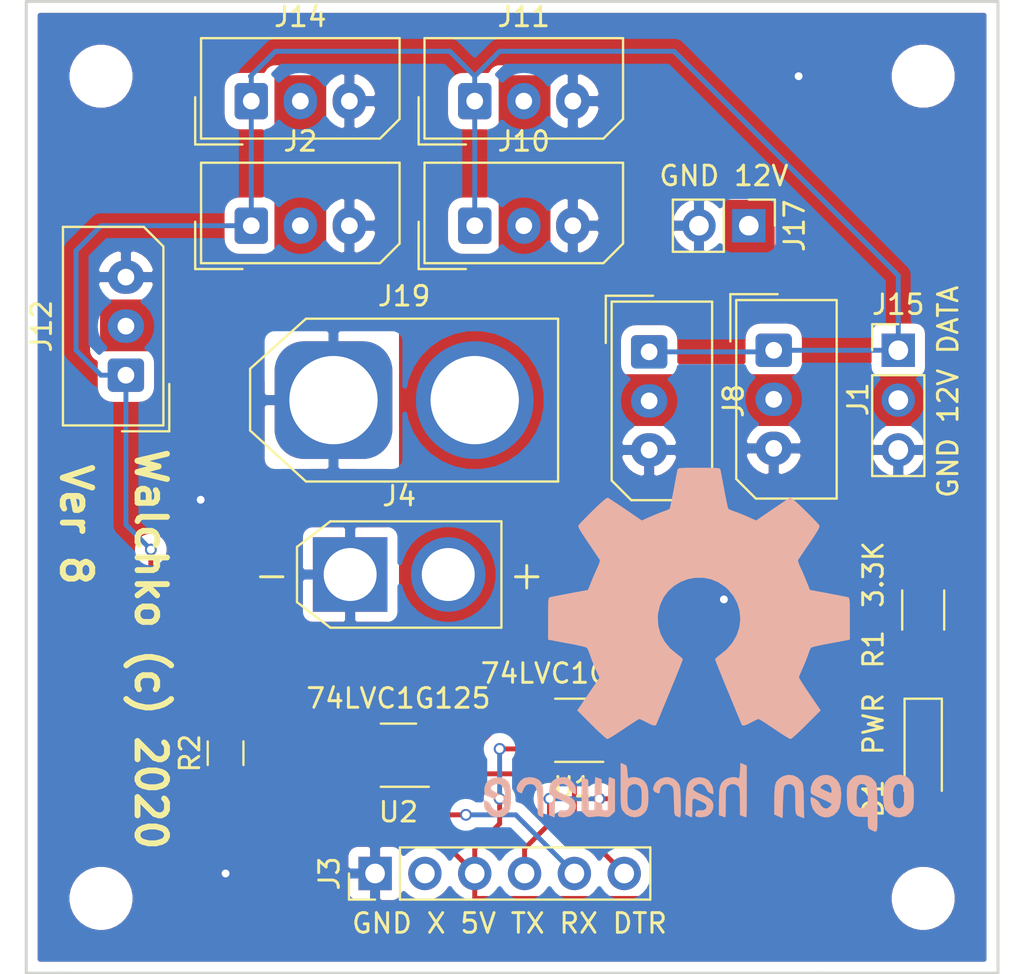
<source format=kicad_pcb>
(kicad_pcb (version 20171130) (host pcbnew 5.1.4-e60b266~84~ubuntu18.04.1)

  (general
    (thickness 1.6)
    (drawings 20)
    (tracks 110)
    (zones 0)
    (modules 22)
    (nets 9)
  )

  (page USLetter)
  (layers
    (0 F.Cu signal)
    (31 B.Cu signal)
    (32 B.Adhes user)
    (33 F.Adhes user)
    (34 B.Paste user)
    (35 F.Paste user)
    (36 B.SilkS user)
    (37 F.SilkS user)
    (38 B.Mask user)
    (39 F.Mask user)
    (40 Dwgs.User user)
    (41 Cmts.User user)
    (42 Eco1.User user)
    (43 Eco2.User user)
    (44 Edge.Cuts user)
    (45 Margin user)
    (46 B.CrtYd user)
    (47 F.CrtYd user)
    (48 B.Fab user)
    (49 F.Fab user)
  )

  (setup
    (last_trace_width 0.25)
    (user_trace_width 2)
    (trace_clearance 0.2)
    (zone_clearance 0.508)
    (zone_45_only no)
    (trace_min 0.2)
    (via_size 0.6)
    (via_drill 0.4)
    (via_min_size 0.4)
    (via_min_drill 0.3)
    (uvia_size 0.3)
    (uvia_drill 0.1)
    (uvias_allowed no)
    (uvia_min_size 0.2)
    (uvia_min_drill 0.1)
    (edge_width 0.15)
    (segment_width 0.2)
    (pcb_text_width 0.3)
    (pcb_text_size 1.5 1.5)
    (mod_edge_width 0.15)
    (mod_text_size 1 1)
    (mod_text_width 0.15)
    (pad_size 2.99974 2.99974)
    (pad_drill 1.50114)
    (pad_to_mask_clearance 0.2)
    (solder_mask_min_width 0.25)
    (aux_axis_origin 0 0)
    (visible_elements 7FFFFFFF)
    (pcbplotparams
      (layerselection 0x010fc_ffffffff)
      (usegerberextensions false)
      (usegerberattributes true)
      (usegerberadvancedattributes true)
      (creategerberjobfile false)
      (excludeedgelayer false)
      (linewidth 0.100000)
      (plotframeref false)
      (viasonmask false)
      (mode 1)
      (useauxorigin true)
      (hpglpennumber 1)
      (hpglpenspeed 20)
      (hpglpendiameter 15.000000)
      (psnegative false)
      (psa4output false)
      (plotreference true)
      (plotvalue true)
      (plotinvisibletext false)
      (padsonsilk true)
      (subtractmaskfromsilk false)
      (outputformat 1)
      (mirror false)
      (drillshape 0)
      (scaleselection 1)
      (outputdirectory "gerber/"))
  )

  (net 0 "")
  (net 1 DATA)
  (net 2 GND)
  (net 3 "Net-(D1-Pad1)")
  (net 4 +5V)
  (net 5 +12V)
  (net 6 TX)
  (net 7 RX)
  (net 8 DTR)

  (net_class Default "This is the default net class."
    (clearance 0.2)
    (trace_width 0.25)
    (via_dia 0.6)
    (via_drill 0.4)
    (uvia_dia 0.3)
    (uvia_drill 0.1)
    (add_net +12V)
    (add_net +5V)
    (add_net DATA)
    (add_net DTR)
    (add_net GND)
    (add_net "Net-(D1-Pad1)")
    (add_net RX)
    (add_net TX)
  )

  (module Connector_Molex:Molex_SPOX_5267-03A_1x03_P2.50mm_Vertical (layer F.Cu) (tedit 5B7833F7) (tstamp 5E52FAA4)
    (at 114.3 78.74 90)
    (descr "Molex SPOX Connector System, 5267-03A, 3 Pins per row (http://www.molex.com/pdm_docs/sd/022035035_sd.pdf), generated with kicad-footprint-generator")
    (tags "connector Molex SPOX side entry")
    (path /5ACD2DCD)
    (fp_text reference J12 (at 2.5 -4.3 90) (layer F.SilkS)
      (effects (font (size 1 1) (thickness 0.15)))
    )
    (fp_text value EXTRA (at 2.5 3 90) (layer F.Fab)
      (effects (font (size 1 1) (thickness 0.15)))
    )
    (fp_text user %R (at 2.5 -2.4 90) (layer F.Fab)
      (effects (font (size 1 1) (thickness 0.15)))
    )
    (fp_line (start 7.95 -3.6) (end -2.95 -3.6) (layer F.CrtYd) (width 0.05))
    (fp_line (start 7.95 1.3) (end 7.95 -3.6) (layer F.CrtYd) (width 0.05))
    (fp_line (start 6.95 2.3) (end 7.95 1.3) (layer F.CrtYd) (width 0.05))
    (fp_line (start -2.95 2.3) (end 6.95 2.3) (layer F.CrtYd) (width 0.05))
    (fp_line (start -2.95 -3.6) (end -2.95 2.3) (layer F.CrtYd) (width 0.05))
    (fp_line (start 0 1.092893) (end 0.5 1.8) (layer F.Fab) (width 0.1))
    (fp_line (start -0.5 1.8) (end 0 1.092893) (layer F.Fab) (width 0.1))
    (fp_line (start -2.86 2.21) (end -0.45 2.21) (layer F.SilkS) (width 0.12))
    (fp_line (start -2.86 -0.2) (end -2.86 2.21) (layer F.SilkS) (width 0.12))
    (fp_line (start 7.56 -3.21) (end -2.56 -3.21) (layer F.SilkS) (width 0.12))
    (fp_line (start 7.56 0.91) (end 7.56 -3.21) (layer F.SilkS) (width 0.12))
    (fp_line (start 6.56 1.91) (end 7.56 0.91) (layer F.SilkS) (width 0.12))
    (fp_line (start -2.56 1.91) (end 6.56 1.91) (layer F.SilkS) (width 0.12))
    (fp_line (start -2.56 -3.21) (end -2.56 1.91) (layer F.SilkS) (width 0.12))
    (fp_line (start 7.45 -3.1) (end -2.45 -3.1) (layer F.Fab) (width 0.1))
    (fp_line (start 7.45 0.8) (end 7.45 -3.1) (layer F.Fab) (width 0.1))
    (fp_line (start 6.45 1.8) (end 7.45 0.8) (layer F.Fab) (width 0.1))
    (fp_line (start -2.45 1.8) (end 6.45 1.8) (layer F.Fab) (width 0.1))
    (fp_line (start -2.45 -3.1) (end -2.45 1.8) (layer F.Fab) (width 0.1))
    (pad 3 thru_hole oval (at 5 0 90) (size 1.7 1.85) (drill 0.85) (layers *.Cu *.Mask)
      (net 2 GND))
    (pad 2 thru_hole oval (at 2.5 0 90) (size 1.7 1.85) (drill 0.85) (layers *.Cu *.Mask)
      (net 5 +12V))
    (pad 1 thru_hole roundrect (at 0 0 90) (size 1.7 1.85) (drill 0.85) (layers *.Cu *.Mask) (roundrect_rratio 0.147059)
      (net 1 DATA))
    (model ${KISYS3DMOD}/Connector_Molex.3dshapes/Molex_SPOX_5267-03A_1x03_P2.50mm_Vertical.wrl
      (at (xyz 0 0 0))
      (scale (xyz 1 1 1))
      (rotate (xyz 0 0 0))
    )
  )

  (module LEDs:LED_1206_HandSoldering (layer F.Cu) (tedit 5AFB17AC) (tstamp 5A933437)
    (at 154.94 98.33 270)
    (descr "LED SMD 1206, hand soldering")
    (tags "LED 1206")
    (path /5ACD24C2)
    (attr smd)
    (fp_text reference D1 (at 2 2.54 270) (layer F.SilkS)
      (effects (font (size 1 1) (thickness 0.15)))
    )
    (fp_text value PWR (at -1.81 2.54 90) (layer F.SilkS)
      (effects (font (size 1 1) (thickness 0.15)))
    )
    (fp_line (start -3.1 -0.95) (end -3.1 0.95) (layer F.SilkS) (width 0.12))
    (fp_line (start -0.4 0) (end 0.2 -0.4) (layer F.Fab) (width 0.1))
    (fp_line (start 0.2 -0.4) (end 0.2 0.4) (layer F.Fab) (width 0.1))
    (fp_line (start 0.2 0.4) (end -0.4 0) (layer F.Fab) (width 0.1))
    (fp_line (start -0.45 -0.4) (end -0.45 0.4) (layer F.Fab) (width 0.1))
    (fp_line (start -1.6 0.8) (end -1.6 -0.8) (layer F.Fab) (width 0.1))
    (fp_line (start 1.6 0.8) (end -1.6 0.8) (layer F.Fab) (width 0.1))
    (fp_line (start 1.6 -0.8) (end 1.6 0.8) (layer F.Fab) (width 0.1))
    (fp_line (start -1.6 -0.8) (end 1.6 -0.8) (layer F.Fab) (width 0.1))
    (fp_line (start -3.1 0.95) (end 1.6 0.95) (layer F.SilkS) (width 0.12))
    (fp_line (start -3.1 -0.95) (end 1.6 -0.95) (layer F.SilkS) (width 0.12))
    (fp_line (start -3.25 -1.11) (end 3.25 -1.11) (layer F.CrtYd) (width 0.05))
    (fp_line (start -3.25 -1.11) (end -3.25 1.1) (layer F.CrtYd) (width 0.05))
    (fp_line (start 3.25 1.1) (end 3.25 -1.11) (layer F.CrtYd) (width 0.05))
    (fp_line (start 3.25 1.1) (end -3.25 1.1) (layer F.CrtYd) (width 0.05))
    (pad 1 smd rect (at -2 0 270) (size 2 1.7) (layers F.Cu F.Paste F.Mask)
      (net 3 "Net-(D1-Pad1)"))
    (pad 2 smd rect (at 2 0 270) (size 2 1.7) (layers F.Cu F.Paste F.Mask)
      (net 4 +5V))
    (model ${KISYS3DMOD}/LEDs.3dshapes/LED_1206.wrl
      (at (xyz 0 0 0))
      (scale (xyz 1 1 1))
      (rotate (xyz 0 0 180))
    )
  )

  (module Resistors_SMD:R_1206_HandSoldering (layer F.Cu) (tedit 5AFB17C4) (tstamp 5ACD02F1)
    (at 154.94 90.71 90)
    (descr "Resistor SMD 1206, hand soldering")
    (tags "resistor 1206")
    (path /5ACD2583)
    (attr smd)
    (fp_text reference R1 (at -2 -2.54 270) (layer F.SilkS)
      (effects (font (size 1 1) (thickness 0.15)))
    )
    (fp_text value 3.3K (at 1.81 -2.54 90) (layer F.SilkS)
      (effects (font (size 1 1) (thickness 0.15)))
    )
    (fp_text user %R (at 0 0 90) (layer F.Fab)
      (effects (font (size 0.7 0.7) (thickness 0.105)))
    )
    (fp_line (start -1.6 0.8) (end -1.6 -0.8) (layer F.Fab) (width 0.1))
    (fp_line (start 1.6 0.8) (end -1.6 0.8) (layer F.Fab) (width 0.1))
    (fp_line (start 1.6 -0.8) (end 1.6 0.8) (layer F.Fab) (width 0.1))
    (fp_line (start -1.6 -0.8) (end 1.6 -0.8) (layer F.Fab) (width 0.1))
    (fp_line (start 1 1.07) (end -1 1.07) (layer F.SilkS) (width 0.12))
    (fp_line (start -1 -1.07) (end 1 -1.07) (layer F.SilkS) (width 0.12))
    (fp_line (start -3.25 -1.11) (end 3.25 -1.11) (layer F.CrtYd) (width 0.05))
    (fp_line (start -3.25 -1.11) (end -3.25 1.1) (layer F.CrtYd) (width 0.05))
    (fp_line (start 3.25 1.1) (end 3.25 -1.11) (layer F.CrtYd) (width 0.05))
    (fp_line (start 3.25 1.1) (end -3.25 1.1) (layer F.CrtYd) (width 0.05))
    (pad 1 smd rect (at -2 0 90) (size 2 1.7) (layers F.Cu F.Paste F.Mask)
      (net 3 "Net-(D1-Pad1)"))
    (pad 2 smd rect (at 2 0 90) (size 2 1.7) (layers F.Cu F.Paste F.Mask)
      (net 2 GND))
    (model ${KISYS3DMOD}/Resistors_SMD.3dshapes/R_1206.wrl
      (at (xyz 0 0 0))
      (scale (xyz 1 1 1))
      (rotate (xyz 0 0 0))
    )
  )

  (module Pin_Headers:Pin_Header_Straight_1x02_Pitch2.54mm (layer F.Cu) (tedit 59650532) (tstamp 5E53647C)
    (at 146.05 71.12 270)
    (descr "Through hole straight pin header, 1x02, 2.54mm pitch, single row")
    (tags "Through hole pin header THT 1x02 2.54mm single row")
    (path /5BFBD4E7)
    (fp_text reference J17 (at 0 -2.33 90) (layer F.SilkS)
      (effects (font (size 1 1) (thickness 0.15)))
    )
    (fp_text value 12V (at 0 4.87 90) (layer F.Fab)
      (effects (font (size 1 1) (thickness 0.15)))
    )
    (fp_line (start -0.635 -1.27) (end 1.27 -1.27) (layer F.Fab) (width 0.1))
    (fp_line (start 1.27 -1.27) (end 1.27 3.81) (layer F.Fab) (width 0.1))
    (fp_line (start 1.27 3.81) (end -1.27 3.81) (layer F.Fab) (width 0.1))
    (fp_line (start -1.27 3.81) (end -1.27 -0.635) (layer F.Fab) (width 0.1))
    (fp_line (start -1.27 -0.635) (end -0.635 -1.27) (layer F.Fab) (width 0.1))
    (fp_line (start -1.33 3.87) (end 1.33 3.87) (layer F.SilkS) (width 0.12))
    (fp_line (start -1.33 1.27) (end -1.33 3.87) (layer F.SilkS) (width 0.12))
    (fp_line (start 1.33 1.27) (end 1.33 3.87) (layer F.SilkS) (width 0.12))
    (fp_line (start -1.33 1.27) (end 1.33 1.27) (layer F.SilkS) (width 0.12))
    (fp_line (start -1.33 0) (end -1.33 -1.33) (layer F.SilkS) (width 0.12))
    (fp_line (start -1.33 -1.33) (end 0 -1.33) (layer F.SilkS) (width 0.12))
    (fp_line (start -1.8 -1.8) (end -1.8 4.35) (layer F.CrtYd) (width 0.05))
    (fp_line (start -1.8 4.35) (end 1.8 4.35) (layer F.CrtYd) (width 0.05))
    (fp_line (start 1.8 4.35) (end 1.8 -1.8) (layer F.CrtYd) (width 0.05))
    (fp_line (start 1.8 -1.8) (end -1.8 -1.8) (layer F.CrtYd) (width 0.05))
    (fp_text user %R (at 0 1.27) (layer F.Fab)
      (effects (font (size 1 1) (thickness 0.15)))
    )
    (pad 1 thru_hole rect (at 0 0 270) (size 1.7 1.7) (drill 1) (layers *.Cu *.Mask)
      (net 5 +12V))
    (pad 2 thru_hole oval (at 0 2.54 270) (size 1.7 1.7) (drill 1) (layers *.Cu *.Mask)
      (net 2 GND))
    (model ${KISYS3DMOD}/Pin_Headers.3dshapes/Pin_Header_Straight_1x02_Pitch2.54mm.wrl
      (at (xyz 0 0 0))
      (scale (xyz 1 1 1))
      (rotate (xyz 0 0 0))
    )
  )

  (module Symbol:OSHW-Logo2_24.3x20mm_SilkScreen (layer B.Cu) (tedit 0) (tstamp 5C255A94)
    (at 143.51 92.71 180)
    (descr "Open Source Hardware Symbol")
    (tags "Logo Symbol OSHW")
    (path /5BFF3E95)
    (attr virtual)
    (fp_text reference LOGO1 (at 0 0 180) (layer B.SilkS) hide
      (effects (font (size 1 1) (thickness 0.15)) (justify mirror))
    )
    (fp_text value Logo_Open_Hardware_Large (at 0.75 0 180) (layer B.Fab) hide
      (effects (font (size 1 1) (thickness 0.15)) (justify mirror))
    )
    (fp_poly (pts (xy -8.046834 -6.436506) (xy -7.860916 -6.529204) (xy -7.69682 -6.699885) (xy -7.651628 -6.763107)
      (xy -7.602396 -6.845834) (xy -7.570453 -6.935687) (xy -7.552178 -7.055608) (xy -7.543952 -7.228537)
      (xy -7.542145 -7.456835) (xy -7.550303 -7.769693) (xy -7.578659 -8.004598) (xy -7.633038 -8.179847)
      (xy -7.719263 -8.313738) (xy -7.843159 -8.424569) (xy -7.852263 -8.431131) (xy -7.974366 -8.498256)
      (xy -8.1214 -8.531467) (xy -8.308396 -8.539655) (xy -8.612387 -8.539655) (xy -8.612515 -8.834762)
      (xy -8.615344 -8.999117) (xy -8.632582 -9.095523) (xy -8.67763 -9.153343) (xy -8.763886 -9.201941)
      (xy -8.784601 -9.211869) (xy -8.881538 -9.258398) (xy -8.956593 -9.287786) (xy -9.012402 -9.290324)
      (xy -9.051603 -9.256302) (xy -9.076832 -9.176012) (xy -9.090728 -9.039743) (xy -9.095927 -8.837787)
      (xy -9.095066 -8.560434) (xy -9.090784 -8.197976) (xy -9.089447 -8.08956) (xy -9.084629 -7.715837)
      (xy -9.080313 -7.471369) (xy -8.612643 -7.471369) (xy -8.610015 -7.678877) (xy -8.598333 -7.814645)
      (xy -8.571903 -7.904192) (xy -8.525031 -7.973039) (xy -8.493207 -8.006618) (xy -8.363108 -8.104869)
      (xy -8.247921 -8.112866) (xy -8.129066 -8.03173) (xy -8.126053 -8.028736) (xy -8.077695 -7.96603)
      (xy -8.048278 -7.880808) (xy -8.03344 -7.749564) (xy -8.028819 -7.548793) (xy -8.028735 -7.504314)
      (xy -8.039902 -7.227639) (xy -8.076253 -7.035842) (xy -8.142059 -6.918757) (xy -8.241593 -6.866215)
      (xy -8.299119 -6.86092) (xy -8.435649 -6.885767) (xy -8.529298 -6.967581) (xy -8.58567 -7.11727)
      (xy -8.610367 -7.345743) (xy -8.612643 -7.471369) (xy -9.080313 -7.471369) (xy -9.079522 -7.426587)
      (xy -9.072922 -7.20897) (xy -9.063623 -7.050146) (xy -9.050423 -6.937274) (xy -9.032115 -6.857513)
      (xy -9.007497 -6.798023) (xy -8.975363 -6.745963) (xy -8.961585 -6.726373) (xy -8.778812 -6.541328)
      (xy -8.547724 -6.436412) (xy -8.28041 -6.407163) (xy -8.046834 -6.436506)) (layer B.SilkS) (width 0.01))
    (fp_poly (pts (xy -4.304284 -6.462865) (xy -4.148128 -6.55319) (xy -4.039559 -6.642845) (xy -3.960155 -6.736776)
      (xy -3.905454 -6.851646) (xy -3.87099 -7.004114) (xy -3.852299 -7.210844) (xy -3.844919 -7.488496)
      (xy -3.844061 -7.688086) (xy -3.844061 -8.422766) (xy -4.050862 -8.515472) (xy -4.257662 -8.608179)
      (xy -4.281992 -7.803492) (xy -4.292045 -7.502966) (xy -4.302591 -7.284835) (xy -4.315657 -7.134186)
      (xy -4.333271 -7.036107) (xy -4.357461 -6.975688) (xy -4.390254 -6.938016) (xy -4.400775 -6.929862)
      (xy -4.560187 -6.866178) (xy -4.721321 -6.891378) (xy -4.817241 -6.958238) (xy -4.856259 -7.005616)
      (xy -4.883267 -7.067787) (xy -4.900432 -7.162039) (xy -4.909918 -7.305657) (xy -4.913893 -7.515931)
      (xy -4.914559 -7.73507) (xy -4.91469 -8.009999) (xy -4.919397 -8.204602) (xy -4.935154 -8.335851)
      (xy -4.968433 -8.420718) (xy -5.025707 -8.476177) (xy -5.113447 -8.519201) (xy -5.230638 -8.563907)
      (xy -5.358632 -8.612571) (xy -5.343396 -7.74891) (xy -5.337261 -7.437565) (xy -5.330082 -7.207483)
      (xy -5.319795 -7.042614) (xy -5.30433 -6.926909) (xy -5.281621 -6.844316) (xy -5.249601 -6.778788)
      (xy -5.210997 -6.720974) (xy -5.024747 -6.536283) (xy -4.797479 -6.429481) (xy -4.550291 -6.403898)
      (xy -4.304284 -6.462865)) (layer B.SilkS) (width 0.01))
    (fp_poly (pts (xy -9.919632 -6.443358) (xy -9.691564 -6.56328) (xy -9.523248 -6.756278) (xy -9.463459 -6.880355)
      (xy -9.416934 -7.066653) (xy -9.393118 -7.302045) (xy -9.39086 -7.558952) (xy -9.409008 -7.809799)
      (xy -9.446411 -8.027009) (xy -9.501916 -8.183005) (xy -9.518975 -8.209871) (xy -9.72103 -8.410415)
      (xy -9.961022 -8.530529) (xy -10.221434 -8.56568) (xy -10.484753 -8.511337) (xy -10.558033 -8.478756)
      (xy -10.700739 -8.378353) (xy -10.825986 -8.245225) (xy -10.837823 -8.228341) (xy -10.885935 -8.146969)
      (xy -10.917738 -8.059984) (xy -10.936526 -7.945475) (xy -10.945592 -7.78153) (xy -10.948229 -7.54624)
      (xy -10.948275 -7.493487) (xy -10.948154 -7.476699) (xy -10.461685 -7.476699) (xy -10.458854 -7.698761)
      (xy -10.447712 -7.846123) (xy -10.424291 -7.941308) (xy -10.384619 -8.006837) (xy -10.364367 -8.028736)
      (xy -10.24794 -8.111953) (xy -10.134902 -8.108158) (xy -10.020609 -8.035973) (xy -9.952441 -7.958911)
      (xy -9.91207 -7.846429) (xy -9.889398 -7.669055) (xy -9.887843 -7.648367) (xy -9.883973 -7.326911)
      (xy -9.924417 -7.088167) (xy -10.008626 -6.9336) (xy -10.136053 -6.864678) (xy -10.18154 -6.86092)
      (xy -10.300981 -6.879821) (xy -10.382683 -6.945306) (xy -10.432637 -7.070544) (xy -10.456834 -7.268704)
      (xy -10.461685 -7.476699) (xy -10.948154 -7.476699) (xy -10.946463 -7.242765) (xy -10.938853 -7.067582)
      (xy -10.922186 -6.946191) (xy -10.893201 -6.856847) (xy -10.84864 -6.777803) (xy -10.838793 -6.763107)
      (xy -10.67328 -6.565011) (xy -10.49293 -6.450014) (xy -10.273365 -6.404365) (xy -10.198805 -6.402135)
      (xy -9.919632 -6.443358)) (layer B.SilkS) (width 0.01))
    (fp_poly (pts (xy -6.140747 -6.474461) (xy -5.948903 -6.603519) (xy -5.800648 -6.789915) (xy -5.712084 -7.027109)
      (xy -5.694172 -7.201691) (xy -5.696206 -7.274544) (xy -5.71324 -7.330324) (xy -5.760064 -7.380298)
      (xy -5.851473 -7.435733) (xy -6.002258 -7.507896) (xy -6.227213 -7.608055) (xy -6.228352 -7.608558)
      (xy -6.435415 -7.703396) (xy -6.605212 -7.787609) (xy -6.720388 -7.852133) (xy -6.76359 -7.8879)
      (xy -6.763601 -7.888188) (xy -6.725525 -7.966074) (xy -6.636484 -8.051924) (xy -6.534263 -8.113769)
      (xy -6.482474 -8.126054) (xy -6.341184 -8.083564) (xy -6.219512 -7.977152) (xy -6.160145 -7.860156)
      (xy -6.103033 -7.773905) (xy -5.991161 -7.675681) (xy -5.859654 -7.590827) (xy -5.743632 -7.544681)
      (xy -5.719371 -7.542146) (xy -5.692062 -7.583868) (xy -5.690416 -7.690519) (xy -5.710486 -7.834321)
      (xy -5.748322 -7.987501) (xy -5.799977 -8.122283) (xy -5.802586 -8.127516) (xy -5.958031 -8.344557)
      (xy -6.159493 -8.492185) (xy -6.388288 -8.564644) (xy -6.625733 -8.556177) (xy -6.853146 -8.461027)
      (xy -6.863257 -8.454337) (xy -7.04215 -8.292211) (xy -7.15978 -8.080682) (xy -7.224877 -7.802543)
      (xy -7.233613 -7.724398) (xy -7.249086 -7.355549) (xy -7.230537 -7.183541) (xy -6.763601 -7.183541)
      (xy -6.757534 -7.290838) (xy -6.724351 -7.322152) (xy -6.641623 -7.298725) (xy -6.511221 -7.243348)
      (xy -6.365457 -7.173932) (xy -6.361834 -7.172094) (xy -6.238283 -7.107108) (xy -6.188697 -7.06374)
      (xy -6.200925 -7.018275) (xy -6.252412 -6.958536) (xy -6.383399 -6.872085) (xy -6.524462 -6.865733)
      (xy -6.650995 -6.928649) (xy -6.738392 -7.050003) (xy -6.763601 -7.183541) (xy -7.230537 -7.183541)
      (xy -7.21726 -7.060435) (xy -7.135609 -6.826382) (xy -7.021939 -6.662413) (xy -6.816775 -6.496716)
      (xy -6.590786 -6.414519) (xy -6.360075 -6.409281) (xy -6.140747 -6.474461)) (layer B.SilkS) (width 0.01))
    (fp_poly (pts (xy -2.092337 -6.206429) (xy -2.078077 -6.405313) (xy -2.061698 -6.522511) (xy -2.039002 -6.573632)
      (xy -2.005788 -6.574286) (xy -1.995019 -6.568183) (xy -1.851767 -6.523997) (xy -1.665425 -6.526577)
      (xy -1.475976 -6.571999) (xy -1.357483 -6.630759) (xy -1.235991 -6.724631) (xy -1.147177 -6.830865)
      (xy -1.086208 -6.96585) (xy -1.04825 -7.145976) (xy -1.028468 -7.387633) (xy -1.02203 -7.707211)
      (xy -1.021914 -7.768516) (xy -1.021839 -8.457147) (xy -1.175077 -8.510566) (xy -1.283913 -8.546908)
      (xy -1.343626 -8.563828) (xy -1.345383 -8.563985) (xy -1.351264 -8.5181) (xy -1.356268 -8.391539)
      (xy -1.360016 -8.200941) (xy -1.362127 -7.962948) (xy -1.362452 -7.818252) (xy -1.363129 -7.532955)
      (xy -1.366614 -7.32848) (xy -1.375088 -7.188334) (xy -1.390734 -7.096023) (xy -1.415731 -7.035053)
      (xy -1.452262 -6.988931) (xy -1.475071 -6.96672) (xy -1.631751 -6.877214) (xy -1.802726 -6.870511)
      (xy -1.95785 -6.946208) (xy -1.986537 -6.973539) (xy -2.028613 -7.024929) (xy -2.057799 -7.085886)
      (xy -2.076429 -7.174025) (xy -2.086839 -7.306961) (xy -2.091363 -7.502309) (xy -2.092337 -7.771652)
      (xy -2.092337 -8.457147) (xy -2.245575 -8.510566) (xy -2.354411 -8.546908) (xy -2.414124 -8.563828)
      (xy -2.415881 -8.563985) (xy -2.420375 -8.517414) (xy -2.424425 -8.386051) (xy -2.42787 -8.182422)
      (xy -2.430547 -7.919054) (xy -2.432294 -7.608471) (xy -2.432949 -7.263201) (xy -2.43295 -7.247843)
      (xy -2.43295 -5.931701) (xy -2.116666 -5.798289) (xy -2.092337 -6.206429)) (layer B.SilkS) (width 0.01))
    (fp_poly (pts (xy 0.133241 -6.540601) (xy 0.323905 -6.611403) (xy 0.326086 -6.612764) (xy 0.444006 -6.69955)
      (xy 0.53106 -6.800973) (xy 0.592286 -6.933145) (xy 0.632723 -7.112182) (xy 0.657409 -7.354195)
      (xy 0.671382 -7.675299) (xy 0.672607 -7.721048) (xy 0.6902 -8.410869) (xy 0.542152 -8.487427)
      (xy 0.43503 -8.539163) (xy 0.370351 -8.563678) (xy 0.367359 -8.563985) (xy 0.356166 -8.518751)
      (xy 0.347275 -8.396736) (xy 0.341806 -8.218468) (xy 0.340613 -8.074116) (xy 0.340586 -7.840271)
      (xy 0.329896 -7.693419) (xy 0.292633 -7.623376) (xy 0.212888 -7.619958) (xy 0.074749 -7.672983)
      (xy -0.133812 -7.770454) (xy -0.287171 -7.851409) (xy -0.366048 -7.921644) (xy -0.389236 -7.998194)
      (xy -0.389272 -8.001982) (xy -0.351007 -8.133852) (xy -0.237717 -8.205091) (xy -0.064336 -8.21541)
      (xy 0.06055 -8.21362) (xy 0.126399 -8.249589) (xy 0.167464 -8.335985) (xy 0.191099 -8.446054)
      (xy 0.157039 -8.508508) (xy 0.144214 -8.517446) (xy 0.023472 -8.553343) (xy -0.145612 -8.558426)
      (xy -0.319739 -8.534631) (xy -0.443124 -8.491147) (xy -0.613713 -8.346309) (xy -0.710681 -8.144694)
      (xy -0.729885 -7.98718) (xy -0.71523 -7.845104) (xy -0.662199 -7.729127) (xy -0.557194 -7.626121)
      (xy -0.386614 -7.522954) (xy -0.136862 -7.406496) (xy -0.121647 -7.399914) (xy 0.103329 -7.295981)
      (xy 0.242157 -7.210743) (xy 0.301662 -7.134147) (xy 0.288672 -7.056139) (xy 0.210012 -6.966664)
      (xy 0.18649 -6.946073) (xy 0.028933 -6.866236) (xy -0.134323 -6.869597) (xy -0.276505 -6.947874)
      (xy -0.37084 -7.092781) (xy -0.379605 -7.121224) (xy -0.464962 -7.259174) (xy -0.573271 -7.32562)
      (xy -0.729885 -7.391471) (xy -0.729885 -7.221097) (xy -0.682244 -6.973454) (xy -0.540841 -6.746307)
      (xy -0.467258 -6.670318) (xy -0.299991 -6.57279) (xy -0.087274 -6.52864) (xy 0.133241 -6.540601)) (layer B.SilkS) (width 0.01))
    (fp_poly (pts (xy 1.776572 -6.536534) (xy 1.997609 -6.618099) (xy 2.176683 -6.762366) (xy 2.24672 -6.86392)
      (xy 2.323071 -7.050268) (xy 2.321485 -7.18501) (xy 2.241347 -7.275631) (xy 2.211696 -7.29104)
      (xy 2.083674 -7.339084) (xy 2.018294 -7.326776) (xy 1.996148 -7.246098) (xy 1.99502 -7.201533)
      (xy 1.954477 -7.037581) (xy 1.848802 -6.922891) (xy 1.701924 -6.867497) (xy 1.537773 -6.881435)
      (xy 1.404337 -6.953827) (xy 1.359269 -6.99512) (xy 1.327323 -7.045216) (xy 1.305744 -7.120942)
      (xy 1.291773 -7.239128) (xy 1.282655 -7.4166) (xy 1.275631 -7.670186) (xy 1.273812 -7.750479)
      (xy 1.267178 -8.025158) (xy 1.259636 -8.218481) (xy 1.248325 -8.346388) (xy 1.230385 -8.424822)
      (xy 1.202955 -8.469725) (xy 1.163177 -8.497038) (xy 1.13771 -8.509105) (xy 1.029556 -8.550367)
      (xy 0.96589 -8.563985) (xy 0.944854 -8.518505) (xy 0.932013 -8.381006) (xy 0.9273 -8.149902)
      (xy 0.930644 -7.823604) (xy 0.931686 -7.773276) (xy 0.939035 -7.475581) (xy 0.947726 -7.258205)
      (xy 0.960092 -7.104153) (xy 0.97847 -6.99643) (xy 1.005195 -6.918042) (xy 1.042602 -6.851994)
      (xy 1.06217 -6.823691) (xy 1.174366 -6.698467) (xy 1.29985 -6.601063) (xy 1.315213 -6.592561)
      (xy 1.540223 -6.525433) (xy 1.776572 -6.536534)) (layer B.SilkS) (width 0.01))
    (fp_poly (pts (xy 3.989857 -6.924093) (xy 3.989239 -7.287769) (xy 3.986847 -7.567532) (xy 3.981671 -7.776784)
      (xy 3.972704 -7.928926) (xy 3.958936 -8.037359) (xy 3.939361 -8.115485) (xy 3.912968 -8.176707)
      (xy 3.892984 -8.211652) (xy 3.727483 -8.401157) (xy 3.517648 -8.519942) (xy 3.285486 -8.562564)
      (xy 3.053008 -8.523583) (xy 2.914572 -8.453532) (xy 2.769242 -8.332353) (xy 2.670195 -8.184354)
      (xy 2.610435 -7.990534) (xy 2.582969 -7.731892) (xy 2.579079 -7.542146) (xy 2.579603 -7.52851)
      (xy 2.919541 -7.52851) (xy 2.921617 -7.746096) (xy 2.93113 -7.890134) (xy 2.953008 -7.984364)
      (xy 2.992176 -8.052523) (xy 3.038976 -8.103936) (xy 3.196146 -8.203175) (xy 3.3649 -8.211653)
      (xy 3.524393 -8.128799) (xy 3.536807 -8.117572) (xy 3.589791 -8.059171) (xy 3.623014 -7.989686)
      (xy 3.641 -7.88627) (xy 3.648275 -7.726073) (xy 3.649426 -7.548965) (xy 3.646932 -7.326467)
      (xy 3.636608 -7.178037) (xy 3.614191 -7.080489) (xy 3.575418 -7.010637) (xy 3.543626 -6.973539)
      (xy 3.395939 -6.879975) (xy 3.225846 -6.868725) (xy 3.063492 -6.94019) (xy 3.03216 -6.96672)
      (xy 2.978822 -7.025636) (xy 2.945531 -7.095837) (xy 2.927656 -7.200418) (xy 2.920566 -7.362479)
      (xy 2.919541 -7.52851) (xy 2.579603 -7.52851) (xy 2.59084 -7.236579) (xy 2.630787 -7.006993)
      (xy 2.705913 -6.834387) (xy 2.823214 -6.69976) (xy 2.914572 -6.630759) (xy 3.080627 -6.556214)
      (xy 3.273092 -6.521613) (xy 3.451999 -6.530875) (xy 3.552108 -6.568238) (xy 3.591393 -6.578872)
      (xy 3.617461 -6.539225) (xy 3.635658 -6.432981) (xy 3.649426 -6.271145) (xy 3.664499 -6.090902)
      (xy 3.685436 -5.982458) (xy 3.723532 -5.920446) (xy 3.790085 -5.879499) (xy 3.831897 -5.861366)
      (xy 3.990039 -5.79512) (xy 3.989857 -6.924093)) (layer B.SilkS) (width 0.01))
    (fp_poly (pts (xy 5.966873 -6.5664) (xy 5.974299 -6.694422) (xy 5.980118 -6.888985) (xy 5.983859 -7.134702)
      (xy 5.985058 -7.392426) (xy 5.985058 -8.264545) (xy 5.831075 -8.418528) (xy 5.724963 -8.513412)
      (xy 5.631816 -8.551845) (xy 5.504504 -8.549413) (xy 5.453968 -8.543223) (xy 5.296017 -8.52521)
      (xy 5.165371 -8.514888) (xy 5.133525 -8.513935) (xy 5.026166 -8.520171) (xy 4.872619 -8.535824)
      (xy 4.813083 -8.543223) (xy 4.666857 -8.554668) (xy 4.568589 -8.529808) (xy 4.47115 -8.453058)
      (xy 4.435976 -8.418528) (xy 4.281993 -8.264545) (xy 4.281993 -6.633246) (xy 4.40593 -6.576776)
      (xy 4.51265 -6.53495) (xy 4.575087 -6.520307) (xy 4.591096 -6.566583) (xy 4.606058 -6.695884)
      (xy 4.618978 -6.893914) (xy 4.628857 -7.14638) (xy 4.633622 -7.359675) (xy 4.646935 -8.199042)
      (xy 4.76308 -8.215464) (xy 4.868716 -8.203982) (xy 4.920477 -8.166805) (xy 4.934945 -8.097298)
      (xy 4.947298 -7.94924) (xy 4.956552 -7.741391) (xy 4.961728 -7.492512) (xy 4.962474 -7.364435)
      (xy 4.963219 -6.627145) (xy 5.116457 -6.573726) (xy 5.224916 -6.537406) (xy 5.283913 -6.520468)
      (xy 5.285614 -6.520307) (xy 5.291533 -6.566349) (xy 5.298039 -6.694018) (xy 5.304586 -6.887632)
      (xy 5.310627 -7.131507) (xy 5.314848 -7.359675) (xy 5.328161 -8.199042) (xy 5.620115 -8.199042)
      (xy 5.633513 -7.433275) (xy 5.64691 -6.667508) (xy 5.789238 -6.593908) (xy 5.894322 -6.543366)
      (xy 5.956517 -6.520431) (xy 5.958312 -6.520307) (xy 5.966873 -6.5664)) (layer B.SilkS) (width 0.01))
    (fp_poly (pts (xy 7.190678 -6.558594) (xy 7.330782 -6.622323) (xy 7.44075 -6.699543) (xy 7.521324 -6.785887)
      (xy 7.576954 -6.897272) (xy 7.612089 -7.049616) (xy 7.631179 -7.258835) (xy 7.638672 -7.540846)
      (xy 7.639464 -7.726555) (xy 7.639464 -8.451046) (xy 7.515527 -8.507515) (xy 7.41791 -8.548787)
      (xy 7.36955 -8.563985) (xy 7.360298 -8.518762) (xy 7.352958 -8.396824) (xy 7.348464 -8.218772)
      (xy 7.34751 -8.077395) (xy 7.34341 -7.873146) (xy 7.332354 -7.711113) (xy 7.316211 -7.611891)
      (xy 7.303387 -7.590805) (xy 7.217186 -7.612338) (xy 7.081862 -7.667566) (xy 6.92517 -7.742436)
      (xy 6.774863 -7.822892) (xy 6.658693 -7.89488) (xy 6.604413 -7.944346) (xy 6.604198 -7.944881)
      (xy 6.608867 -8.036428) (xy 6.650732 -8.12382) (xy 6.724235 -8.194802) (xy 6.831516 -8.218543)
      (xy 6.923202 -8.215777) (xy 7.053058 -8.213741) (xy 7.121221 -8.244164) (xy 7.162159 -8.324543)
      (xy 7.167321 -8.3397) (xy 7.185067 -8.454331) (xy 7.137609 -8.523934) (xy 7.013907 -8.557105)
      (xy 6.880281 -8.56324) (xy 6.639817 -8.517763) (xy 6.515338 -8.452817) (xy 6.361605 -8.300246)
      (xy 6.280073 -8.112971) (xy 6.272756 -7.915085) (xy 6.341669 -7.730685) (xy 6.445328 -7.615134)
      (xy 6.548823 -7.550442) (xy 6.711492 -7.468542) (xy 6.901054 -7.385486) (xy 6.93265 -7.372795)
      (xy 7.140869 -7.280908) (xy 7.260898 -7.199923) (xy 7.299501 -7.119413) (xy 7.26344 -7.02895)
      (xy 7.201533 -6.958238) (xy 7.055213 -6.87117) (xy 6.894217 -6.86464) (xy 6.746573 -6.931735)
      (xy 6.64031 -7.065544) (xy 6.626362 -7.100067) (xy 6.54516 -7.227042) (xy 6.426608 -7.321309)
      (xy 6.277012 -7.398668) (xy 6.277012 -7.179307) (xy 6.285817 -7.04528) (xy 6.32357 -6.939644)
      (xy 6.407279 -6.826939) (xy 6.487636 -6.740127) (xy 6.612591 -6.617204) (xy 6.709677 -6.551171)
      (xy 6.813954 -6.524684) (xy 6.931989 -6.520307) (xy 7.190678 -6.558594)) (layer B.SilkS) (width 0.01))
    (fp_poly (pts (xy 8.892816 -6.566697) (xy 8.950976 -6.592116) (xy 9.089795 -6.702059) (xy 9.208505 -6.86103)
      (xy 9.281921 -7.030677) (xy 9.29387 -7.114313) (xy 9.253809 -7.231078) (xy 9.165935 -7.292862)
      (xy 9.071718 -7.330273) (xy 9.028577 -7.337167) (xy 9.007571 -7.287138) (xy 8.96609 -7.178269)
      (xy 8.947892 -7.129076) (xy 8.845848 -6.958913) (xy 8.698103 -6.874038) (xy 8.508655 -6.876648)
      (xy 8.494623 -6.879991) (xy 8.393481 -6.927945) (xy 8.319124 -7.021432) (xy 8.268338 -7.171939)
      (xy 8.237908 -7.390951) (xy 8.224618 -7.689956) (xy 8.223372 -7.849056) (xy 8.222754 -8.099855)
      (xy 8.218705 -8.270825) (xy 8.207933 -8.379454) (xy 8.187147 -8.44323) (xy 8.153055 -8.479643)
      (xy 8.102365 -8.506179) (xy 8.099435 -8.507515) (xy 8.001818 -8.548787) (xy 7.953458 -8.563985)
      (xy 7.946027 -8.518037) (xy 7.939666 -8.391034) (xy 7.934832 -8.199235) (xy 7.931985 -7.958902)
      (xy 7.931418 -7.783024) (xy 7.934313 -7.442688) (xy 7.945637 -7.184495) (xy 7.969346 -6.993374)
      (xy 8.009397 -6.854253) (xy 8.069747 -6.75206) (xy 8.154353 -6.671724) (xy 8.237899 -6.615655)
      (xy 8.438791 -6.541032) (xy 8.672596 -6.524202) (xy 8.892816 -6.566697)) (layer B.SilkS) (width 0.01))
    (fp_poly (pts (xy 10.572399 -6.594233) (xy 10.764917 -6.720057) (xy 10.857774 -6.832696) (xy 10.93134 -7.037092)
      (xy 10.937183 -7.19883) (xy 10.923947 -7.415094) (xy 10.425192 -7.633398) (xy 10.182685 -7.74493)
      (xy 10.024229 -7.83465) (xy 9.941836 -7.912361) (xy 9.927518 -7.987867) (xy 9.973287 -8.070971)
      (xy 10.023755 -8.126054) (xy 10.170605 -8.214389) (xy 10.330328 -8.220579) (xy 10.47702 -8.151735)
      (xy 10.584781 -8.014972) (xy 10.604055 -7.96668) (xy 10.696376 -7.815848) (xy 10.802588 -7.751567)
      (xy 10.948276 -7.696576) (xy 10.948276 -7.905057) (xy 10.935396 -8.046926) (xy 10.884943 -8.166563)
      (xy 10.779197 -8.303927) (xy 10.76348 -8.321777) (xy 10.645855 -8.443986) (xy 10.544746 -8.50957)
      (xy 10.41825 -8.539742) (xy 10.313384 -8.549623) (xy 10.125811 -8.552085) (xy 9.992284 -8.520892)
      (xy 9.908983 -8.474579) (xy 9.778063 -8.372735) (xy 9.687439 -8.262591) (xy 9.630087 -8.124069)
      (xy 9.59898 -7.93709) (xy 9.587094 -7.681577) (xy 9.586145 -7.551894) (xy 9.589371 -7.396421)
      (xy 9.883166 -7.396421) (xy 9.886573 -7.479827) (xy 9.895066 -7.493487) (xy 9.95111 -7.474931)
      (xy 10.071718 -7.425822) (xy 10.232913 -7.356002) (xy 10.266622 -7.340995) (xy 10.470339 -7.237404)
      (xy 10.582579 -7.146359) (xy 10.607247 -7.061081) (xy 10.548245 -6.974794) (xy 10.499518 -6.936667)
      (xy 10.323694 -6.860417) (xy 10.159127 -6.873014) (xy 10.021354 -6.966086) (xy 9.925913 -7.131256)
      (xy 9.895314 -7.262357) (xy 9.883166 -7.396421) (xy 9.589371 -7.396421) (xy 9.592432 -7.248919)
      (xy 9.615599 -7.024756) (xy 9.66149 -6.861526) (xy 9.735954 -6.741352) (xy 9.844836 -6.646355)
      (xy 9.892305 -6.615655) (xy 10.107938 -6.535703) (xy 10.344021 -6.530672) (xy 10.572399 -6.594233)) (layer B.SilkS) (width 0.01))
    (fp_poly (pts (xy 0.348357 9.245003) (xy 0.611677 9.243561) (xy 0.802246 9.239658) (xy 0.932345 9.232063)
      (xy 1.014257 9.21955) (xy 1.060266 9.200889) (xy 1.082653 9.174852) (xy 1.093702 9.140212)
      (xy 1.094776 9.135728) (xy 1.111559 9.054811) (xy 1.142625 8.895158) (xy 1.184742 8.673762)
      (xy 1.234679 8.407615) (xy 1.289203 8.11371) (xy 1.291107 8.103388) (xy 1.345723 7.815364)
      (xy 1.396822 7.560885) (xy 1.441106 7.355215) (xy 1.475279 7.213615) (xy 1.496043 7.15135)
      (xy 1.497033 7.150247) (xy 1.558199 7.119841) (xy 1.68431 7.069172) (xy 1.848131 7.009178)
      (xy 1.849043 7.008858) (xy 2.055388 6.931296) (xy 2.29866 6.832493) (xy 2.527969 6.733152)
      (xy 2.538822 6.72824) (xy 2.912317 6.558724) (xy 3.739365 7.123505) (xy 3.993077 7.29568)
      (xy 4.222902 7.449605) (xy 4.415525 7.576526) (xy 4.557632 7.667691) (xy 4.635907 7.714345)
      (xy 4.64334 7.717805) (xy 4.700224 7.7024) (xy 4.806469 7.628073) (xy 4.966219 7.491319)
      (xy 5.183616 7.288632) (xy 5.405548 7.072992) (xy 5.619491 6.860497) (xy 5.810969 6.66659)
      (xy 5.968455 6.503246) (xy 6.080422 6.382439) (xy 6.135343 6.316145) (xy 6.137386 6.312732)
      (xy 6.143458 6.267239) (xy 6.120584 6.192944) (xy 6.063115 6.079814) (xy 5.965399 5.917815)
      (xy 5.821784 5.696914) (xy 5.630333 5.41254) (xy 5.460423 5.162241) (xy 5.308538 4.93775)
      (xy 5.183455 4.7521) (xy 5.093949 4.618325) (xy 5.0488 4.549458) (xy 5.045958 4.544782)
      (xy 5.05147 4.478799) (xy 5.093255 4.350552) (xy 5.162997 4.18428) (xy 5.187854 4.131181)
      (xy 5.296311 3.894623) (xy 5.41202 3.626211) (xy 5.506015 3.393965) (xy 5.573745 3.221593)
      (xy 5.627543 3.090597) (xy 5.658631 3.022133) (xy 5.662496 3.016858) (xy 5.719671 3.00812)
      (xy 5.854448 2.984177) (xy 6.048906 2.948438) (xy 6.285125 2.904311) (xy 6.545184 2.855205)
      (xy 6.811163 2.804528) (xy 7.065143 2.755687) (xy 7.289201 2.712091) (xy 7.46542 2.677149)
      (xy 7.575877 2.654268) (xy 7.60297 2.647799) (xy 7.630956 2.631833) (xy 7.652081 2.595773)
      (xy 7.667297 2.527448) (xy 7.677553 2.414685) (xy 7.6838 2.245314) (xy 7.686988 2.007162)
      (xy 7.688067 1.688058) (xy 7.688123 1.557259) (xy 7.688123 0.493489) (xy 7.432663 0.443067)
      (xy 7.290537 0.415727) (xy 7.07845 0.375818) (xy 6.822193 0.328155) (xy 6.547558 0.277554)
      (xy 6.471648 0.263656) (xy 6.218221 0.214383) (xy 5.997447 0.16593) (xy 5.827857 0.122785)
      (xy 5.72798 0.089437) (xy 5.711343 0.079498) (xy 5.670489 0.009109) (xy 5.611913 -0.127283)
      (xy 5.546955 -0.302805) (xy 5.534071 -0.340613) (xy 5.448934 -0.57503) (xy 5.343256 -0.839524)
      (xy 5.23984 -1.077041) (xy 5.23933 -1.078144) (xy 5.067112 -1.450733) (xy 5.633524 -2.283893)
      (xy 6.199935 -3.117053) (xy 5.472702 -3.8455) (xy 5.252748 -4.062302) (xy 5.052132 -4.253414)
      (xy 4.882122 -4.408636) (xy 4.753985 -4.517764) (xy 4.678989 -4.570595) (xy 4.668231 -4.573947)
      (xy 4.605067 -4.547549) (xy 4.47618 -4.47416) (xy 4.295649 -4.362484) (xy 4.077554 -4.221224)
      (xy 3.841754 -4.063027) (xy 3.602436 -3.901664) (xy 3.389059 -3.761252) (xy 3.215175 -3.650431)
      (xy 3.094334 -3.577838) (xy 3.040263 -3.552108) (xy 2.974294 -3.57388) (xy 2.849198 -3.631251)
      (xy 2.69078 -3.7123) (xy 2.673987 -3.721309) (xy 2.460652 -3.8283) (xy 2.314364 -3.880772)
      (xy 2.22338 -3.88133) (xy 2.175959 -3.83258) (xy 2.175683 -3.831897) (xy 2.15198 -3.774164)
      (xy 2.095449 -3.637115) (xy 2.010474 -3.431357) (xy 1.901438 -3.167498) (xy 1.772724 -2.856144)
      (xy 1.628715 -2.507904) (xy 1.489251 -2.170744) (xy 1.33598 -1.798666) (xy 1.195251 -1.453987)
      (xy 1.071282 -1.147271) (xy 0.968291 -0.889085) (xy 0.890496 -0.689994) (xy 0.842114 -0.560565)
      (xy 0.827204 -0.512261) (xy 0.864594 -0.45685) (xy 0.962398 -0.368538) (xy 1.092815 -0.271174)
      (xy 1.464223 0.036747) (xy 1.75453 0.389696) (xy 1.960256 0.780239) (xy 2.077923 1.200943)
      (xy 2.104051 1.644371) (xy 2.08506 1.849042) (xy 1.981583 2.273677) (xy 1.803373 2.648664)
      (xy 1.561482 2.970304) (xy 1.266963 3.234899) (xy 0.930871 3.43875) (xy 0.564258 3.578158)
      (xy 0.178177 3.649426) (xy -0.216319 3.648855) (xy -0.608175 3.572746) (xy -0.98634 3.417401)
      (xy -1.33976 3.179121) (xy -1.487273 3.044361) (xy -1.770184 2.698321) (xy -1.967168 2.320174)
      (xy -2.079536 1.920945) (xy -2.108599 1.511655) (xy -2.055669 1.103328) (xy -1.922057 0.706987)
      (xy -1.709075 0.333655) (xy -1.418034 -0.005645) (xy -1.092814 -0.271174) (xy -0.957348 -0.372671)
      (xy -0.861651 -0.460025) (xy -0.827203 -0.512343) (xy -0.84524 -0.569398) (xy -0.896538 -0.705698)
      (xy -0.976876 -0.910678) (xy -1.082036 -1.173772) (xy -1.207796 -1.484416) (xy -1.349937 -1.832043)
      (xy -1.489635 -2.170826) (xy -1.643759 -2.543222) (xy -1.786518 -2.888307) (xy -1.913529 -3.195477)
      (xy -2.020411 -3.454125) (xy -2.10278 -3.653647) (xy -2.156253 -3.783435) (xy -2.176067 -3.831897)
      (xy -2.222876 -3.881129) (xy -2.313417 -3.880985) (xy -2.459342 -3.828877) (xy -2.672302 -3.722216)
      (xy -2.673986 -3.721309) (xy -2.83433 -3.638536) (xy -2.963948 -3.578242) (xy -3.037037 -3.552346)
      (xy -3.040263 -3.552108) (xy -3.095284 -3.578374) (xy -3.216757 -3.651416) (xy -3.391129 -3.762595)
      (xy -3.60485 -3.903273) (xy -3.841753 -4.063027) (xy -4.082945 -4.224779) (xy -4.300326 -4.36545)
      (xy -4.479816 -4.476335) (xy -4.607336 -4.54873) (xy -4.66823 -4.573947) (xy -4.724303 -4.540803)
      (xy -4.83704 -4.448173) (xy -4.995177 -4.306257) (xy -5.187449 -4.125255) (xy -5.402591 -3.915369)
      (xy -5.472952 -3.845249) (xy -6.200434 -3.116552) (xy -5.646705 -2.3039) (xy -5.478423 -2.054342)
      (xy -5.330729 -1.830366) (xy -5.21191 -1.644949) (xy -5.13025 -1.511065) (xy -5.094036 -1.44169)
      (xy -5.092975 -1.436755) (xy -5.112067 -1.371364) (xy -5.163418 -1.239825) (xy -5.23814 -1.064181)
      (xy -5.290588 -0.946591) (xy -5.388654 -0.721461) (xy -5.481007 -0.494015) (xy -5.552606 -0.301839)
      (xy -5.572056 -0.243295) (xy -5.627314 -0.086956) (xy -5.681331 0.033842) (xy -5.711001 0.079498)
      (xy -5.776476 0.107439) (xy -5.919376 0.147049) (xy -6.121161 0.193838) (xy -6.363288 0.243317)
      (xy -6.471647 0.263656) (xy -6.746811 0.314219) (xy -7.010746 0.363178) (xy -7.237659 0.405719)
      (xy -7.401761 0.437025) (xy -7.432662 0.443067) (xy -7.688122 0.493489) (xy -7.688122 1.557259)
      (xy -7.687548 1.90705) (xy -7.685193 2.1717) (xy -7.680107 2.363378) (xy -7.671339 2.494256)
      (xy -7.657938 2.576507) (xy -7.638954 2.622302) (xy -7.613438 2.643812) (xy -7.602969 2.647799)
      (xy -7.539826 2.661944) (xy -7.400325 2.690166) (xy -7.202389 2.729057) (xy -6.963935 2.775208)
      (xy -6.702886 2.825212) (xy -6.437161 2.875659) (xy -6.184681 2.923142) (xy -5.963365 2.964252)
      (xy -5.791134 2.995581) (xy -5.685908 3.013722) (xy -5.662495 3.016858) (xy -5.641284 3.058827)
      (xy -5.594332 3.17063) (xy -5.530419 3.331112) (xy -5.506014 3.393965) (xy -5.40758 3.636797)
      (xy -5.291666 3.905082) (xy -5.187853 4.131181) (xy -5.111465 4.304065) (xy -5.060644 4.446123)
      (xy -5.043679 4.533122) (xy -5.046384 4.544782) (xy -5.082239 4.59983) (xy -5.164108 4.722261)
      (xy -5.283205 4.899038) (xy -5.430742 5.117123) (xy -5.597931 5.36348) (xy -5.63099 5.412109)
      (xy -5.82498 5.700227) (xy -5.967579 5.919623) (xy -6.064473 6.080398) (xy -6.121346 6.192654)
      (xy -6.143884 6.26649) (xy -6.137772 6.31201) (xy -6.137616 6.3123) (xy -6.089511 6.37209)
      (xy -5.983111 6.487681) (xy -5.829948 6.647091) (xy -5.641555 6.838335) (xy -5.429465 7.049432)
      (xy -5.405547 7.072992) (xy -5.138262 7.331828) (xy -4.931992 7.521883) (xy -4.782592 7.646663)
      (xy -4.68592 7.709673) (xy -4.643339 7.717805) (xy -4.581196 7.682328) (xy -4.452237 7.600377)
      (xy -4.269778 7.480708) (xy -4.047133 7.332074) (xy -3.797616 7.163228) (xy -3.739364 7.123505)
      (xy -2.912316 6.558724) (xy -2.538821 6.72824) (xy -2.311684 6.827029) (xy -2.067872 6.926383)
      (xy -1.858275 7.005599) (xy -1.849042 7.008858) (xy -1.685095 7.068871) (xy -1.558715 7.119618)
      (xy -1.497137 7.150159) (xy -1.497032 7.150247) (xy -1.477493 7.205452) (xy -1.444279 7.341221)
      (xy -1.400687 7.542291) (xy -1.350016 7.793401) (xy -1.295561 8.079287) (xy -1.291106 8.103388)
      (xy -1.236482 8.397941) (xy -1.186336 8.665316) (xy -1.143898 8.88852) (xy -1.112402 9.050561)
      (xy -1.095077 9.134447) (xy -1.094775 9.135728) (xy -1.084232 9.171412) (xy -1.063731 9.198354)
      (xy -1.020989 9.217782) (xy -0.943724 9.230925) (xy -0.819652 9.239011) (xy -0.636491 9.243268)
      (xy -0.381958 9.244925) (xy -0.043769 9.24521) (xy 0 9.24521) (xy 0.348357 9.245003)) (layer B.SilkS) (width 0.01))
  )

  (module MountingHole:MountingHole_2.2mm_M2_DIN965 (layer F.Cu) (tedit 56D1B4CB) (tstamp 5E52F9ED)
    (at 113.03 63.5)
    (descr "Mounting Hole 2.2mm, no annular, M2, DIN965")
    (tags "mounting hole 2.2mm no annular m2 din965")
    (path /5BFD2444)
    (attr virtual)
    (fp_text reference " " (at 0 -2.9) (layer F.SilkS)
      (effects (font (size 1 1) (thickness 0.15)))
    )
    (fp_text value MountingHole (at 0 2.9) (layer F.Fab)
      (effects (font (size 1 1) (thickness 0.15)))
    )
    (fp_circle (center 0 0) (end 2.15 0) (layer F.CrtYd) (width 0.05))
    (fp_circle (center 0 0) (end 1.9 0) (layer Cmts.User) (width 0.15))
    (fp_text user %R (at 0.3 0) (layer F.Fab)
      (effects (font (size 1 1) (thickness 0.15)))
    )
    (pad 1 np_thru_hole circle (at 0 0) (size 2.2 2.2) (drill 2.2) (layers *.Cu *.Mask))
  )

  (module MountingHole:MountingHole_2.2mm_M2_DIN965 (layer F.Cu) (tedit 56D1B4CB) (tstamp 5E532DD0)
    (at 113.03 105.41)
    (descr "Mounting Hole 2.2mm, no annular, M2, DIN965")
    (tags "mounting hole 2.2mm no annular m2 din965")
    (path /5BFD296E)
    (attr virtual)
    (fp_text reference " " (at 3.81 0) (layer F.SilkS)
      (effects (font (size 1 1) (thickness 0.15)))
    )
    (fp_text value MountingHole (at 0 2.9) (layer F.Fab)
      (effects (font (size 1 1) (thickness 0.15)))
    )
    (fp_text user %R (at 0.3 0) (layer F.Fab)
      (effects (font (size 1 1) (thickness 0.15)))
    )
    (fp_circle (center 0 0) (end 1.9 0) (layer Cmts.User) (width 0.15))
    (fp_circle (center 0 0) (end 2.15 0) (layer F.CrtYd) (width 0.05))
    (pad 1 np_thru_hole circle (at 0 0) (size 2.2 2.2) (drill 2.2) (layers *.Cu *.Mask))
  )

  (module MountingHole:MountingHole_2.2mm_M2_DIN965 (layer F.Cu) (tedit 56D1B4CB) (tstamp 5E52F9FB)
    (at 154.94 63.5)
    (descr "Mounting Hole 2.2mm, no annular, M2, DIN965")
    (tags "mounting hole 2.2mm no annular m2 din965")
    (path /5BFD29A2)
    (attr virtual)
    (fp_text reference " " (at 0 -2.9) (layer F.SilkS)
      (effects (font (size 1 1) (thickness 0.15)))
    )
    (fp_text value MountingHole (at 0 2.9) (layer F.Fab)
      (effects (font (size 1 1) (thickness 0.15)))
    )
    (fp_circle (center 0 0) (end 2.15 0) (layer F.CrtYd) (width 0.05))
    (fp_circle (center 0 0) (end 1.9 0) (layer Cmts.User) (width 0.15))
    (fp_text user %R (at 0.3 0) (layer F.Fab)
      (effects (font (size 1 1) (thickness 0.15)))
    )
    (pad 1 np_thru_hole circle (at 0 0) (size 2.2 2.2) (drill 2.2) (layers *.Cu *.Mask))
  )

  (module MountingHole:MountingHole_2.2mm_M2_DIN965 (layer F.Cu) (tedit 56D1B4CB) (tstamp 5E52FA02)
    (at 154.94 105.41)
    (descr "Mounting Hole 2.2mm, no annular, M2, DIN965")
    (tags "mounting hole 2.2mm no annular m2 din965")
    (path /5BFD29D8)
    (attr virtual)
    (fp_text reference " " (at 0 -2.9) (layer F.SilkS)
      (effects (font (size 1 1) (thickness 0.15)))
    )
    (fp_text value MountingHole (at 0 2.9) (layer F.Fab)
      (effects (font (size 1 1) (thickness 0.15)))
    )
    (fp_text user %R (at 0.3 0) (layer F.Fab)
      (effects (font (size 1 1) (thickness 0.15)))
    )
    (fp_circle (center 0 0) (end 1.9 0) (layer Cmts.User) (width 0.15))
    (fp_circle (center 0 0) (end 2.15 0) (layer F.CrtYd) (width 0.05))
    (pad 1 np_thru_hole circle (at 0 0) (size 2.2 2.2) (drill 2.2) (layers *.Cu *.Mask))
  )

  (module Connector_Molex:Molex_SPOX_5267-03A_1x03_P2.50mm_Vertical (layer F.Cu) (tedit 5B7833F7) (tstamp 5E52FA09)
    (at 147.32 77.47 270)
    (descr "Molex SPOX Connector System, 5267-03A, 3 Pins per row (http://www.molex.com/pdm_docs/sd/022035035_sd.pdf), generated with kicad-footprint-generator")
    (tags "connector Molex SPOX side entry")
    (path /5A7A565B)
    (fp_text reference J1 (at 2.5 -4.3 90) (layer F.SilkS)
      (effects (font (size 1 1) (thickness 0.15)))
    )
    (fp_text value LEG1 (at 2.5 3 90) (layer F.Fab)
      (effects (font (size 1 1) (thickness 0.15)))
    )
    (fp_line (start -2.45 -3.1) (end -2.45 1.8) (layer F.Fab) (width 0.1))
    (fp_line (start -2.45 1.8) (end 6.45 1.8) (layer F.Fab) (width 0.1))
    (fp_line (start 6.45 1.8) (end 7.45 0.8) (layer F.Fab) (width 0.1))
    (fp_line (start 7.45 0.8) (end 7.45 -3.1) (layer F.Fab) (width 0.1))
    (fp_line (start 7.45 -3.1) (end -2.45 -3.1) (layer F.Fab) (width 0.1))
    (fp_line (start -2.56 -3.21) (end -2.56 1.91) (layer F.SilkS) (width 0.12))
    (fp_line (start -2.56 1.91) (end 6.56 1.91) (layer F.SilkS) (width 0.12))
    (fp_line (start 6.56 1.91) (end 7.56 0.91) (layer F.SilkS) (width 0.12))
    (fp_line (start 7.56 0.91) (end 7.56 -3.21) (layer F.SilkS) (width 0.12))
    (fp_line (start 7.56 -3.21) (end -2.56 -3.21) (layer F.SilkS) (width 0.12))
    (fp_line (start -2.86 -0.2) (end -2.86 2.21) (layer F.SilkS) (width 0.12))
    (fp_line (start -2.86 2.21) (end -0.45 2.21) (layer F.SilkS) (width 0.12))
    (fp_line (start -0.5 1.8) (end 0 1.092893) (layer F.Fab) (width 0.1))
    (fp_line (start 0 1.092893) (end 0.5 1.8) (layer F.Fab) (width 0.1))
    (fp_line (start -2.95 -3.6) (end -2.95 2.3) (layer F.CrtYd) (width 0.05))
    (fp_line (start -2.95 2.3) (end 6.95 2.3) (layer F.CrtYd) (width 0.05))
    (fp_line (start 6.95 2.3) (end 7.95 1.3) (layer F.CrtYd) (width 0.05))
    (fp_line (start 7.95 1.3) (end 7.95 -3.6) (layer F.CrtYd) (width 0.05))
    (fp_line (start 7.95 -3.6) (end -2.95 -3.6) (layer F.CrtYd) (width 0.05))
    (fp_text user %R (at 2.5 -2.4 90) (layer F.Fab)
      (effects (font (size 1 1) (thickness 0.15)))
    )
    (pad 1 thru_hole roundrect (at 0 0 270) (size 1.7 1.85) (drill 0.85) (layers *.Cu *.Mask) (roundrect_rratio 0.147059)
      (net 1 DATA))
    (pad 2 thru_hole oval (at 2.5 0 270) (size 1.7 1.85) (drill 0.85) (layers *.Cu *.Mask)
      (net 5 +12V))
    (pad 3 thru_hole oval (at 5 0 270) (size 1.7 1.85) (drill 0.85) (layers *.Cu *.Mask)
      (net 2 GND))
    (model ${KISYS3DMOD}/Connector_Molex.3dshapes/Molex_SPOX_5267-03A_1x03_P2.50mm_Vertical.wrl
      (at (xyz 0 0 0))
      (scale (xyz 1 1 1))
      (rotate (xyz 0 0 0))
    )
  )

  (module Connector_Molex:Molex_SPOX_5267-03A_1x03_P2.50mm_Vertical (layer F.Cu) (tedit 5B7833F7) (tstamp 5E52FA23)
    (at 120.69 71.12)
    (descr "Molex SPOX Connector System, 5267-03A, 3 Pins per row (http://www.molex.com/pdm_docs/sd/022035035_sd.pdf), generated with kicad-footprint-generator")
    (tags "connector Molex SPOX side entry")
    (path /5AF331DD)
    (fp_text reference J2 (at 2.5 -4.3) (layer F.SilkS)
      (effects (font (size 1 1) (thickness 0.15)))
    )
    (fp_text value LEG5 (at 2.5 3) (layer F.Fab)
      (effects (font (size 1 1) (thickness 0.15)))
    )
    (fp_text user %R (at 2.5 -2.4) (layer F.Fab)
      (effects (font (size 1 1) (thickness 0.15)))
    )
    (fp_line (start 7.95 -3.6) (end -2.95 -3.6) (layer F.CrtYd) (width 0.05))
    (fp_line (start 7.95 1.3) (end 7.95 -3.6) (layer F.CrtYd) (width 0.05))
    (fp_line (start 6.95 2.3) (end 7.95 1.3) (layer F.CrtYd) (width 0.05))
    (fp_line (start -2.95 2.3) (end 6.95 2.3) (layer F.CrtYd) (width 0.05))
    (fp_line (start -2.95 -3.6) (end -2.95 2.3) (layer F.CrtYd) (width 0.05))
    (fp_line (start 0 1.092893) (end 0.5 1.8) (layer F.Fab) (width 0.1))
    (fp_line (start -0.5 1.8) (end 0 1.092893) (layer F.Fab) (width 0.1))
    (fp_line (start -2.86 2.21) (end -0.45 2.21) (layer F.SilkS) (width 0.12))
    (fp_line (start -2.86 -0.2) (end -2.86 2.21) (layer F.SilkS) (width 0.12))
    (fp_line (start 7.56 -3.21) (end -2.56 -3.21) (layer F.SilkS) (width 0.12))
    (fp_line (start 7.56 0.91) (end 7.56 -3.21) (layer F.SilkS) (width 0.12))
    (fp_line (start 6.56 1.91) (end 7.56 0.91) (layer F.SilkS) (width 0.12))
    (fp_line (start -2.56 1.91) (end 6.56 1.91) (layer F.SilkS) (width 0.12))
    (fp_line (start -2.56 -3.21) (end -2.56 1.91) (layer F.SilkS) (width 0.12))
    (fp_line (start 7.45 -3.1) (end -2.45 -3.1) (layer F.Fab) (width 0.1))
    (fp_line (start 7.45 0.8) (end 7.45 -3.1) (layer F.Fab) (width 0.1))
    (fp_line (start 6.45 1.8) (end 7.45 0.8) (layer F.Fab) (width 0.1))
    (fp_line (start -2.45 1.8) (end 6.45 1.8) (layer F.Fab) (width 0.1))
    (fp_line (start -2.45 -3.1) (end -2.45 1.8) (layer F.Fab) (width 0.1))
    (pad 3 thru_hole oval (at 5 0) (size 1.7 1.85) (drill 0.85) (layers *.Cu *.Mask)
      (net 2 GND))
    (pad 2 thru_hole oval (at 2.5 0) (size 1.7 1.85) (drill 0.85) (layers *.Cu *.Mask)
      (net 5 +12V))
    (pad 1 thru_hole roundrect (at 0 0) (size 1.7 1.85) (drill 0.85) (layers *.Cu *.Mask) (roundrect_rratio 0.147059)
      (net 1 DATA))
    (model ${KISYS3DMOD}/Connector_Molex.3dshapes/Molex_SPOX_5267-03A_1x03_P2.50mm_Vertical.wrl
      (at (xyz 0 0 0))
      (scale (xyz 1 1 1))
      (rotate (xyz 0 0 0))
    )
  )

  (module Connector_Molex:Molex_SPOX_5267-03A_1x03_P2.50mm_Vertical (layer F.Cu) (tedit 5B7833F7) (tstamp 5E52FA3D)
    (at 140.97 77.55 270)
    (descr "Molex SPOX Connector System, 5267-03A, 3 Pins per row (http://www.molex.com/pdm_docs/sd/022035035_sd.pdf), generated with kicad-footprint-generator")
    (tags "connector Molex SPOX side entry")
    (path /5ACCFEAF)
    (fp_text reference J8 (at 2.5 -4.3 90) (layer F.SilkS)
      (effects (font (size 1 1) (thickness 0.15)))
    )
    (fp_text value LEG2 (at 2.5 3 90) (layer F.Fab)
      (effects (font (size 1 1) (thickness 0.15)))
    )
    (fp_line (start -2.45 -3.1) (end -2.45 1.8) (layer F.Fab) (width 0.1))
    (fp_line (start -2.45 1.8) (end 6.45 1.8) (layer F.Fab) (width 0.1))
    (fp_line (start 6.45 1.8) (end 7.45 0.8) (layer F.Fab) (width 0.1))
    (fp_line (start 7.45 0.8) (end 7.45 -3.1) (layer F.Fab) (width 0.1))
    (fp_line (start 7.45 -3.1) (end -2.45 -3.1) (layer F.Fab) (width 0.1))
    (fp_line (start -2.56 -3.21) (end -2.56 1.91) (layer F.SilkS) (width 0.12))
    (fp_line (start -2.56 1.91) (end 6.56 1.91) (layer F.SilkS) (width 0.12))
    (fp_line (start 6.56 1.91) (end 7.56 0.91) (layer F.SilkS) (width 0.12))
    (fp_line (start 7.56 0.91) (end 7.56 -3.21) (layer F.SilkS) (width 0.12))
    (fp_line (start 7.56 -3.21) (end -2.56 -3.21) (layer F.SilkS) (width 0.12))
    (fp_line (start -2.86 -0.2) (end -2.86 2.21) (layer F.SilkS) (width 0.12))
    (fp_line (start -2.86 2.21) (end -0.45 2.21) (layer F.SilkS) (width 0.12))
    (fp_line (start -0.5 1.8) (end 0 1.092893) (layer F.Fab) (width 0.1))
    (fp_line (start 0 1.092893) (end 0.5 1.8) (layer F.Fab) (width 0.1))
    (fp_line (start -2.95 -3.6) (end -2.95 2.3) (layer F.CrtYd) (width 0.05))
    (fp_line (start -2.95 2.3) (end 6.95 2.3) (layer F.CrtYd) (width 0.05))
    (fp_line (start 6.95 2.3) (end 7.95 1.3) (layer F.CrtYd) (width 0.05))
    (fp_line (start 7.95 1.3) (end 7.95 -3.6) (layer F.CrtYd) (width 0.05))
    (fp_line (start 7.95 -3.6) (end -2.95 -3.6) (layer F.CrtYd) (width 0.05))
    (fp_text user %R (at 2.5 -2.4 90) (layer F.Fab)
      (effects (font (size 1 1) (thickness 0.15)))
    )
    (pad 1 thru_hole roundrect (at 0 0 270) (size 1.7 1.85) (drill 0.85) (layers *.Cu *.Mask) (roundrect_rratio 0.147059)
      (net 1 DATA))
    (pad 2 thru_hole oval (at 2.5 0 270) (size 1.7 1.85) (drill 0.85) (layers *.Cu *.Mask)
      (net 5 +12V))
    (pad 3 thru_hole oval (at 5 0 270) (size 1.7 1.85) (drill 0.85) (layers *.Cu *.Mask)
      (net 2 GND))
    (model ${KISYS3DMOD}/Connector_Molex.3dshapes/Molex_SPOX_5267-03A_1x03_P2.50mm_Vertical.wrl
      (at (xyz 0 0 0))
      (scale (xyz 1 1 1))
      (rotate (xyz 0 0 0))
    )
  )

  (module Connector_Molex:Molex_SPOX_5267-03A_1x03_P2.50mm_Vertical (layer F.Cu) (tedit 5B7833F7) (tstamp 5E52FA70)
    (at 132.08 71.12)
    (descr "Molex SPOX Connector System, 5267-03A, 3 Pins per row (http://www.molex.com/pdm_docs/sd/022035035_sd.pdf), generated with kicad-footprint-generator")
    (tags "connector Molex SPOX side entry")
    (path /5ACD102B)
    (fp_text reference J10 (at 2.5 -4.3) (layer F.SilkS)
      (effects (font (size 1 1) (thickness 0.15)))
    )
    (fp_text value LEG3 (at 2.5 3) (layer F.Fab)
      (effects (font (size 1 1) (thickness 0.15)))
    )
    (fp_text user %R (at 2.5 -2.4) (layer F.Fab)
      (effects (font (size 1 1) (thickness 0.15)))
    )
    (fp_line (start 7.95 -3.6) (end -2.95 -3.6) (layer F.CrtYd) (width 0.05))
    (fp_line (start 7.95 1.3) (end 7.95 -3.6) (layer F.CrtYd) (width 0.05))
    (fp_line (start 6.95 2.3) (end 7.95 1.3) (layer F.CrtYd) (width 0.05))
    (fp_line (start -2.95 2.3) (end 6.95 2.3) (layer F.CrtYd) (width 0.05))
    (fp_line (start -2.95 -3.6) (end -2.95 2.3) (layer F.CrtYd) (width 0.05))
    (fp_line (start 0 1.092893) (end 0.5 1.8) (layer F.Fab) (width 0.1))
    (fp_line (start -0.5 1.8) (end 0 1.092893) (layer F.Fab) (width 0.1))
    (fp_line (start -2.86 2.21) (end -0.45 2.21) (layer F.SilkS) (width 0.12))
    (fp_line (start -2.86 -0.2) (end -2.86 2.21) (layer F.SilkS) (width 0.12))
    (fp_line (start 7.56 -3.21) (end -2.56 -3.21) (layer F.SilkS) (width 0.12))
    (fp_line (start 7.56 0.91) (end 7.56 -3.21) (layer F.SilkS) (width 0.12))
    (fp_line (start 6.56 1.91) (end 7.56 0.91) (layer F.SilkS) (width 0.12))
    (fp_line (start -2.56 1.91) (end 6.56 1.91) (layer F.SilkS) (width 0.12))
    (fp_line (start -2.56 -3.21) (end -2.56 1.91) (layer F.SilkS) (width 0.12))
    (fp_line (start 7.45 -3.1) (end -2.45 -3.1) (layer F.Fab) (width 0.1))
    (fp_line (start 7.45 0.8) (end 7.45 -3.1) (layer F.Fab) (width 0.1))
    (fp_line (start 6.45 1.8) (end 7.45 0.8) (layer F.Fab) (width 0.1))
    (fp_line (start -2.45 1.8) (end 6.45 1.8) (layer F.Fab) (width 0.1))
    (fp_line (start -2.45 -3.1) (end -2.45 1.8) (layer F.Fab) (width 0.1))
    (pad 3 thru_hole oval (at 5 0) (size 1.7 1.85) (drill 0.85) (layers *.Cu *.Mask)
      (net 2 GND))
    (pad 2 thru_hole oval (at 2.5 0) (size 1.7 1.85) (drill 0.85) (layers *.Cu *.Mask)
      (net 5 +12V))
    (pad 1 thru_hole roundrect (at 0 0) (size 1.7 1.85) (drill 0.85) (layers *.Cu *.Mask) (roundrect_rratio 0.147059)
      (net 1 DATA))
    (model ${KISYS3DMOD}/Connector_Molex.3dshapes/Molex_SPOX_5267-03A_1x03_P2.50mm_Vertical.wrl
      (at (xyz 0 0 0))
      (scale (xyz 1 1 1))
      (rotate (xyz 0 0 0))
    )
  )

  (module Connector_Molex:Molex_SPOX_5267-03A_1x03_P2.50mm_Vertical (layer F.Cu) (tedit 5B7833F7) (tstamp 5E52FA8A)
    (at 132.08 64.77)
    (descr "Molex SPOX Connector System, 5267-03A, 3 Pins per row (http://www.molex.com/pdm_docs/sd/022035035_sd.pdf), generated with kicad-footprint-generator")
    (tags "connector Molex SPOX side entry")
    (path /5ACD103D)
    (fp_text reference J11 (at 2.5 -4.3) (layer F.SilkS)
      (effects (font (size 1 1) (thickness 0.15)))
    )
    (fp_text value LEG4 (at 2.5 3) (layer F.Fab)
      (effects (font (size 1 1) (thickness 0.15)))
    )
    (fp_line (start -2.45 -3.1) (end -2.45 1.8) (layer F.Fab) (width 0.1))
    (fp_line (start -2.45 1.8) (end 6.45 1.8) (layer F.Fab) (width 0.1))
    (fp_line (start 6.45 1.8) (end 7.45 0.8) (layer F.Fab) (width 0.1))
    (fp_line (start 7.45 0.8) (end 7.45 -3.1) (layer F.Fab) (width 0.1))
    (fp_line (start 7.45 -3.1) (end -2.45 -3.1) (layer F.Fab) (width 0.1))
    (fp_line (start -2.56 -3.21) (end -2.56 1.91) (layer F.SilkS) (width 0.12))
    (fp_line (start -2.56 1.91) (end 6.56 1.91) (layer F.SilkS) (width 0.12))
    (fp_line (start 6.56 1.91) (end 7.56 0.91) (layer F.SilkS) (width 0.12))
    (fp_line (start 7.56 0.91) (end 7.56 -3.21) (layer F.SilkS) (width 0.12))
    (fp_line (start 7.56 -3.21) (end -2.56 -3.21) (layer F.SilkS) (width 0.12))
    (fp_line (start -2.86 -0.2) (end -2.86 2.21) (layer F.SilkS) (width 0.12))
    (fp_line (start -2.86 2.21) (end -0.45 2.21) (layer F.SilkS) (width 0.12))
    (fp_line (start -0.5 1.8) (end 0 1.092893) (layer F.Fab) (width 0.1))
    (fp_line (start 0 1.092893) (end 0.5 1.8) (layer F.Fab) (width 0.1))
    (fp_line (start -2.95 -3.6) (end -2.95 2.3) (layer F.CrtYd) (width 0.05))
    (fp_line (start -2.95 2.3) (end 6.95 2.3) (layer F.CrtYd) (width 0.05))
    (fp_line (start 6.95 2.3) (end 7.95 1.3) (layer F.CrtYd) (width 0.05))
    (fp_line (start 7.95 1.3) (end 7.95 -3.6) (layer F.CrtYd) (width 0.05))
    (fp_line (start 7.95 -3.6) (end -2.95 -3.6) (layer F.CrtYd) (width 0.05))
    (fp_text user %R (at 2.5 -2.4) (layer F.Fab)
      (effects (font (size 1 1) (thickness 0.15)))
    )
    (pad 1 thru_hole roundrect (at 0 0) (size 1.7 1.85) (drill 0.85) (layers *.Cu *.Mask) (roundrect_rratio 0.147059)
      (net 1 DATA))
    (pad 2 thru_hole oval (at 2.5 0) (size 1.7 1.85) (drill 0.85) (layers *.Cu *.Mask)
      (net 5 +12V))
    (pad 3 thru_hole oval (at 5 0) (size 1.7 1.85) (drill 0.85) (layers *.Cu *.Mask)
      (net 2 GND))
    (model ${KISYS3DMOD}/Connector_Molex.3dshapes/Molex_SPOX_5267-03A_1x03_P2.50mm_Vertical.wrl
      (at (xyz 0 0 0))
      (scale (xyz 1 1 1))
      (rotate (xyz 0 0 0))
    )
  )

  (module Connector_Molex:Molex_SPOX_5267-03A_1x03_P2.50mm_Vertical (layer F.Cu) (tedit 5B7833F7) (tstamp 5E52FAD8)
    (at 120.69 64.77)
    (descr "Molex SPOX Connector System, 5267-03A, 3 Pins per row (http://www.molex.com/pdm_docs/sd/022035035_sd.pdf), generated with kicad-footprint-generator")
    (tags "connector Molex SPOX side entry")
    (path /5ACD2D1C)
    (fp_text reference J14 (at 2.5 -4.3) (layer F.SilkS)
      (effects (font (size 1 1) (thickness 0.15)))
    )
    (fp_text value LEG6 (at 2.5 3) (layer F.Fab)
      (effects (font (size 1 1) (thickness 0.15)))
    )
    (fp_text user %R (at 2.5 -2.4) (layer F.Fab)
      (effects (font (size 1 1) (thickness 0.15)))
    )
    (fp_line (start 7.95 -3.6) (end -2.95 -3.6) (layer F.CrtYd) (width 0.05))
    (fp_line (start 7.95 1.3) (end 7.95 -3.6) (layer F.CrtYd) (width 0.05))
    (fp_line (start 6.95 2.3) (end 7.95 1.3) (layer F.CrtYd) (width 0.05))
    (fp_line (start -2.95 2.3) (end 6.95 2.3) (layer F.CrtYd) (width 0.05))
    (fp_line (start -2.95 -3.6) (end -2.95 2.3) (layer F.CrtYd) (width 0.05))
    (fp_line (start 0 1.092893) (end 0.5 1.8) (layer F.Fab) (width 0.1))
    (fp_line (start -0.5 1.8) (end 0 1.092893) (layer F.Fab) (width 0.1))
    (fp_line (start -2.86 2.21) (end -0.45 2.21) (layer F.SilkS) (width 0.12))
    (fp_line (start -2.86 -0.2) (end -2.86 2.21) (layer F.SilkS) (width 0.12))
    (fp_line (start 7.56 -3.21) (end -2.56 -3.21) (layer F.SilkS) (width 0.12))
    (fp_line (start 7.56 0.91) (end 7.56 -3.21) (layer F.SilkS) (width 0.12))
    (fp_line (start 6.56 1.91) (end 7.56 0.91) (layer F.SilkS) (width 0.12))
    (fp_line (start -2.56 1.91) (end 6.56 1.91) (layer F.SilkS) (width 0.12))
    (fp_line (start -2.56 -3.21) (end -2.56 1.91) (layer F.SilkS) (width 0.12))
    (fp_line (start 7.45 -3.1) (end -2.45 -3.1) (layer F.Fab) (width 0.1))
    (fp_line (start 7.45 0.8) (end 7.45 -3.1) (layer F.Fab) (width 0.1))
    (fp_line (start 6.45 1.8) (end 7.45 0.8) (layer F.Fab) (width 0.1))
    (fp_line (start -2.45 1.8) (end 6.45 1.8) (layer F.Fab) (width 0.1))
    (fp_line (start -2.45 -3.1) (end -2.45 1.8) (layer F.Fab) (width 0.1))
    (pad 3 thru_hole oval (at 5 0) (size 1.7 1.85) (drill 0.85) (layers *.Cu *.Mask)
      (net 2 GND))
    (pad 2 thru_hole oval (at 2.5 0) (size 1.7 1.85) (drill 0.85) (layers *.Cu *.Mask)
      (net 5 +12V))
    (pad 1 thru_hole roundrect (at 0 0) (size 1.7 1.85) (drill 0.85) (layers *.Cu *.Mask) (roundrect_rratio 0.147059)
      (net 1 DATA))
    (model ${KISYS3DMOD}/Connector_Molex.3dshapes/Molex_SPOX_5267-03A_1x03_P2.50mm_Vertical.wrl
      (at (xyz 0 0 0))
      (scale (xyz 1 1 1))
      (rotate (xyz 0 0 0))
    )
  )

  (module Connector_AMASS:AMASS_XT60-M_1x02_P7.20mm_Vertical (layer F.Cu) (tedit 5D6C1D36) (tstamp 5E52FB24)
    (at 124.88 80.01)
    (descr "AMASS female XT60, through hole, vertical, https://www.tme.eu/Document/2d152ced3b7a446066e6c419d84bb460/XT60%20SPEC.pdf")
    (tags "XT60 female vertical")
    (path /5E527B18)
    (fp_text reference J19 (at 3.6 -5.3 180) (layer F.SilkS)
      (effects (font (size 1 1) (thickness 0.15)))
    )
    (fp_text value XT60 (at 3.6 5.4) (layer F.Fab)
      (effects (font (size 1 1) (thickness 0.15)))
    )
    (fp_line (start -1.6 -4.6) (end 11.85 -4.6) (layer F.CrtYd) (width 0.05))
    (fp_line (start -4.65 -1.85) (end -1.6 -4.6) (layer F.CrtYd) (width 0.05))
    (fp_line (start -4.65 1.85) (end -4.65 -1.85) (layer F.CrtYd) (width 0.05))
    (fp_line (start -1.6 4.6) (end -4.65 1.85) (layer F.CrtYd) (width 0.05))
    (fp_line (start 11.85 4.6) (end -1.6 4.6) (layer F.CrtYd) (width 0.05))
    (fp_line (start 11.85 -4.6) (end 11.85 4.6) (layer F.CrtYd) (width 0.05))
    (fp_text user %R (at 3.6 0.05) (layer F.Fab)
      (effects (font (size 1 1) (thickness 0.15)))
    )
    (fp_line (start 11.35 4.05) (end 11.35 -4.05) (layer F.Fab) (width 0.12))
    (fp_line (start -1.4 4.05) (end 11.35 4.05) (layer F.Fab) (width 0.12))
    (fp_line (start -4.15 1.55) (end -1.4 4.05) (layer F.Fab) (width 0.12))
    (fp_line (start -4.15 -1.55) (end -4.15 1.55) (layer F.Fab) (width 0.12))
    (fp_line (start -1.4 -4.05) (end -4.15 -1.55) (layer F.Fab) (width 0.12))
    (fp_line (start 11.35 -4.05) (end -1.4 -4.05) (layer F.Fab) (width 0.12))
    (fp_line (start -4.25 1.55) (end -1.4 4.15) (layer F.SilkS) (width 0.12))
    (fp_line (start -1.4 -4.15) (end -4.25 -1.6) (layer F.SilkS) (width 0.12))
    (fp_line (start 11.45 4.15) (end 11.45 -4.15) (layer F.SilkS) (width 0.12))
    (fp_line (start -1.4 4.15) (end 11.45 4.15) (layer F.SilkS) (width 0.12))
    (fp_line (start -4.25 -1.6) (end -4.25 1.55) (layer F.SilkS) (width 0.12))
    (fp_line (start 11.45 -4.15) (end -1.4 -4.15) (layer F.SilkS) (width 0.12))
    (pad 2 thru_hole circle (at 7.2 0) (size 6 6) (drill 4.5) (layers *.Cu *.Mask)
      (net 5 +12V))
    (pad 1 thru_hole roundrect (at 0 0) (size 6 6) (drill 4.5) (layers *.Cu *.Mask) (roundrect_rratio 0.25)
      (net 2 GND))
    (model ${KISYS3DMOD}/Connector_AMASS.3dshapes/AMASS_XT60-M_1x02_P7.2mm_Vertical.wrl
      (at (xyz 0 0 0))
      (scale (xyz 1 1 1))
      (rotate (xyz 0 0 0))
    )
  )

  (module Connector_PinHeader_2.54mm:PinHeader_1x03_P2.54mm_Vertical (layer F.Cu) (tedit 59FED5CC) (tstamp 5E53668A)
    (at 153.67 77.47)
    (descr "Through hole straight pin header, 1x03, 2.54mm pitch, single row")
    (tags "Through hole pin header THT 1x03 2.54mm single row")
    (path /5ACD2D2E)
    (fp_text reference J15 (at 0 -2.33) (layer F.SilkS)
      (effects (font (size 1 1) (thickness 0.15)))
    )
    (fp_text value EXTRA (at 0 7.41) (layer F.Fab)
      (effects (font (size 1 1) (thickness 0.15)))
    )
    (fp_line (start -0.635 -1.27) (end 1.27 -1.27) (layer F.Fab) (width 0.1))
    (fp_line (start 1.27 -1.27) (end 1.27 6.35) (layer F.Fab) (width 0.1))
    (fp_line (start 1.27 6.35) (end -1.27 6.35) (layer F.Fab) (width 0.1))
    (fp_line (start -1.27 6.35) (end -1.27 -0.635) (layer F.Fab) (width 0.1))
    (fp_line (start -1.27 -0.635) (end -0.635 -1.27) (layer F.Fab) (width 0.1))
    (fp_line (start -1.33 6.41) (end 1.33 6.41) (layer F.SilkS) (width 0.12))
    (fp_line (start -1.33 1.27) (end -1.33 6.41) (layer F.SilkS) (width 0.12))
    (fp_line (start 1.33 1.27) (end 1.33 6.41) (layer F.SilkS) (width 0.12))
    (fp_line (start -1.33 1.27) (end 1.33 1.27) (layer F.SilkS) (width 0.12))
    (fp_line (start -1.33 0) (end -1.33 -1.33) (layer F.SilkS) (width 0.12))
    (fp_line (start -1.33 -1.33) (end 0 -1.33) (layer F.SilkS) (width 0.12))
    (fp_line (start -1.8 -1.8) (end -1.8 6.85) (layer F.CrtYd) (width 0.05))
    (fp_line (start -1.8 6.85) (end 1.8 6.85) (layer F.CrtYd) (width 0.05))
    (fp_line (start 1.8 6.85) (end 1.8 -1.8) (layer F.CrtYd) (width 0.05))
    (fp_line (start 1.8 -1.8) (end -1.8 -1.8) (layer F.CrtYd) (width 0.05))
    (fp_text user %R (at 0 2.54 90) (layer F.Fab)
      (effects (font (size 1 1) (thickness 0.15)))
    )
    (pad 1 thru_hole rect (at 0 0) (size 1.7 1.7) (drill 1) (layers *.Cu *.Mask)
      (net 1 DATA))
    (pad 2 thru_hole oval (at 0 2.54) (size 1.7 1.7) (drill 1) (layers *.Cu *.Mask)
      (net 5 +12V))
    (pad 3 thru_hole oval (at 0 5.08) (size 1.7 1.7) (drill 1) (layers *.Cu *.Mask)
      (net 2 GND))
    (model ${KISYS3DMOD}/Connector_PinHeader_2.54mm.3dshapes/PinHeader_1x03_P2.54mm_Vertical.wrl
      (at (xyz 0 0 0))
      (scale (xyz 1 1 1))
      (rotate (xyz 0 0 0))
    )
  )

  (module Connector_PinHeader_2.54mm:PinHeader_1x06_P2.54mm_Vertical (layer F.Cu) (tedit 59FED5CC) (tstamp 5E535FC3)
    (at 127 104.14 90)
    (descr "Through hole straight pin header, 1x06, 2.54mm pitch, single row")
    (tags "Through hole pin header THT 1x06 2.54mm single row")
    (path /5E579701)
    (fp_text reference J3 (at 0 -2.33 90) (layer F.SilkS)
      (effects (font (size 1 1) (thickness 0.15)))
    )
    (fp_text value Conn_01x06 (at 0 15.03 90) (layer F.Fab)
      (effects (font (size 1 1) (thickness 0.15)))
    )
    (fp_line (start -0.635 -1.27) (end 1.27 -1.27) (layer F.Fab) (width 0.1))
    (fp_line (start 1.27 -1.27) (end 1.27 13.97) (layer F.Fab) (width 0.1))
    (fp_line (start 1.27 13.97) (end -1.27 13.97) (layer F.Fab) (width 0.1))
    (fp_line (start -1.27 13.97) (end -1.27 -0.635) (layer F.Fab) (width 0.1))
    (fp_line (start -1.27 -0.635) (end -0.635 -1.27) (layer F.Fab) (width 0.1))
    (fp_line (start -1.33 14.03) (end 1.33 14.03) (layer F.SilkS) (width 0.12))
    (fp_line (start -1.33 1.27) (end -1.33 14.03) (layer F.SilkS) (width 0.12))
    (fp_line (start 1.33 1.27) (end 1.33 14.03) (layer F.SilkS) (width 0.12))
    (fp_line (start -1.33 1.27) (end 1.33 1.27) (layer F.SilkS) (width 0.12))
    (fp_line (start -1.33 0) (end -1.33 -1.33) (layer F.SilkS) (width 0.12))
    (fp_line (start -1.33 -1.33) (end 0 -1.33) (layer F.SilkS) (width 0.12))
    (fp_line (start -1.8 -1.8) (end -1.8 14.5) (layer F.CrtYd) (width 0.05))
    (fp_line (start -1.8 14.5) (end 1.8 14.5) (layer F.CrtYd) (width 0.05))
    (fp_line (start 1.8 14.5) (end 1.8 -1.8) (layer F.CrtYd) (width 0.05))
    (fp_line (start 1.8 -1.8) (end -1.8 -1.8) (layer F.CrtYd) (width 0.05))
    (fp_text user %R (at 0 6.35) (layer F.Fab)
      (effects (font (size 1 1) (thickness 0.15)))
    )
    (pad 1 thru_hole rect (at 0 0 90) (size 1.7 1.7) (drill 1) (layers *.Cu *.Mask)
      (net 2 GND))
    (pad 2 thru_hole oval (at 0 2.54 90) (size 1.7 1.7) (drill 1) (layers *.Cu *.Mask))
    (pad 3 thru_hole oval (at 0 5.08 90) (size 1.7 1.7) (drill 1) (layers *.Cu *.Mask)
      (net 4 +5V))
    (pad 4 thru_hole oval (at 0 7.62 90) (size 1.7 1.7) (drill 1) (layers *.Cu *.Mask)
      (net 6 TX))
    (pad 5 thru_hole oval (at 0 10.16 90) (size 1.7 1.7) (drill 1) (layers *.Cu *.Mask)
      (net 7 RX))
    (pad 6 thru_hole oval (at 0 12.7 90) (size 1.7 1.7) (drill 1) (layers *.Cu *.Mask)
      (net 8 DTR))
    (model ${KISYS3DMOD}/Connector_PinHeader_2.54mm.3dshapes/PinHeader_1x06_P2.54mm_Vertical.wrl
      (at (xyz 0 0 0))
      (scale (xyz 1 1 1))
      (rotate (xyz 0 0 0))
    )
  )

  (module Resistor_SMD:R_1206_3216Metric_Pad1.42x1.75mm_HandSolder (layer F.Cu) (tedit 5B301BBD) (tstamp 5E535FE9)
    (at 119.38 98.0075 90)
    (descr "Resistor SMD 1206 (3216 Metric), square (rectangular) end terminal, IPC_7351 nominal with elongated pad for handsoldering. (Body size source: http://www.tortai-tech.com/upload/download/2011102023233369053.pdf), generated with kicad-footprint-generator")
    (tags "resistor handsolder")
    (path /5E552428)
    (attr smd)
    (fp_text reference R2 (at 0 -1.82 90) (layer F.SilkS)
      (effects (font (size 1 1) (thickness 0.15)))
    )
    (fp_text value 10K (at 0 1.82 90) (layer F.Fab)
      (effects (font (size 1 1) (thickness 0.15)))
    )
    (fp_line (start -1.6 0.8) (end -1.6 -0.8) (layer F.Fab) (width 0.1))
    (fp_line (start -1.6 -0.8) (end 1.6 -0.8) (layer F.Fab) (width 0.1))
    (fp_line (start 1.6 -0.8) (end 1.6 0.8) (layer F.Fab) (width 0.1))
    (fp_line (start 1.6 0.8) (end -1.6 0.8) (layer F.Fab) (width 0.1))
    (fp_line (start -0.602064 -0.91) (end 0.602064 -0.91) (layer F.SilkS) (width 0.12))
    (fp_line (start -0.602064 0.91) (end 0.602064 0.91) (layer F.SilkS) (width 0.12))
    (fp_line (start -2.45 1.12) (end -2.45 -1.12) (layer F.CrtYd) (width 0.05))
    (fp_line (start -2.45 -1.12) (end 2.45 -1.12) (layer F.CrtYd) (width 0.05))
    (fp_line (start 2.45 -1.12) (end 2.45 1.12) (layer F.CrtYd) (width 0.05))
    (fp_line (start 2.45 1.12) (end -2.45 1.12) (layer F.CrtYd) (width 0.05))
    (fp_text user %R (at 0 0 90) (layer F.Fab)
      (effects (font (size 0.8 0.8) (thickness 0.12)))
    )
    (pad 1 smd roundrect (at -1.4875 0 90) (size 1.425 1.75) (layers F.Cu F.Paste F.Mask) (roundrect_rratio 0.175439)
      (net 4 +5V))
    (pad 2 smd roundrect (at 1.4875 0 90) (size 1.425 1.75) (layers F.Cu F.Paste F.Mask) (roundrect_rratio 0.175439)
      (net 1 DATA))
    (model ${KISYS3DMOD}/Resistor_SMD.3dshapes/R_1206_3216Metric.wrl
      (at (xyz 0 0 0))
      (scale (xyz 1 1 1))
      (rotate (xyz 0 0 0))
    )
  )

  (module Package_TO_SOT_SMD:SOT-23-5_HandSoldering (layer F.Cu) (tedit 5A0AB76C) (tstamp 5E53600F)
    (at 137.08 96.84 180)
    (descr "5-pin SOT23 package")
    (tags "SOT-23-5 hand-soldering")
    (path /5E537366)
    (attr smd)
    (fp_text reference U1 (at 0 -2.9) (layer F.SilkS)
      (effects (font (size 1 1) (thickness 0.15)))
    )
    (fp_text value 74LVC1G126 (at 0 2.9) (layer F.SilkS)
      (effects (font (size 1 1) (thickness 0.15)))
    )
    (fp_text user %R (at 0 0 90) (layer F.Fab)
      (effects (font (size 0.5 0.5) (thickness 0.075)))
    )
    (fp_line (start -0.9 1.61) (end 0.9 1.61) (layer F.SilkS) (width 0.12))
    (fp_line (start 0.9 -1.61) (end -1.55 -1.61) (layer F.SilkS) (width 0.12))
    (fp_line (start -0.9 -0.9) (end -0.25 -1.55) (layer F.Fab) (width 0.1))
    (fp_line (start 0.9 -1.55) (end -0.25 -1.55) (layer F.Fab) (width 0.1))
    (fp_line (start -0.9 -0.9) (end -0.9 1.55) (layer F.Fab) (width 0.1))
    (fp_line (start 0.9 1.55) (end -0.9 1.55) (layer F.Fab) (width 0.1))
    (fp_line (start 0.9 -1.55) (end 0.9 1.55) (layer F.Fab) (width 0.1))
    (fp_line (start -2.38 -1.8) (end 2.38 -1.8) (layer F.CrtYd) (width 0.05))
    (fp_line (start -2.38 -1.8) (end -2.38 1.8) (layer F.CrtYd) (width 0.05))
    (fp_line (start 2.38 1.8) (end 2.38 -1.8) (layer F.CrtYd) (width 0.05))
    (fp_line (start 2.38 1.8) (end -2.38 1.8) (layer F.CrtYd) (width 0.05))
    (pad 1 smd rect (at -1.35 -0.95 180) (size 1.56 0.65) (layers F.Cu F.Paste F.Mask)
      (net 8 DTR))
    (pad 2 smd rect (at -1.35 0 180) (size 1.56 0.65) (layers F.Cu F.Paste F.Mask)
      (net 6 TX))
    (pad 3 smd rect (at -1.35 0.95 180) (size 1.56 0.65) (layers F.Cu F.Paste F.Mask)
      (net 2 GND))
    (pad 4 smd rect (at 1.35 0.95 180) (size 1.56 0.65) (layers F.Cu F.Paste F.Mask)
      (net 1 DATA))
    (pad 5 smd rect (at 1.35 -0.95 180) (size 1.56 0.65) (layers F.Cu F.Paste F.Mask)
      (net 4 +5V))
    (model ${KISYS3DMOD}/Package_TO_SOT_SMD.3dshapes/SOT-23-5.wrl
      (at (xyz 0 0 0))
      (scale (xyz 1 1 1))
      (rotate (xyz 0 0 0))
    )
  )

  (module Package_TO_SOT_SMD:SOT-23-5_HandSoldering (layer F.Cu) (tedit 5A0AB76C) (tstamp 5E536024)
    (at 128.19 98.11 180)
    (descr "5-pin SOT23 package")
    (tags "SOT-23-5 hand-soldering")
    (path /5E536A29)
    (attr smd)
    (fp_text reference U2 (at 0 -2.9) (layer F.SilkS)
      (effects (font (size 1 1) (thickness 0.15)))
    )
    (fp_text value 74LVC1G125 (at 0 2.9) (layer F.SilkS)
      (effects (font (size 1 1) (thickness 0.15)))
    )
    (fp_line (start 2.38 1.8) (end -2.38 1.8) (layer F.CrtYd) (width 0.05))
    (fp_line (start 2.38 1.8) (end 2.38 -1.8) (layer F.CrtYd) (width 0.05))
    (fp_line (start -2.38 -1.8) (end -2.38 1.8) (layer F.CrtYd) (width 0.05))
    (fp_line (start -2.38 -1.8) (end 2.38 -1.8) (layer F.CrtYd) (width 0.05))
    (fp_line (start 0.9 -1.55) (end 0.9 1.55) (layer F.Fab) (width 0.1))
    (fp_line (start 0.9 1.55) (end -0.9 1.55) (layer F.Fab) (width 0.1))
    (fp_line (start -0.9 -0.9) (end -0.9 1.55) (layer F.Fab) (width 0.1))
    (fp_line (start 0.9 -1.55) (end -0.25 -1.55) (layer F.Fab) (width 0.1))
    (fp_line (start -0.9 -0.9) (end -0.25 -1.55) (layer F.Fab) (width 0.1))
    (fp_line (start 0.9 -1.61) (end -1.55 -1.61) (layer F.SilkS) (width 0.12))
    (fp_line (start -0.9 1.61) (end 0.9 1.61) (layer F.SilkS) (width 0.12))
    (fp_text user %R (at 0 0 90) (layer F.Fab)
      (effects (font (size 0.5 0.5) (thickness 0.075)))
    )
    (pad 5 smd rect (at 1.35 -0.95 180) (size 1.56 0.65) (layers F.Cu F.Paste F.Mask)
      (net 4 +5V))
    (pad 4 smd rect (at 1.35 0.95 180) (size 1.56 0.65) (layers F.Cu F.Paste F.Mask)
      (net 7 RX))
    (pad 3 smd rect (at -1.35 0.95 180) (size 1.56 0.65) (layers F.Cu F.Paste F.Mask)
      (net 2 GND))
    (pad 2 smd rect (at -1.35 0 180) (size 1.56 0.65) (layers F.Cu F.Paste F.Mask)
      (net 1 DATA))
    (pad 1 smd rect (at -1.35 -0.95 180) (size 1.56 0.65) (layers F.Cu F.Paste F.Mask)
      (net 8 DTR))
    (model ${KISYS3DMOD}/Package_TO_SOT_SMD.3dshapes/SOT-23-5.wrl
      (at (xyz 0 0 0))
      (scale (xyz 1 1 1))
      (rotate (xyz 0 0 0))
    )
  )

  (module Connector_AMASS:AMASS_XT30U-M_1x02_P5.0mm_Vertical (layer F.Cu) (tedit 5C8E9CCA) (tstamp 5E5313ED)
    (at 125.73 88.9)
    (descr "Connector XT30 Vertical Cable Male, https://www.tme.eu/en/Document/3cbfa5cfa544d79584972dd5234a409e/XT30U%20SPEC.pdf")
    (tags "RC Connector XT30")
    (path /5E54F6DB)
    (fp_text reference J4 (at 2.5 -4) (layer F.SilkS)
      (effects (font (size 1 1) (thickness 0.15)))
    )
    (fp_text value XT30 (at 2.5 4) (layer F.Fab)
      (effects (font (size 1 1) (thickness 0.15)))
    )
    (fp_text user %R (at 2.5 0) (layer F.Fab)
      (effects (font (size 1 1) (thickness 0.15)))
    )
    (fp_line (start -2.6 -1.3) (end -2.6 1.3) (layer F.Fab) (width 0.1))
    (fp_line (start 7.6 -2.6) (end 7.6 2.6) (layer F.Fab) (width 0.1))
    (fp_line (start -0.9 -2.6) (end 7.6 -2.6) (layer F.Fab) (width 0.1))
    (fp_line (start -0.9 2.6) (end 7.6 2.6) (layer F.Fab) (width 0.1))
    (fp_line (start -2.6 -1.3) (end -0.9 -2.6) (layer F.Fab) (width 0.1))
    (fp_line (start -2.6 1.3) (end -0.9 2.6) (layer F.Fab) (width 0.1))
    (fp_line (start -1.01 -2.71) (end 7.71 -2.71) (layer F.SilkS) (width 0.12))
    (fp_line (start 7.71 -2.71) (end 7.71 2.71) (layer F.SilkS) (width 0.12))
    (fp_line (start -1.01 2.71) (end 7.71 2.71) (layer F.SilkS) (width 0.12))
    (fp_line (start -2.71 -1.41) (end -1.01 -2.71) (layer F.SilkS) (width 0.12))
    (fp_line (start -2.71 1.41) (end -1.01 2.71) (layer F.SilkS) (width 0.12))
    (fp_line (start -2.71 -1.41) (end -2.71 1.41) (layer F.SilkS) (width 0.12))
    (fp_line (start -1.4 -3.1) (end 8.1 -3.1) (layer F.CrtYd) (width 0.05))
    (fp_line (start 8.1 -3.1) (end 8.1 3.1) (layer F.CrtYd) (width 0.05))
    (fp_line (start -3.1 -1.8) (end -3.1 1.8) (layer F.CrtYd) (width 0.05))
    (fp_line (start -1.4 3.1) (end 8.1 3.1) (layer F.CrtYd) (width 0.05))
    (fp_line (start -3.1 -1.8) (end -1.4 -3.1) (layer F.CrtYd) (width 0.05))
    (fp_line (start -3.1 1.8) (end -1.4 3.1) (layer F.CrtYd) (width 0.05))
    (fp_text user + (at 9 0) (layer F.SilkS)
      (effects (font (size 1.5 1.5) (thickness 0.15)))
    )
    (fp_text user - (at -4 0) (layer F.SilkS)
      (effects (font (size 1.5 1.5) (thickness 0.15)))
    )
    (pad 1 thru_hole rect (at 0 0) (size 3.8 3.8) (drill 2.7) (layers *.Cu *.Mask)
      (net 2 GND))
    (pad 2 thru_hole circle (at 5 0) (size 3.8 3.8) (drill 2.7) (layers *.Cu *.Mask)
      (net 5 +12V))
    (model ${KISYS3DMOD}/Connector_AMASS.3dshapes/AMASS_XT30U-M_1x02_P5.0mm_Vertical.wrl
      (at (xyz 0 0 0))
      (scale (xyz 1 1 1))
      (rotate (xyz 0 0 0))
    )
  )

  (gr_poly (pts (xy 137.16 73.66) (xy 143.51 73.66) (xy 144.78 72.39) (xy 144.78 69.85) (xy 147.32 69.85) (xy 147.32 72.39) (xy 144.78 74.93) (xy 137.16 74.93)) (layer F.Cu) (width 0.1))
  (gr_poly (pts (xy 113.03 74.93) (xy 118.11 74.93) (xy 118.11 77.47) (xy 113.03 77.47)) (layer F.Cu) (width 0.1))
  (gr_poly (pts (xy 121.92 74.93) (xy 121.92 63.5) (xy 124.46 63.5) (xy 124.46 74.93)) (layer F.Cu) (width 0.1))
  (gr_poly (pts (xy 133.35 73.66) (xy 133.35 63.5) (xy 135.89 63.5) (xy 135.89 74.93) (xy 133.35 74.93)) (layer F.Cu) (width 0.1))
  (gr_poly (pts (xy 138.43 81.28) (xy 154.94 81.28) (xy 154.94 78.74) (xy 137.16 78.74) (xy 137.16 81.28)) (layer F.Cu) (width 0.1))
  (gr_poly (pts (xy 128.27 91.44) (xy 128.27 76.2) (xy 120.65 76.2) (xy 120.65 78.74) (xy 116.84 78.74) (xy 116.84 73.66) (xy 138.43 73.66) (xy 138.43 85.09) (xy 134.62 85.09) (xy 134.62 91.44)) (layer F.Cu) (width 0.1))
  (gr_text "GND 12V" (at 144.78 68.58) (layer F.SilkS)
    (effects (font (size 1 1) (thickness 0.15)))
  )
  (gr_text "GND X 5V TX RX DTR" (at 125.73 106.68) (layer F.SilkS)
    (effects (font (size 1 1) (thickness 0.15)) (justify left))
  )
  (gr_line (start 109.22 109.22) (end 111.125 109.22) (angle 90) (layer Edge.Cuts) (width 0.15))
  (gr_line (start 109.22 99.06) (end 109.22 109.22) (angle 90) (layer Edge.Cuts) (width 0.15))
  (gr_line (start 147.955 59.69) (end 158.75 59.69) (angle 90) (layer Edge.Cuts) (width 0.15))
  (gr_line (start 158.75 109.22) (end 158.75 99.06) (angle 90) (layer Edge.Cuts) (width 0.15))
  (gr_line (start 149.86 109.22) (end 158.75 109.22) (angle 90) (layer Edge.Cuts) (width 0.15))
  (gr_text "GND 12V DATA" (at 156.21 85.09 90) (layer F.SilkS)
    (effects (font (size 1 1) (thickness 0.15)) (justify left))
  )
  (gr_text "Ver 8" (at 111.76 86.36 270) (layer F.SilkS)
    (effects (font (size 1.5 1.5) (thickness 0.3)))
  )
  (gr_line (start 109.22 99.06) (end 109.22 59.69) (angle 90) (layer Edge.Cuts) (width 0.15))
  (gr_line (start 149.86 109.22) (end 111.125 109.22) (angle 90) (layer Edge.Cuts) (width 0.15))
  (gr_line (start 158.75 59.69) (end 158.75 99.06) (angle 90) (layer Edge.Cuts) (width 0.15))
  (gr_line (start 109.22 59.69) (end 147.955 59.69) (angle 90) (layer Edge.Cuts) (width 0.15))
  (gr_text "Walchko (c) 2020" (at 115.57 92.71 270) (layer F.SilkS)
    (effects (font (size 1.5 1.5) (thickness 0.3)))
  )

  (segment (start 132.08 74.93) (end 132.08 76.684999) (width 0.25) (layer F.Cu) (net 0))
  (via (at 118.11 85.09) (size 0.6) (drill 0.4) (layers F.Cu B.Cu) (net 2))
  (via (at 144.78 90.17) (size 0.6) (drill 0.4) (layers F.Cu B.Cu) (net 2))
  (via (at 119.38 104.14) (size 0.6) (drill 0.4) (layers F.Cu B.Cu) (net 2))
  (via (at 148.59 63.5) (size 0.6) (drill 0.4) (layers F.Cu B.Cu) (net 2))
  (segment (start 153.67 77.47) (end 147.32 77.47) (width 0.25) (layer B.Cu) (net 1))
  (segment (start 147.24 77.55) (end 147.32 77.47) (width 0.25) (layer B.Cu) (net 1))
  (segment (start 140.97 77.55) (end 147.24 77.55) (width 0.25) (layer B.Cu) (net 1))
  (segment (start 132.08 64.77) (end 132.08 71.12) (width 0.25) (layer B.Cu) (net 1))
  (segment (start 120.69 64.77) (end 120.69 71.12) (width 0.25) (layer B.Cu) (net 1))
  (segment (start 120.69 63.54) (end 120.69 64.77) (width 0.25) (layer B.Cu) (net 1))
  (segment (start 132.08 63.5) (end 130.81 62.23) (width 0.25) (layer B.Cu) (net 1))
  (segment (start 120.65 63.5) (end 120.69 63.54) (width 0.25) (layer B.Cu) (net 1))
  (segment (start 130.81 62.23) (end 121.92 62.23) (width 0.25) (layer B.Cu) (net 1))
  (segment (start 132.08 64.77) (end 132.08 63.5) (width 0.25) (layer B.Cu) (net 1))
  (segment (start 121.92 62.23) (end 120.65 63.5) (width 0.25) (layer B.Cu) (net 1))
  (segment (start 113.03 78.74) (end 114.3 78.74) (width 0.25) (layer B.Cu) (net 1))
  (segment (start 111.76 72.39) (end 111.76 77.47) (width 0.25) (layer B.Cu) (net 1))
  (segment (start 111.76 77.47) (end 113.03 78.74) (width 0.25) (layer B.Cu) (net 1))
  (segment (start 120.69 71.12) (end 113.03 71.12) (width 0.25) (layer B.Cu) (net 1))
  (segment (start 113.03 71.12) (end 111.76 72.39) (width 0.25) (layer B.Cu) (net 1))
  (segment (start 153.67 73.66) (end 153.67 77.47) (width 0.25) (layer B.Cu) (net 1))
  (segment (start 142.24 62.23) (end 153.67 73.66) (width 0.25) (layer B.Cu) (net 1))
  (segment (start 132.08 63.5) (end 133.35 62.23) (width 0.25) (layer B.Cu) (net 1))
  (segment (start 133.35 62.23) (end 142.24 62.23) (width 0.25) (layer B.Cu) (net 1))
  (segment (start 114.3 78.74) (end 114.3 86.36) (width 0.25) (layer B.Cu) (net 1))
  (segment (start 114.3 86.36) (end 115.57 87.63) (width 0.25) (layer B.Cu) (net 1))
  (segment (start 115.57 87.63) (end 115.57 87.63) (width 0.25) (layer B.Cu) (net 1) (tstamp 5E532888))
  (via (at 115.57 87.63) (size 0.6) (drill 0.4) (layers F.Cu B.Cu) (net 1))
  (segment (start 115.57 87.63) (end 115.57 88.9) (width 0.25) (layer F.Cu) (net 1))
  (segment (start 119.38 92.71) (end 119.38 96.52) (width 0.25) (layer F.Cu) (net 1))
  (segment (start 115.57 88.9) (end 119.38 92.71) (width 0.25) (layer F.Cu) (net 1))
  (segment (start 129.54 98.11) (end 131.76 98.11) (width 0.25) (layer F.Cu) (net 1))
  (segment (start 133.98 95.89) (end 135.73 95.89) (width 0.25) (layer F.Cu) (net 1))
  (segment (start 131.76 98.11) (end 133.98 95.89) (width 0.25) (layer F.Cu) (net 1))
  (segment (start 133.98 95.89) (end 133.98 95.88) (width 0.25) (layer F.Cu) (net 1))
  (segment (start 130.81 92.71) (end 119.38 92.71) (width 0.25) (layer F.Cu) (net 1))
  (segment (start 133.98 95.88) (end 130.81 92.71) (width 0.25) (layer F.Cu) (net 1))
  (segment (start 154.94 96.33) (end 154.94 92.71) (width 0.25) (layer F.Cu) (net 3))
  (segment (start 126.405 99.495) (end 126.84 99.06) (width 0.25) (layer F.Cu) (net 4))
  (segment (start 119.38 99.495) (end 126.405 99.495) (width 0.25) (layer F.Cu) (net 4))
  (segment (start 126.84 99.06) (end 126.84 100.17) (width 0.25) (layer F.Cu) (net 4))
  (segment (start 126.84 100.17) (end 128.27 101.6) (width 0.25) (layer F.Cu) (net 4))
  (segment (start 128.27 101.6) (end 130.81 101.6) (width 0.25) (layer F.Cu) (net 4))
  (segment (start 130.81 102.87) (end 132.08 104.14) (width 0.25) (layer F.Cu) (net 4))
  (segment (start 130.81 101.6) (end 130.81 102.87) (width 0.25) (layer F.Cu) (net 4))
  (segment (start 132.08 104.14) (end 132.08 102.87) (width 0.25) (layer F.Cu) (net 4))
  (segment (start 132.08 102.87) (end 133.35 101.6) (width 0.25) (layer F.Cu) (net 4))
  (segment (start 133.35 101.6) (end 133.35 100.33) (width 0.25) (layer F.Cu) (net 4))
  (via (at 133.35 100.33) (size 0.6) (drill 0.4) (layers F.Cu B.Cu) (net 4))
  (segment (start 133.35 100.33) (end 133.35 97.79) (width 0.25) (layer B.Cu) (net 4))
  (via (at 133.35 97.79) (size 0.6) (drill 0.4) (layers F.Cu B.Cu) (net 4))
  (segment (start 133.35 97.79) (end 135.73 97.79) (width 0.25) (layer F.Cu) (net 4))
  (segment (start 132.08 104.14) (end 132.08 105.41) (width 0.25) (layer F.Cu) (net 4))
  (segment (start 153.84 100.33) (end 154.94 100.33) (width 0.25) (layer F.Cu) (net 4))
  (segment (start 148.76 105.41) (end 153.84 100.33) (width 0.25) (layer F.Cu) (net 4))
  (segment (start 132.08 105.41) (end 148.76 105.41) (width 0.25) (layer F.Cu) (net 4))
  (segment (start 135.079999 77.010001) (end 135.079999 76.659999) (width 0.25) (layer F.Cu) (net 5))
  (segment (start 132.08 80.01) (end 135.079999 77.010001) (width 0.25) (layer F.Cu) (net 5))
  (segment (start 132.08 80.01) (end 132.08 85.09) (width 0.25) (layer F.Cu) (net 5))
  (segment (start 132.629999 87.000001) (end 130.73 88.9) (width 0.25) (layer F.Cu) (net 5))
  (segment (start 132.629999 85.639999) (end 132.629999 87.000001) (width 0.25) (layer F.Cu) (net 5))
  (segment (start 132.08 85.09) (end 132.629999 85.639999) (width 0.25) (layer F.Cu) (net 5))
  (segment (start 147.36 80.01) (end 147.32 79.97) (width 0.25) (layer F.Cu) (net 5))
  (segment (start 153.67 80.01) (end 147.36 80.01) (width 0.25) (layer F.Cu) (net 5))
  (segment (start 141.05 79.97) (end 140.97 80.05) (width 0.25) (layer F.Cu) (net 5))
  (segment (start 147.32 79.97) (end 141.05 79.97) (width 0.25) (layer F.Cu) (net 5))
  (segment (start 140.97 80.05) (end 137.2 80.05) (width 0.25) (layer F.Cu) (net 5))
  (segment (start 134.58 77.43) (end 134.58 71.12) (width 0.25) (layer F.Cu) (net 5))
  (segment (start 137.2 80.05) (end 134.58 77.43) (width 0.25) (layer F.Cu) (net 5))
  (segment (start 134.58 64.77) (end 134.58 71.12) (width 0.25) (layer F.Cu) (net 5))
  (segment (start 114.3 76.24) (end 118.07 76.24) (width 0.25) (layer F.Cu) (net 5))
  (segment (start 123.19 71.12) (end 123.19 73.66) (width 0.25) (layer F.Cu) (net 5))
  (segment (start 123.19 64.77) (end 123.19 68.58) (width 0.25) (layer F.Cu) (net 5))
  (segment (start 123.19 64.77) (end 123.19 71.12) (width 0.25) (layer F.Cu) (net 5))
  (segment (start 118.07 76.24) (end 119.38 74.93) (width 0.25) (layer F.Cu) (net 5))
  (segment (start 119.38 74.93) (end 123.19 74.93) (width 0.25) (layer F.Cu) (net 5))
  (segment (start 123.19 71.12) (end 123.19 74.93) (width 0.25) (layer F.Cu) (net 5))
  (segment (start 123.19 74.93) (end 130.81 74.93) (width 0.25) (layer F.Cu) (net 5))
  (segment (start 129.080001 77.010001) (end 132.08 80.01) (width 0.25) (layer F.Cu) (net 5))
  (segment (start 129.080001 76.659999) (end 129.080001 77.010001) (width 0.25) (layer F.Cu) (net 5))
  (segment (start 130.81 74.93) (end 129.080001 76.659999) (width 0.25) (layer F.Cu) (net 5))
  (segment (start 143.51 74.93) (end 137.16 74.93) (width 0.25) (layer F.Cu) (net 5))
  (segment (start 146.05 71.12) (end 146.05 72.39) (width 0.25) (layer F.Cu) (net 5))
  (segment (start 137.16 74.93) (end 132.08 80.01) (width 0.25) (layer F.Cu) (net 5))
  (segment (start 146.05 72.39) (end 143.51 74.93) (width 0.25) (layer F.Cu) (net 5))
  (segment (start 139.46 96.84) (end 140.41 97.79) (width 0.25) (layer F.Cu) (net 6))
  (segment (start 138.43 96.84) (end 139.46 96.84) (width 0.25) (layer F.Cu) (net 6))
  (segment (start 140.41 97.79) (end 140.41 99.62) (width 0.25) (layer F.Cu) (net 6))
  (segment (start 140.41 99.62) (end 139.7 100.33) (width 0.25) (layer F.Cu) (net 6))
  (segment (start 139.7 100.33) (end 138.43 100.33) (width 0.25) (layer F.Cu) (net 6))
  (via (at 138.43 100.33) (size 0.6) (drill 0.4) (layers F.Cu B.Cu) (net 6))
  (segment (start 138.43 100.33) (end 135.89 100.33) (width 0.25) (layer B.Cu) (net 6))
  (via (at 135.89 100.33) (size 0.6) (drill 0.4) (layers F.Cu B.Cu) (net 6))
  (segment (start 135.89 100.33) (end 135.89 101.6) (width 0.25) (layer F.Cu) (net 6))
  (segment (start 134.62 102.87) (end 134.62 104.14) (width 0.25) (layer F.Cu) (net 6))
  (segment (start 135.89 101.6) (end 134.62 102.87) (width 0.25) (layer F.Cu) (net 6))
  (segment (start 127.295 97.16) (end 128.27 98.135) (width 0.25) (layer F.Cu) (net 7))
  (segment (start 126.84 97.16) (end 127.295 97.16) (width 0.25) (layer F.Cu) (net 7))
  (segment (start 128.27 98.135) (end 128.27 100.96359) (width 0.25) (layer F.Cu) (net 7))
  (segment (start 128.4564 101.14999) (end 131.62999 101.14999) (width 0.25) (layer F.Cu) (net 7))
  (segment (start 128.27 100.96359) (end 128.4564 101.14999) (width 0.25) (layer F.Cu) (net 7))
  (via (at 131.62999 101.14999) (size 0.6) (drill 0.4) (layers F.Cu B.Cu) (net 7))
  (segment (start 134.16999 101.14999) (end 134.62 101.6) (width 0.25) (layer B.Cu) (net 7))
  (segment (start 131.62999 101.14999) (end 134.16999 101.14999) (width 0.25) (layer B.Cu) (net 7))
  (segment (start 134.62 101.6) (end 137.16 104.14) (width 0.25) (layer B.Cu) (net 7))
  (segment (start 129.54 99.06) (end 137.16 99.06) (width 0.25) (layer F.Cu) (net 8))
  (segment (start 137.16 99.06) (end 138.43 97.79) (width 0.25) (layer F.Cu) (net 8))
  (segment (start 137.16 101.6) (end 139.7 104.14) (width 0.25) (layer F.Cu) (net 8))
  (segment (start 137.16 99.06) (end 137.16 101.6) (width 0.25) (layer F.Cu) (net 8))

  (zone (net 2) (net_name GND) (layer F.Cu) (tstamp 5E5342C7) (hatch edge 0.508)
    (connect_pads (clearance 0.508))
    (min_thickness 0.254)
    (fill yes (arc_segments 16) (thermal_gap 0.508) (thermal_bridge_width 0.508))
    (polygon
      (pts
        (xy 158.75 109.22) (xy 109.22 109.22) (xy 109.22 59.69) (xy 158.75 59.69)
      )
    )
    (filled_polygon
      (pts
        (xy 158.040001 99.025123) (xy 158.04 108.51) (xy 109.93 108.51) (xy 109.93 105.239117) (xy 111.295 105.239117)
        (xy 111.295 105.580883) (xy 111.361675 105.916081) (xy 111.492463 106.231831) (xy 111.682337 106.515998) (xy 111.924002 106.757663)
        (xy 112.208169 106.947537) (xy 112.523919 107.078325) (xy 112.859117 107.145) (xy 113.200883 107.145) (xy 113.536081 107.078325)
        (xy 113.851831 106.947537) (xy 114.135998 106.757663) (xy 114.377663 106.515998) (xy 114.567537 106.231831) (xy 114.698325 105.916081)
        (xy 114.765 105.580883) (xy 114.765 105.239117) (xy 114.715448 104.99) (xy 125.511928 104.99) (xy 125.524188 105.114482)
        (xy 125.560498 105.23418) (xy 125.619463 105.344494) (xy 125.698815 105.441185) (xy 125.795506 105.520537) (xy 125.90582 105.579502)
        (xy 126.025518 105.615812) (xy 126.15 105.628072) (xy 126.71425 105.625) (xy 126.873 105.46625) (xy 126.873 104.267)
        (xy 125.67375 104.267) (xy 125.515 104.42575) (xy 125.511928 104.99) (xy 114.715448 104.99) (xy 114.698325 104.903919)
        (xy 114.567537 104.588169) (xy 114.377663 104.304002) (xy 114.135998 104.062337) (xy 113.851831 103.872463) (xy 113.536081 103.741675)
        (xy 113.200883 103.675) (xy 112.859117 103.675) (xy 112.523919 103.741675) (xy 112.208169 103.872463) (xy 111.924002 104.062337)
        (xy 111.682337 104.304002) (xy 111.492463 104.588169) (xy 111.361675 104.903919) (xy 111.295 105.239117) (xy 109.93 105.239117)
        (xy 109.93 103.29) (xy 125.511928 103.29) (xy 125.515 103.85425) (xy 125.67375 104.013) (xy 126.873 104.013)
        (xy 126.873 102.81375) (xy 126.71425 102.655) (xy 126.15 102.651928) (xy 126.025518 102.664188) (xy 125.90582 102.700498)
        (xy 125.795506 102.759463) (xy 125.698815 102.838815) (xy 125.619463 102.935506) (xy 125.560498 103.04582) (xy 125.524188 103.165518)
        (xy 125.511928 103.29) (xy 109.93 103.29) (xy 109.93 83.01) (xy 121.241928 83.01) (xy 121.254188 83.134482)
        (xy 121.290498 83.25418) (xy 121.349463 83.364494) (xy 121.428815 83.461185) (xy 121.525506 83.540537) (xy 121.63582 83.599502)
        (xy 121.755518 83.635812) (xy 121.88 83.648072) (xy 124.59425 83.645) (xy 124.753 83.48625) (xy 124.753 80.137)
        (xy 121.40375 80.137) (xy 121.245 80.29575) (xy 121.241928 83.01) (xy 109.93 83.01) (xy 109.93 74.93)
        (xy 112.345 74.93) (xy 112.345 77.47) (xy 112.35129 77.534145) (xy 112.357133 77.598356) (xy 112.357812 77.600662)
        (xy 112.358046 77.603051) (xy 112.376666 77.664723) (xy 112.394879 77.726606) (xy 112.395992 77.728736) (xy 112.396686 77.731033)
        (xy 112.426916 77.787886) (xy 112.456816 77.845081) (xy 112.458323 77.846955) (xy 112.459449 77.849073) (xy 112.500157 77.898986)
        (xy 112.540586 77.949269) (xy 112.542427 77.950813) (xy 112.543944 77.952674) (xy 112.593616 77.993766) (xy 112.642998 78.035203)
        (xy 112.645102 78.03636) (xy 112.646953 78.037891) (xy 112.703639 78.068541) (xy 112.741895 78.089572) (xy 112.736928 78.14)
        (xy 112.736928 79.34) (xy 112.753992 79.513254) (xy 112.804528 79.67985) (xy 112.886595 79.833386) (xy 112.997038 79.967962)
        (xy 113.131614 80.078405) (xy 113.28515 80.160472) (xy 113.451746 80.211008) (xy 113.625 80.228072) (xy 114.975 80.228072)
        (xy 115.148254 80.211008) (xy 115.31485 80.160472) (xy 115.468386 80.078405) (xy 115.602962 79.967962) (xy 115.713405 79.833386)
        (xy 115.795472 79.67985) (xy 115.846008 79.513254) (xy 115.863072 79.34) (xy 115.863072 78.155) (xy 116.155 78.155)
        (xy 116.155 78.74) (xy 116.16129 78.804145) (xy 116.167133 78.868356) (xy 116.167812 78.870662) (xy 116.168046 78.873051)
        (xy 116.186666 78.934723) (xy 116.204879 78.996606) (xy 116.205992 78.998736) (xy 116.206686 79.001033) (xy 116.236916 79.057886)
        (xy 116.266816 79.115081) (xy 116.268323 79.116955) (xy 116.269449 79.119073) (xy 116.310157 79.168986) (xy 116.350586 79.219269)
        (xy 116.352427 79.220813) (xy 116.353944 79.222674) (xy 116.403616 79.263766) (xy 116.452998 79.305203) (xy 116.455102 79.30636)
        (xy 116.456953 79.307891) (xy 116.513639 79.338541) (xy 116.57015 79.369608) (xy 116.572442 79.370335) (xy 116.574552 79.371476)
        (xy 116.636084 79.390524) (xy 116.69758 79.410031) (xy 116.699968 79.410299) (xy 116.702262 79.411009) (xy 116.766366 79.417746)
        (xy 116.830436 79.424933) (xy 116.83505 79.424965) (xy 116.835218 79.424983) (xy 116.835386 79.424968) (xy 116.84 79.425)
        (xy 120.65 79.425) (xy 120.714145 79.41871) (xy 120.778356 79.412867) (xy 120.780662 79.412188) (xy 120.783051 79.411954)
        (xy 120.844723 79.393334) (xy 120.906606 79.375121) (xy 120.908736 79.374008) (xy 120.911033 79.373314) (xy 120.967886 79.343084)
        (xy 121.025081 79.313184) (xy 121.026955 79.311677) (xy 121.029073 79.310551) (xy 121.078986 79.269843) (xy 121.129269 79.229414)
        (xy 121.130813 79.227573) (xy 121.132674 79.226056) (xy 121.173766 79.176384) (xy 121.215203 79.127002) (xy 121.21636 79.124898)
        (xy 121.217891 79.123047) (xy 121.244264 79.07427) (xy 121.245 79.72425) (xy 121.40375 79.883) (xy 124.753 79.883)
        (xy 124.753 79.863) (xy 125.007 79.863) (xy 125.007 79.883) (xy 125.027 79.883) (xy 125.027 80.137)
        (xy 125.007 80.137) (xy 125.007 83.48625) (xy 125.16575 83.645) (xy 127.585 83.647738) (xy 127.585 86.362014)
        (xy 126.01575 86.365) (xy 125.857 86.52375) (xy 125.857 88.773) (xy 125.877 88.773) (xy 125.877 89.027)
        (xy 125.857 89.027) (xy 125.857 91.27625) (xy 126.01575 91.435) (xy 127.585 91.437986) (xy 127.585 91.44)
        (xy 127.59129 91.504145) (xy 127.597133 91.568356) (xy 127.597812 91.570662) (xy 127.598046 91.573051) (xy 127.616666 91.634723)
        (xy 127.634879 91.696606) (xy 127.635992 91.698736) (xy 127.636686 91.701033) (xy 127.666916 91.757886) (xy 127.696816 91.815081)
        (xy 127.698323 91.816955) (xy 127.699449 91.819073) (xy 127.740157 91.868986) (xy 127.780586 91.919269) (xy 127.782427 91.920813)
        (xy 127.783944 91.922674) (xy 127.816975 91.95) (xy 119.694802 91.95) (xy 118.544802 90.8) (xy 123.191928 90.8)
        (xy 123.204188 90.924482) (xy 123.240498 91.04418) (xy 123.299463 91.154494) (xy 123.378815 91.251185) (xy 123.475506 91.330537)
        (xy 123.58582 91.389502) (xy 123.705518 91.425812) (xy 123.83 91.438072) (xy 125.44425 91.435) (xy 125.603 91.27625)
        (xy 125.603 89.027) (xy 123.35375 89.027) (xy 123.195 89.18575) (xy 123.191928 90.8) (xy 118.544802 90.8)
        (xy 116.33 88.585199) (xy 116.33 88.175535) (xy 116.398586 88.072889) (xy 116.469068 87.902729) (xy 116.505 87.722089)
        (xy 116.505 87.537911) (xy 116.469068 87.357271) (xy 116.398586 87.187111) (xy 116.296262 87.033972) (xy 116.26229 87)
        (xy 123.191928 87) (xy 123.195 88.61425) (xy 123.35375 88.773) (xy 125.603 88.773) (xy 125.603 86.52375)
        (xy 125.44425 86.365) (xy 123.83 86.361928) (xy 123.705518 86.374188) (xy 123.58582 86.410498) (xy 123.475506 86.469463)
        (xy 123.378815 86.548815) (xy 123.299463 86.645506) (xy 123.240498 86.75582) (xy 123.204188 86.875518) (xy 123.191928 87)
        (xy 116.26229 87) (xy 116.166028 86.903738) (xy 116.012889 86.801414) (xy 115.842729 86.730932) (xy 115.662089 86.695)
        (xy 115.477911 86.695) (xy 115.297271 86.730932) (xy 115.127111 86.801414) (xy 114.973972 86.903738) (xy 114.843738 87.033972)
        (xy 114.741414 87.187111) (xy 114.670932 87.357271) (xy 114.635 87.537911) (xy 114.635 87.722089) (xy 114.670932 87.902729)
        (xy 114.741414 88.072889) (xy 114.81 88.175536) (xy 114.810001 88.862668) (xy 114.806324 88.9) (xy 114.820998 89.048985)
        (xy 114.864454 89.192246) (xy 114.935026 89.324276) (xy 115.006201 89.411002) (xy 115.03 89.440001) (xy 115.058998 89.463799)
        (xy 118.62 93.024802) (xy 118.620001 95.182724) (xy 118.581746 95.186492) (xy 118.41515 95.237028) (xy 118.261614 95.319095)
        (xy 118.127038 95.429538) (xy 118.016595 95.564114) (xy 117.934528 95.71765) (xy 117.883992 95.884246) (xy 117.866928 96.0575)
        (xy 117.866928 96.9825) (xy 117.883992 97.155754) (xy 117.934528 97.32235) (xy 118.016595 97.475886) (xy 118.127038 97.610462)
        (xy 118.261614 97.720905) (xy 118.41515 97.802972) (xy 118.581746 97.853508) (xy 118.755 97.870572) (xy 120.005 97.870572)
        (xy 120.178254 97.853508) (xy 120.34485 97.802972) (xy 120.498386 97.720905) (xy 120.632962 97.610462) (xy 120.743405 97.475886)
        (xy 120.825472 97.32235) (xy 120.876008 97.155754) (xy 120.893072 96.9825) (xy 120.893072 96.0575) (xy 120.876008 95.884246)
        (xy 120.825472 95.71765) (xy 120.743405 95.564114) (xy 120.632962 95.429538) (xy 120.498386 95.319095) (xy 120.34485 95.237028)
        (xy 120.178254 95.186492) (xy 120.14 95.182724) (xy 120.14 93.47) (xy 130.495199 93.47) (xy 132.910198 95.885)
        (xy 131.445199 97.35) (xy 130.85925 97.35) (xy 130.79625 97.287) (xy 130.714141 97.287) (xy 130.674494 97.254463)
        (xy 130.56418 97.195498) (xy 130.444482 97.159188) (xy 130.32 97.146928) (xy 129.393 97.146928) (xy 129.393 97.033)
        (xy 129.413 97.033) (xy 129.413 96.35875) (xy 129.667 96.35875) (xy 129.667 97.033) (xy 130.79625 97.033)
        (xy 130.955 96.87425) (xy 130.958072 96.835) (xy 130.945812 96.710518) (xy 130.909502 96.59082) (xy 130.850537 96.480506)
        (xy 130.771185 96.383815) (xy 130.674494 96.304463) (xy 130.56418 96.245498) (xy 130.444482 96.209188) (xy 130.32 96.196928)
        (xy 129.82575 96.2) (xy 129.667 96.35875) (xy 129.413 96.35875) (xy 129.25425 96.2) (xy 128.76 96.196928)
        (xy 128.635518 96.209188) (xy 128.51582 96.245498) (xy 128.405506 96.304463) (xy 128.308815 96.383815) (xy 128.229463 96.480506)
        (xy 128.19 96.554335) (xy 128.150537 96.480506) (xy 128.071185 96.383815) (xy 127.974494 96.304463) (xy 127.86418 96.245498)
        (xy 127.744482 96.209188) (xy 127.62 96.196928) (xy 126.06 96.196928) (xy 125.935518 96.209188) (xy 125.81582 96.245498)
        (xy 125.705506 96.304463) (xy 125.608815 96.383815) (xy 125.529463 96.480506) (xy 125.470498 96.59082) (xy 125.434188 96.710518)
        (xy 125.421928 96.835) (xy 125.421928 97.485) (xy 125.434188 97.609482) (xy 125.470498 97.72918) (xy 125.529463 97.839494)
        (xy 125.608815 97.936185) (xy 125.705506 98.015537) (xy 125.81582 98.074502) (xy 125.932841 98.11) (xy 125.81582 98.145498)
        (xy 125.705506 98.204463) (xy 125.608815 98.283815) (xy 125.529463 98.380506) (xy 125.470498 98.49082) (xy 125.434188 98.610518)
        (xy 125.421928 98.735) (xy 120.838319 98.735) (xy 120.825472 98.69265) (xy 120.743405 98.539114) (xy 120.632962 98.404538)
        (xy 120.498386 98.294095) (xy 120.34485 98.212028) (xy 120.178254 98.161492) (xy 120.005 98.144428) (xy 118.755 98.144428)
        (xy 118.581746 98.161492) (xy 118.41515 98.212028) (xy 118.261614 98.294095) (xy 118.127038 98.404538) (xy 118.016595 98.539114)
        (xy 117.934528 98.69265) (xy 117.883992 98.859246) (xy 117.866928 99.0325) (xy 117.866928 99.9575) (xy 117.883992 100.130754)
        (xy 117.934528 100.29735) (xy 118.016595 100.450886) (xy 118.127038 100.585462) (xy 118.261614 100.695905) (xy 118.41515 100.777972)
        (xy 118.581746 100.828508) (xy 118.755 100.845572) (xy 120.005 100.845572) (xy 120.178254 100.828508) (xy 120.34485 100.777972)
        (xy 120.498386 100.695905) (xy 120.632962 100.585462) (xy 120.743405 100.450886) (xy 120.825472 100.29735) (xy 120.838319 100.255)
        (xy 126.084696 100.255) (xy 126.090998 100.318986) (xy 126.092988 100.325546) (xy 126.134454 100.462246) (xy 126.205026 100.594276)
        (xy 126.24172 100.638987) (xy 126.3 100.710001) (xy 126.328998 100.733799) (xy 127.706205 102.111008) (xy 127.729999 102.140001)
        (xy 127.758992 102.163795) (xy 127.758996 102.163799) (xy 127.829685 102.221811) (xy 127.845724 102.234974) (xy 127.977753 102.305546)
        (xy 128.121014 102.349003) (xy 128.232667 102.36) (xy 128.232676 102.36) (xy 128.269999 102.363676) (xy 128.307322 102.36)
        (xy 130.050001 102.36) (xy 130.050001 102.742887) (xy 129.831111 102.676487) (xy 129.61295 102.655) (xy 129.46705 102.655)
        (xy 129.248889 102.676487) (xy 128.968966 102.761401) (xy 128.710986 102.899294) (xy 128.484866 103.084866) (xy 128.460393 103.114687)
        (xy 128.439502 103.04582) (xy 128.380537 102.935506) (xy 128.301185 102.838815) (xy 128.204494 102.759463) (xy 128.09418 102.700498)
        (xy 127.974482 102.664188) (xy 127.85 102.651928) (xy 127.28575 102.655) (xy 127.127 102.81375) (xy 127.127 104.013)
        (xy 127.147 104.013) (xy 127.147 104.267) (xy 127.127 104.267) (xy 127.127 105.46625) (xy 127.28575 105.625)
        (xy 127.85 105.628072) (xy 127.974482 105.615812) (xy 128.09418 105.579502) (xy 128.204494 105.520537) (xy 128.301185 105.441185)
        (xy 128.380537 105.344494) (xy 128.439502 105.23418) (xy 128.460393 105.165313) (xy 128.484866 105.195134) (xy 128.710986 105.380706)
        (xy 128.968966 105.518599) (xy 129.248889 105.603513) (xy 129.46705 105.625) (xy 129.61295 105.625) (xy 129.831111 105.603513)
        (xy 130.111034 105.518599) (xy 130.369014 105.380706) (xy 130.595134 105.195134) (xy 130.780706 104.969014) (xy 130.81 104.914209)
        (xy 130.839294 104.969014) (xy 131.024866 105.195134) (xy 131.250986 105.380706) (xy 131.316908 105.415942) (xy 131.330997 105.558986)
        (xy 131.374454 105.702247) (xy 131.445026 105.834276) (xy 131.539999 105.950001) (xy 131.655724 106.044974) (xy 131.787753 106.115546)
        (xy 131.931014 106.159003) (xy 132.042667 106.17) (xy 132.08 106.173677) (xy 132.117333 106.17) (xy 148.722678 106.17)
        (xy 148.76 106.173676) (xy 148.797322 106.17) (xy 148.797333 106.17) (xy 148.908986 106.159003) (xy 149.052247 106.115546)
        (xy 149.184276 106.044974) (xy 149.300001 105.950001) (xy 149.323804 105.920997) (xy 150.005684 105.239117) (xy 153.205 105.239117)
        (xy 153.205 105.580883) (xy 153.271675 105.916081) (xy 153.402463 106.231831) (xy 153.592337 106.515998) (xy 153.834002 106.757663)
        (xy 154.118169 106.947537) (xy 154.433919 107.078325) (xy 154.769117 107.145) (xy 155.110883 107.145) (xy 155.446081 107.078325)
        (xy 155.761831 106.947537) (xy 156.045998 106.757663) (xy 156.287663 106.515998) (xy 156.477537 106.231831) (xy 156.608325 105.916081)
        (xy 156.675 105.580883) (xy 156.675 105.239117) (xy 156.608325 104.903919) (xy 156.477537 104.588169) (xy 156.287663 104.304002)
        (xy 156.045998 104.062337) (xy 155.761831 103.872463) (xy 155.446081 103.741675) (xy 155.110883 103.675) (xy 154.769117 103.675)
        (xy 154.433919 103.741675) (xy 154.118169 103.872463) (xy 153.834002 104.062337) (xy 153.592337 104.304002) (xy 153.402463 104.588169)
        (xy 153.271675 104.903919) (xy 153.205 105.239117) (xy 150.005684 105.239117) (xy 153.559844 101.684958) (xy 153.638815 101.781185)
        (xy 153.735506 101.860537) (xy 153.84582 101.919502) (xy 153.965518 101.955812) (xy 154.09 101.968072) (xy 155.79 101.968072)
        (xy 155.914482 101.955812) (xy 156.03418 101.919502) (xy 156.144494 101.860537) (xy 156.241185 101.781185) (xy 156.320537 101.684494)
        (xy 156.379502 101.57418) (xy 156.415812 101.454482) (xy 156.428072 101.33) (xy 156.428072 99.33) (xy 156.415812 99.205518)
        (xy 156.379502 99.08582) (xy 156.320537 98.975506) (xy 156.241185 98.878815) (xy 156.144494 98.799463) (xy 156.03418 98.740498)
        (xy 155.914482 98.704188) (xy 155.79 98.691928) (xy 154.09 98.691928) (xy 153.965518 98.704188) (xy 153.84582 98.740498)
        (xy 153.735506 98.799463) (xy 153.638815 98.878815) (xy 153.559463 98.975506) (xy 153.500498 99.08582) (xy 153.464188 99.205518)
        (xy 153.451928 99.33) (xy 153.451928 99.675674) (xy 153.415723 99.695026) (xy 153.353948 99.745724) (xy 153.299999 99.789999)
        (xy 153.276201 99.818997) (xy 148.445199 104.65) (xy 141.097114 104.65) (xy 141.163513 104.431111) (xy 141.192185 104.14)
        (xy 141.163513 103.848889) (xy 141.078599 103.568966) (xy 140.940706 103.310986) (xy 140.755134 103.084866) (xy 140.529014 102.899294)
        (xy 140.271034 102.761401) (xy 139.991111 102.676487) (xy 139.77295 102.655) (xy 139.62705 102.655) (xy 139.408889 102.676487)
        (xy 139.334005 102.699203) (xy 137.92 101.285199) (xy 137.92 101.113744) (xy 137.987111 101.158586) (xy 138.157271 101.229068)
        (xy 138.337911 101.265) (xy 138.522089 101.265) (xy 138.702729 101.229068) (xy 138.872889 101.158586) (xy 138.975535 101.09)
        (xy 139.662678 101.09) (xy 139.7 101.093676) (xy 139.737322 101.09) (xy 139.737333 101.09) (xy 139.848986 101.079003)
        (xy 139.992247 101.035546) (xy 140.124276 100.964974) (xy 140.240001 100.870001) (xy 140.263803 100.840998) (xy 140.921002 100.183799)
        (xy 140.950001 100.160001) (xy 141.044974 100.044276) (xy 141.115546 99.912247) (xy 141.159003 99.768986) (xy 141.17 99.657333)
        (xy 141.173677 99.62) (xy 141.17 99.582667) (xy 141.17 97.827323) (xy 141.173676 97.79) (xy 141.17 97.752677)
        (xy 141.17 97.752667) (xy 141.159003 97.641014) (xy 141.115546 97.497753) (xy 141.091222 97.452246) (xy 141.044974 97.365723)
        (xy 140.973799 97.278997) (xy 140.950001 97.249999) (xy 140.921003 97.226201) (xy 140.023804 96.329002) (xy 140.000001 96.299999)
        (xy 139.884276 96.205026) (xy 139.845677 96.184394) (xy 139.845 96.17575) (xy 139.68625 96.017) (xy 139.604141 96.017)
        (xy 139.564494 95.984463) (xy 139.45418 95.925498) (xy 139.334482 95.889188) (xy 139.21 95.876928) (xy 138.283 95.876928)
        (xy 138.283 95.763) (xy 138.303 95.763) (xy 138.303 95.08875) (xy 138.557 95.08875) (xy 138.557 95.763)
        (xy 139.68625 95.763) (xy 139.845 95.60425) (xy 139.848072 95.565) (xy 139.835812 95.440518) (xy 139.799502 95.32082)
        (xy 139.740537 95.210506) (xy 139.661185 95.113815) (xy 139.564494 95.034463) (xy 139.45418 94.975498) (xy 139.334482 94.939188)
        (xy 139.21 94.926928) (xy 138.71575 94.93) (xy 138.557 95.08875) (xy 138.303 95.08875) (xy 138.14425 94.93)
        (xy 137.65 94.926928) (xy 137.525518 94.939188) (xy 137.40582 94.975498) (xy 137.295506 95.034463) (xy 137.198815 95.113815)
        (xy 137.119463 95.210506) (xy 137.08 95.284335) (xy 137.040537 95.210506) (xy 136.961185 95.113815) (xy 136.864494 95.034463)
        (xy 136.75418 94.975498) (xy 136.634482 94.939188) (xy 136.51 94.926928) (xy 134.95 94.926928) (xy 134.825518 94.939188)
        (xy 134.70582 94.975498) (xy 134.595506 95.034463) (xy 134.498815 95.113815) (xy 134.485532 95.13) (xy 134.304802 95.13)
        (xy 131.373804 92.199003) (xy 131.350001 92.169999) (xy 131.29517 92.125) (xy 134.62 92.125) (xy 134.684145 92.11871)
        (xy 134.748356 92.112867) (xy 134.750662 92.112188) (xy 134.753051 92.111954) (xy 134.814723 92.093334) (xy 134.876606 92.075121)
        (xy 134.878736 92.074008) (xy 134.881033 92.073314) (xy 134.937886 92.043084) (xy 134.995081 92.013184) (xy 134.996955 92.011677)
        (xy 134.999073 92.010551) (xy 135.048986 91.969843) (xy 135.099269 91.929414) (xy 135.100813 91.927573) (xy 135.102674 91.926056)
        (xy 135.143766 91.876384) (xy 135.185203 91.827002) (xy 135.18636 91.824898) (xy 135.187891 91.823047) (xy 135.218541 91.766361)
        (xy 135.249525 91.71) (xy 153.451928 91.71) (xy 153.451928 93.71) (xy 153.464188 93.834482) (xy 153.500498 93.95418)
        (xy 153.559463 94.064494) (xy 153.638815 94.161185) (xy 153.735506 94.240537) (xy 153.84582 94.299502) (xy 153.965518 94.335812)
        (xy 154.09 94.348072) (xy 154.180001 94.348072) (xy 154.18 94.691928) (xy 154.09 94.691928) (xy 153.965518 94.704188)
        (xy 153.84582 94.740498) (xy 153.735506 94.799463) (xy 153.638815 94.878815) (xy 153.559463 94.975506) (xy 153.500498 95.08582)
        (xy 153.464188 95.205518) (xy 153.451928 95.33) (xy 153.451928 97.33) (xy 153.464188 97.454482) (xy 153.500498 97.57418)
        (xy 153.559463 97.684494) (xy 153.638815 97.781185) (xy 153.735506 97.860537) (xy 153.84582 97.919502) (xy 153.965518 97.955812)
        (xy 154.09 97.968072) (xy 155.79 97.968072) (xy 155.914482 97.955812) (xy 156.03418 97.919502) (xy 156.144494 97.860537)
        (xy 156.241185 97.781185) (xy 156.320537 97.684494) (xy 156.379502 97.57418) (xy 156.415812 97.454482) (xy 156.428072 97.33)
        (xy 156.428072 95.33) (xy 156.415812 95.205518) (xy 156.379502 95.08582) (xy 156.320537 94.975506) (xy 156.241185 94.878815)
        (xy 156.144494 94.799463) (xy 156.03418 94.740498) (xy 155.914482 94.704188) (xy 155.79 94.691928) (xy 155.7 94.691928)
        (xy 155.7 94.348072) (xy 155.79 94.348072) (xy 155.914482 94.335812) (xy 156.03418 94.299502) (xy 156.144494 94.240537)
        (xy 156.241185 94.161185) (xy 156.320537 94.064494) (xy 156.379502 93.95418) (xy 156.415812 93.834482) (xy 156.428072 93.71)
        (xy 156.428072 91.71) (xy 156.415812 91.585518) (xy 156.379502 91.46582) (xy 156.320537 91.355506) (xy 156.241185 91.258815)
        (xy 156.144494 91.179463) (xy 156.03418 91.120498) (xy 155.914482 91.084188) (xy 155.79 91.071928) (xy 154.09 91.071928)
        (xy 153.965518 91.084188) (xy 153.84582 91.120498) (xy 153.735506 91.179463) (xy 153.638815 91.258815) (xy 153.559463 91.355506)
        (xy 153.500498 91.46582) (xy 153.464188 91.585518) (xy 153.451928 91.71) (xy 135.249525 91.71) (xy 135.249608 91.70985)
        (xy 135.250335 91.707558) (xy 135.251476 91.705448) (xy 135.270524 91.643916) (xy 135.290031 91.58242) (xy 135.290299 91.580032)
        (xy 135.291009 91.577738) (xy 135.297746 91.513634) (xy 135.304933 91.449564) (xy 135.304965 91.44495) (xy 135.304983 91.444782)
        (xy 135.304968 91.444614) (xy 135.305 91.44) (xy 135.305 89.71) (xy 153.451928 89.71) (xy 153.464188 89.834482)
        (xy 153.500498 89.95418) (xy 153.559463 90.064494) (xy 153.638815 90.161185) (xy 153.735506 90.240537) (xy 153.84582 90.299502)
        (xy 153.965518 90.335812) (xy 154.09 90.348072) (xy 154.65425 90.345) (xy 154.813 90.18625) (xy 154.813 88.837)
        (xy 155.067 88.837) (xy 155.067 90.18625) (xy 155.22575 90.345) (xy 155.79 90.348072) (xy 155.914482 90.335812)
        (xy 156.03418 90.299502) (xy 156.144494 90.240537) (xy 156.241185 90.161185) (xy 156.320537 90.064494) (xy 156.379502 89.95418)
        (xy 156.415812 89.834482) (xy 156.428072 89.71) (xy 156.425 88.99575) (xy 156.26625 88.837) (xy 155.067 88.837)
        (xy 154.813 88.837) (xy 153.61375 88.837) (xy 153.455 88.99575) (xy 153.451928 89.71) (xy 135.305 89.71)
        (xy 135.305 87.71) (xy 153.451928 87.71) (xy 153.455 88.42425) (xy 153.61375 88.583) (xy 154.813 88.583)
        (xy 154.813 87.23375) (xy 155.067 87.23375) (xy 155.067 88.583) (xy 156.26625 88.583) (xy 156.425 88.42425)
        (xy 156.428072 87.71) (xy 156.415812 87.585518) (xy 156.379502 87.46582) (xy 156.320537 87.355506) (xy 156.241185 87.258815)
        (xy 156.144494 87.179463) (xy 156.03418 87.120498) (xy 155.914482 87.084188) (xy 155.79 87.071928) (xy 155.22575 87.075)
        (xy 155.067 87.23375) (xy 154.813 87.23375) (xy 154.65425 87.075) (xy 154.09 87.071928) (xy 153.965518 87.084188)
        (xy 153.84582 87.120498) (xy 153.735506 87.179463) (xy 153.638815 87.258815) (xy 153.559463 87.355506) (xy 153.500498 87.46582)
        (xy 153.464188 87.585518) (xy 153.451928 87.71) (xy 135.305 87.71) (xy 135.305 85.775) (xy 138.43 85.775)
        (xy 138.494145 85.76871) (xy 138.558356 85.762867) (xy 138.560662 85.762188) (xy 138.563051 85.761954) (xy 138.624723 85.743334)
        (xy 138.686606 85.725121) (xy 138.688736 85.724008) (xy 138.691033 85.723314) (xy 138.747886 85.693084) (xy 138.805081 85.663184)
        (xy 138.806955 85.661677) (xy 138.809073 85.660551) (xy 138.858986 85.619843) (xy 138.909269 85.579414) (xy 138.910813 85.577573)
        (xy 138.912674 85.576056) (xy 138.953766 85.526384) (xy 138.995203 85.477002) (xy 138.99636 85.474898) (xy 138.997891 85.473047)
        (xy 139.028541 85.416361) (xy 139.059608 85.35985) (xy 139.060335 85.357558) (xy 139.061476 85.355448) (xy 139.080524 85.293916)
        (xy 139.100031 85.23242) (xy 139.100299 85.230032) (xy 139.101009 85.227738) (xy 139.107746 85.163634) (xy 139.114933 85.099564)
        (xy 139.114965 85.09495) (xy 139.114983 85.094782) (xy 139.114968 85.094614) (xy 139.115 85.09) (xy 139.115 82.90689)
        (xy 139.453524 82.90689) (xy 139.526655 83.123557) (xy 139.664843 83.379487) (xy 139.850305 83.60354) (xy 140.075914 83.787106)
        (xy 140.333 83.923131) (xy 140.611683 84.006387) (xy 140.843 83.874027) (xy 140.843 82.677) (xy 141.097 82.677)
        (xy 141.097 83.874027) (xy 141.328317 84.006387) (xy 141.607 83.923131) (xy 141.864086 83.787106) (xy 142.089695 83.60354)
        (xy 142.275157 83.379487) (xy 142.413345 83.123557) (xy 142.486476 82.90689) (xy 142.444258 82.82689) (xy 145.803524 82.82689)
        (xy 145.876655 83.043557) (xy 146.014843 83.299487) (xy 146.200305 83.52354) (xy 146.425914 83.707106) (xy 146.683 83.843131)
        (xy 146.961683 83.926387) (xy 147.193 83.794027) (xy 147.193 82.597) (xy 147.447 82.597) (xy 147.447 83.794027)
        (xy 147.678317 83.926387) (xy 147.957 83.843131) (xy 148.214086 83.707106) (xy 148.439695 83.52354) (xy 148.625157 83.299487)
        (xy 148.763345 83.043557) (xy 148.809473 82.90689) (xy 152.228524 82.90689) (xy 152.273175 83.054099) (xy 152.398359 83.31692)
        (xy 152.572412 83.550269) (xy 152.788645 83.745178) (xy 153.038748 83.894157) (xy 153.313109 83.991481) (xy 153.543 83.870814)
        (xy 153.543 82.677) (xy 153.797 82.677) (xy 153.797 83.870814) (xy 154.026891 83.991481) (xy 154.301252 83.894157)
        (xy 154.551355 83.745178) (xy 154.767588 83.550269) (xy 154.941641 83.31692) (xy 155.066825 83.054099) (xy 155.111476 82.90689)
        (xy 154.990155 82.677) (xy 153.797 82.677) (xy 153.543 82.677) (xy 152.349845 82.677) (xy 152.228524 82.90689)
        (xy 148.809473 82.90689) (xy 148.836476 82.82689) (xy 148.715155 82.597) (xy 147.447 82.597) (xy 147.193 82.597)
        (xy 145.924845 82.597) (xy 145.803524 82.82689) (xy 142.444258 82.82689) (xy 142.365155 82.677) (xy 141.097 82.677)
        (xy 140.843 82.677) (xy 139.574845 82.677) (xy 139.453524 82.90689) (xy 139.115 82.90689) (xy 139.115 81.965)
        (xy 139.532834 81.965) (xy 139.526655 81.976443) (xy 139.453524 82.19311) (xy 139.574845 82.423) (xy 140.843 82.423)
        (xy 140.843 82.403) (xy 141.097 82.403) (xy 141.097 82.423) (xy 142.365155 82.423) (xy 142.486476 82.19311)
        (xy 142.413345 81.976443) (xy 142.407166 81.965) (xy 145.853515 81.965) (xy 145.803524 82.11311) (xy 145.924845 82.343)
        (xy 147.193 82.343) (xy 147.193 82.323) (xy 147.447 82.323) (xy 147.447 82.343) (xy 148.715155 82.343)
        (xy 148.836476 82.11311) (xy 148.786485 81.965) (xy 152.311709 81.965) (xy 152.273175 82.045901) (xy 152.228524 82.19311)
        (xy 152.349845 82.423) (xy 153.543 82.423) (xy 153.543 82.403) (xy 153.797 82.403) (xy 153.797 82.423)
        (xy 154.990155 82.423) (xy 155.111476 82.19311) (xy 155.066825 82.045901) (xy 155.024417 81.956866) (xy 155.068356 81.952867)
        (xy 155.070662 81.952188) (xy 155.073051 81.951954) (xy 155.134723 81.933334) (xy 155.196606 81.915121) (xy 155.198736 81.914008)
        (xy 155.201033 81.913314) (xy 155.257886 81.883084) (xy 155.315081 81.853184) (xy 155.316955 81.851677) (xy 155.319073 81.850551)
        (xy 155.368986 81.809843) (xy 155.419269 81.769414) (xy 155.420813 81.767573) (xy 155.422674 81.766056) (xy 155.463766 81.716384)
        (xy 155.505203 81.667002) (xy 155.50636 81.664898) (xy 155.507891 81.663047) (xy 155.538541 81.606361) (xy 155.569608 81.54985)
        (xy 155.570335 81.547558) (xy 155.571476 81.545448) (xy 155.590524 81.483916) (xy 155.610031 81.42242) (xy 155.610299 81.420032)
        (xy 155.611009 81.417738) (xy 155.617746 81.353634) (xy 155.624933 81.289564) (xy 155.624965 81.28495) (xy 155.624983 81.284782)
        (xy 155.624968 81.284614) (xy 155.625 81.28) (xy 155.625 78.74) (xy 155.61871 78.675855) (xy 155.612867 78.611644)
        (xy 155.612188 78.609338) (xy 155.611954 78.606949) (xy 155.593334 78.545277) (xy 155.575121 78.483394) (xy 155.574008 78.481264)
        (xy 155.573314 78.478967) (xy 155.543084 78.422114) (xy 155.513184 78.364919) (xy 155.511677 78.363045) (xy 155.510551 78.360927)
        (xy 155.469843 78.311014) (xy 155.429414 78.260731) (xy 155.427573 78.259187) (xy 155.426056 78.257326) (xy 155.376384 78.216234)
        (xy 155.327002 78.174797) (xy 155.324898 78.17364) (xy 155.323047 78.172109) (xy 155.266361 78.141459) (xy 155.20985 78.110392)
        (xy 155.207558 78.109665) (xy 155.205448 78.108524) (xy 155.158072 78.093859) (xy 155.158072 76.62) (xy 155.145812 76.495518)
        (xy 155.109502 76.37582) (xy 155.050537 76.265506) (xy 154.971185 76.168815) (xy 154.874494 76.089463) (xy 154.76418 76.030498)
        (xy 154.644482 75.994188) (xy 154.52 75.981928) (xy 152.82 75.981928) (xy 152.695518 75.994188) (xy 152.57582 76.030498)
        (xy 152.465506 76.089463) (xy 152.368815 76.168815) (xy 152.289463 76.265506) (xy 152.230498 76.37582) (xy 152.194188 76.495518)
        (xy 152.181928 76.62) (xy 152.181928 78.055) (xy 148.883072 78.055) (xy 148.883072 76.87) (xy 148.866008 76.696746)
        (xy 148.815472 76.53015) (xy 148.733405 76.376614) (xy 148.622962 76.242038) (xy 148.488386 76.131595) (xy 148.33485 76.049528)
        (xy 148.168254 75.998992) (xy 147.995 75.981928) (xy 146.645 75.981928) (xy 146.471746 75.998992) (xy 146.30515 76.049528)
        (xy 146.151614 76.131595) (xy 146.017038 76.242038) (xy 145.906595 76.376614) (xy 145.824528 76.53015) (xy 145.773992 76.696746)
        (xy 145.756928 76.87) (xy 145.756928 78.055) (xy 142.533072 78.055) (xy 142.533072 76.95) (xy 142.516008 76.776746)
        (xy 142.465472 76.61015) (xy 142.383405 76.456614) (xy 142.272962 76.322038) (xy 142.138386 76.211595) (xy 141.98485 76.129528)
        (xy 141.818254 76.078992) (xy 141.645 76.061928) (xy 140.295 76.061928) (xy 140.121746 76.078992) (xy 139.95515 76.129528)
        (xy 139.801614 76.211595) (xy 139.667038 76.322038) (xy 139.556595 76.456614) (xy 139.474528 76.61015) (xy 139.423992 76.776746)
        (xy 139.406928 76.95) (xy 139.406928 78.055) (xy 139.115 78.055) (xy 139.115 75.69) (xy 143.472678 75.69)
        (xy 143.51 75.693676) (xy 143.547322 75.69) (xy 143.547333 75.69) (xy 143.658986 75.679003) (xy 143.802247 75.635546)
        (xy 143.840685 75.615) (xy 144.78 75.615) (xy 144.84297 75.608826) (xy 144.906007 75.603311) (xy 144.909469 75.602305)
        (xy 144.913051 75.601954) (xy 144.973588 75.583677) (xy 145.034387 75.566013) (xy 145.037586 75.564355) (xy 145.041033 75.563314)
        (xy 145.096871 75.533624) (xy 145.153077 75.50449) (xy 145.155894 75.502241) (xy 145.159073 75.500551) (xy 145.208086 75.460577)
        (xy 145.257558 75.421084) (xy 145.262572 75.416139) (xy 145.262674 75.416056) (xy 145.262752 75.415962) (xy 145.264368 75.414368)
        (xy 147.804368 72.874368) (xy 147.844513 72.825494) (xy 147.885203 72.777002) (xy 147.88694 72.773843) (xy 147.889224 72.771062)
        (xy 147.919114 72.715318) (xy 147.949608 72.65985) (xy 147.950697 72.656417) (xy 147.952399 72.653243) (xy 147.970891 72.592756)
        (xy 147.990031 72.53242) (xy 147.990433 72.528838) (xy 147.991485 72.525396) (xy 147.997874 72.462497) (xy 148.004933 72.399564)
        (xy 148.004982 72.392516) (xy 148.004995 72.392392) (xy 148.004984 72.392276) (xy 148.005 72.39) (xy 148.005 69.85)
        (xy 147.99871 69.785855) (xy 147.992867 69.721644) (xy 147.992188 69.719338) (xy 147.991954 69.716949) (xy 147.973334 69.655277)
        (xy 147.955121 69.593394) (xy 147.954008 69.591264) (xy 147.953314 69.588967) (xy 147.923084 69.532114) (xy 147.893184 69.474919)
        (xy 147.891677 69.473045) (xy 147.890551 69.470927) (xy 147.849843 69.421014) (xy 147.809414 69.370731) (xy 147.807573 69.369187)
        (xy 147.806056 69.367326) (xy 147.756384 69.326234) (xy 147.707002 69.284797) (xy 147.704898 69.28364) (xy 147.703047 69.282109)
        (xy 147.646361 69.251459) (xy 147.58985 69.220392) (xy 147.587558 69.219665) (xy 147.585448 69.218524) (xy 147.523916 69.199476)
        (xy 147.46242 69.179969) (xy 147.460032 69.179701) (xy 147.457738 69.178991) (xy 147.393634 69.172254) (xy 147.329564 69.165067)
        (xy 147.32495 69.165035) (xy 147.324782 69.165017) (xy 147.324614 69.165032) (xy 147.32 69.165) (xy 144.78 69.165)
        (xy 144.715855 69.17129) (xy 144.651644 69.177133) (xy 144.649338 69.177812) (xy 144.646949 69.178046) (xy 144.585277 69.196666)
        (xy 144.523394 69.214879) (xy 144.521264 69.215992) (xy 144.518967 69.216686) (xy 144.462114 69.246916) (xy 144.404919 69.276816)
        (xy 144.403045 69.278323) (xy 144.400927 69.279449) (xy 144.351014 69.320157) (xy 144.300731 69.360586) (xy 144.299187 69.362427)
        (xy 144.297326 69.363944) (xy 144.256234 69.413616) (xy 144.214797 69.462998) (xy 144.21364 69.465102) (xy 144.212109 69.466953)
        (xy 144.181459 69.523639) (xy 144.150392 69.58015) (xy 144.149665 69.582442) (xy 144.148524 69.584552) (xy 144.129476 69.646084)
        (xy 144.109969 69.70758) (xy 144.109701 69.709968) (xy 144.108991 69.712262) (xy 144.103375 69.765698) (xy 144.014099 69.723175)
        (xy 143.86689 69.678524) (xy 143.637 69.799845) (xy 143.637 70.993) (xy 143.657 70.993) (xy 143.657 71.247)
        (xy 143.637 71.247) (xy 143.637 72.440155) (xy 143.718237 72.483027) (xy 143.226264 72.975) (xy 136.575 72.975)
        (xy 136.575 72.586485) (xy 136.72311 72.636476) (xy 136.953 72.515155) (xy 136.953 71.247) (xy 137.207 71.247)
        (xy 137.207 72.515155) (xy 137.43689 72.636476) (xy 137.653557 72.563345) (xy 137.909487 72.425157) (xy 138.13354 72.239695)
        (xy 138.317106 72.014086) (xy 138.453131 71.757) (xy 138.536387 71.478317) (xy 138.535572 71.476891) (xy 142.068519 71.476891)
        (xy 142.165843 71.751252) (xy 142.314822 72.001355) (xy 142.509731 72.217588) (xy 142.74308 72.391641) (xy 143.005901 72.516825)
        (xy 143.15311 72.561476) (xy 143.383 72.440155) (xy 143.383 71.247) (xy 142.189186 71.247) (xy 142.068519 71.476891)
        (xy 138.535572 71.476891) (xy 138.404027 71.247) (xy 137.207 71.247) (xy 136.953 71.247) (xy 136.933 71.247)
        (xy 136.933 70.993) (xy 136.953 70.993) (xy 136.953 69.724845) (xy 137.207 69.724845) (xy 137.207 70.993)
        (xy 138.404027 70.993) (xy 138.535571 70.763109) (xy 142.068519 70.763109) (xy 142.189186 70.993) (xy 143.383 70.993)
        (xy 143.383 69.799845) (xy 143.15311 69.678524) (xy 143.005901 69.723175) (xy 142.74308 69.848359) (xy 142.509731 70.022412)
        (xy 142.314822 70.238645) (xy 142.165843 70.488748) (xy 142.068519 70.763109) (xy 138.535571 70.763109) (xy 138.536387 70.761683)
        (xy 138.453131 70.483) (xy 138.317106 70.225914) (xy 138.13354 70.000305) (xy 137.909487 69.814843) (xy 137.653557 69.676655)
        (xy 137.43689 69.603524) (xy 137.207 69.724845) (xy 136.953 69.724845) (xy 136.72311 69.603524) (xy 136.575 69.653515)
        (xy 136.575 66.236485) (xy 136.72311 66.286476) (xy 136.953 66.165155) (xy 136.953 64.897) (xy 137.207 64.897)
        (xy 137.207 66.165155) (xy 137.43689 66.286476) (xy 137.653557 66.213345) (xy 137.909487 66.075157) (xy 138.13354 65.889695)
        (xy 138.317106 65.664086) (xy 138.453131 65.407) (xy 138.536387 65.128317) (xy 138.404027 64.897) (xy 137.207 64.897)
        (xy 136.953 64.897) (xy 136.933 64.897) (xy 136.933 64.643) (xy 136.953 64.643) (xy 136.953 63.374845)
        (xy 137.207 63.374845) (xy 137.207 64.643) (xy 138.404027 64.643) (xy 138.536387 64.411683) (xy 138.453131 64.133)
        (xy 138.317106 63.875914) (xy 138.13354 63.650305) (xy 137.909487 63.464843) (xy 137.658117 63.329117) (xy 153.205 63.329117)
        (xy 153.205 63.670883) (xy 153.271675 64.006081) (xy 153.402463 64.321831) (xy 153.592337 64.605998) (xy 153.834002 64.847663)
        (xy 154.118169 65.037537) (xy 154.433919 65.168325) (xy 154.769117 65.235) (xy 155.110883 65.235) (xy 155.446081 65.168325)
        (xy 155.761831 65.037537) (xy 156.045998 64.847663) (xy 156.287663 64.605998) (xy 156.477537 64.321831) (xy 156.608325 64.006081)
        (xy 156.675 63.670883) (xy 156.675 63.329117) (xy 156.608325 62.993919) (xy 156.477537 62.678169) (xy 156.287663 62.394002)
        (xy 156.045998 62.152337) (xy 155.761831 61.962463) (xy 155.446081 61.831675) (xy 155.110883 61.765) (xy 154.769117 61.765)
        (xy 154.433919 61.831675) (xy 154.118169 61.962463) (xy 153.834002 62.152337) (xy 153.592337 62.394002) (xy 153.402463 62.678169)
        (xy 153.271675 62.993919) (xy 153.205 63.329117) (xy 137.658117 63.329117) (xy 137.653557 63.326655) (xy 137.43689 63.253524)
        (xy 137.207 63.374845) (xy 136.953 63.374845) (xy 136.72311 63.253524) (xy 136.54578 63.313378) (xy 136.543334 63.305277)
        (xy 136.525121 63.243394) (xy 136.524008 63.241264) (xy 136.523314 63.238967) (xy 136.493084 63.182114) (xy 136.463184 63.124919)
        (xy 136.461677 63.123045) (xy 136.460551 63.120927) (xy 136.419843 63.071014) (xy 136.379414 63.020731) (xy 136.377573 63.019187)
        (xy 136.376056 63.017326) (xy 136.326384 62.976234) (xy 136.277002 62.934797) (xy 136.274898 62.93364) (xy 136.273047 62.932109)
        (xy 136.216361 62.901459) (xy 136.15985 62.870392) (xy 136.157558 62.869665) (xy 136.155448 62.868524) (xy 136.093916 62.849476)
        (xy 136.03242 62.829969) (xy 136.030032 62.829701) (xy 136.027738 62.828991) (xy 135.963634 62.822254) (xy 135.899564 62.815067)
        (xy 135.89495 62.815035) (xy 135.894782 62.815017) (xy 135.894614 62.815032) (xy 135.89 62.815) (xy 133.35 62.815)
        (xy 133.285855 62.82129) (xy 133.221644 62.827133) (xy 133.219338 62.827812) (xy 133.216949 62.828046) (xy 133.155277 62.846666)
        (xy 133.093394 62.864879) (xy 133.091264 62.865992) (xy 133.088967 62.866686) (xy 133.032114 62.896916) (xy 132.974919 62.926816)
        (xy 132.973045 62.928323) (xy 132.970927 62.929449) (xy 132.921014 62.970157) (xy 132.870731 63.010586) (xy 132.869187 63.012427)
        (xy 132.867326 63.013944) (xy 132.826234 63.063616) (xy 132.784797 63.112998) (xy 132.78364 63.115102) (xy 132.782109 63.116953)
        (xy 132.751459 63.173639) (xy 132.730428 63.211895) (xy 132.68 63.206928) (xy 131.48 63.206928) (xy 131.306746 63.223992)
        (xy 131.14015 63.274528) (xy 130.986614 63.356595) (xy 130.852038 63.467038) (xy 130.741595 63.601614) (xy 130.659528 63.75515)
        (xy 130.608992 63.921746) (xy 130.591928 64.095) (xy 130.591928 65.445) (xy 130.608992 65.618254) (xy 130.659528 65.78485)
        (xy 130.741595 65.938386) (xy 130.852038 66.072962) (xy 130.986614 66.183405) (xy 131.14015 66.265472) (xy 131.306746 66.316008)
        (xy 131.48 66.333072) (xy 132.665 66.333072) (xy 132.665 69.556928) (xy 131.48 69.556928) (xy 131.306746 69.573992)
        (xy 131.14015 69.624528) (xy 130.986614 69.706595) (xy 130.852038 69.817038) (xy 130.741595 69.951614) (xy 130.659528 70.10515)
        (xy 130.608992 70.271746) (xy 130.591928 70.445) (xy 130.591928 71.795) (xy 130.608992 71.968254) (xy 130.659528 72.13485)
        (xy 130.741595 72.288386) (xy 130.852038 72.422962) (xy 130.986614 72.533405) (xy 131.14015 72.615472) (xy 131.306746 72.666008)
        (xy 131.48 72.683072) (xy 132.665 72.683072) (xy 132.665 72.975) (xy 125.145 72.975) (xy 125.145 72.572984)
        (xy 125.33311 72.636476) (xy 125.563 72.515155) (xy 125.563 71.247) (xy 125.817 71.247) (xy 125.817 72.515155)
        (xy 126.04689 72.636476) (xy 126.263557 72.563345) (xy 126.519487 72.425157) (xy 126.74354 72.239695) (xy 126.927106 72.014086)
        (xy 127.063131 71.757) (xy 127.146387 71.478317) (xy 127.014027 71.247) (xy 125.817 71.247) (xy 125.563 71.247)
        (xy 125.543 71.247) (xy 125.543 70.993) (xy 125.563 70.993) (xy 125.563 69.724845) (xy 125.817 69.724845)
        (xy 125.817 70.993) (xy 127.014027 70.993) (xy 127.146387 70.761683) (xy 127.063131 70.483) (xy 126.927106 70.225914)
        (xy 126.74354 70.000305) (xy 126.519487 69.814843) (xy 126.263557 69.676655) (xy 126.04689 69.603524) (xy 125.817 69.724845)
        (xy 125.563 69.724845) (xy 125.33311 69.603524) (xy 125.145 69.667016) (xy 125.145 66.222984) (xy 125.33311 66.286476)
        (xy 125.563 66.165155) (xy 125.563 64.897) (xy 125.817 64.897) (xy 125.817 66.165155) (xy 126.04689 66.286476)
        (xy 126.263557 66.213345) (xy 126.519487 66.075157) (xy 126.74354 65.889695) (xy 126.927106 65.664086) (xy 127.063131 65.407)
        (xy 127.146387 65.128317) (xy 127.014027 64.897) (xy 125.817 64.897) (xy 125.563 64.897) (xy 125.543 64.897)
        (xy 125.543 64.643) (xy 125.563 64.643) (xy 125.563 63.374845) (xy 125.817 63.374845) (xy 125.817 64.643)
        (xy 127.014027 64.643) (xy 127.146387 64.411683) (xy 127.063131 64.133) (xy 126.927106 63.875914) (xy 126.74354 63.650305)
        (xy 126.519487 63.464843) (xy 126.263557 63.326655) (xy 126.04689 63.253524) (xy 125.817 63.374845) (xy 125.563 63.374845)
        (xy 125.33311 63.253524) (xy 125.119479 63.32563) (xy 125.113334 63.305277) (xy 125.095121 63.243394) (xy 125.094008 63.241264)
        (xy 125.093314 63.238967) (xy 125.063084 63.182114) (xy 125.033184 63.124919) (xy 125.031677 63.123045) (xy 125.030551 63.120927)
        (xy 124.989843 63.071014) (xy 124.949414 63.020731) (xy 124.947573 63.019187) (xy 124.946056 63.017326) (xy 124.896384 62.976234)
        (xy 124.847002 62.934797) (xy 124.844898 62.93364) (xy 124.843047 62.932109) (xy 124.786361 62.901459) (xy 124.72985 62.870392)
        (xy 124.727558 62.869665) (xy 124.725448 62.868524) (xy 124.663916 62.849476) (xy 124.60242 62.829969) (xy 124.600032 62.829701)
        (xy 124.597738 62.828991) (xy 124.533634 62.822254) (xy 124.469564 62.815067) (xy 124.46495 62.815035) (xy 124.464782 62.815017)
        (xy 124.464614 62.815032) (xy 124.46 62.815) (xy 121.92 62.815) (xy 121.855855 62.82129) (xy 121.791644 62.827133)
        (xy 121.789338 62.827812) (xy 121.786949 62.828046) (xy 121.725277 62.846666) (xy 121.663394 62.864879) (xy 121.661264 62.865992)
        (xy 121.658967 62.866686) (xy 121.602114 62.896916) (xy 121.544919 62.926816) (xy 121.543045 62.928323) (xy 121.540927 62.929449)
        (xy 121.491014 62.970157) (xy 121.440731 63.010586) (xy 121.439187 63.012427) (xy 121.437326 63.013944) (xy 121.396234 63.063616)
        (xy 121.354797 63.112998) (xy 121.35364 63.115102) (xy 121.352109 63.116953) (xy 121.321459 63.173639) (xy 121.302483 63.208157)
        (xy 121.29 63.206928) (xy 120.09 63.206928) (xy 119.916746 63.223992) (xy 119.75015 63.274528) (xy 119.596614 63.356595)
        (xy 119.462038 63.467038) (xy 119.351595 63.601614) (xy 119.269528 63.75515) (xy 119.218992 63.921746) (xy 119.201928 64.095)
        (xy 119.201928 65.445) (xy 119.218992 65.618254) (xy 119.269528 65.78485) (xy 119.351595 65.938386) (xy 119.462038 66.072962)
        (xy 119.596614 66.183405) (xy 119.75015 66.265472) (xy 119.916746 66.316008) (xy 120.09 66.333072) (xy 121.235 66.333072)
        (xy 121.235 69.556928) (xy 120.09 69.556928) (xy 119.916746 69.573992) (xy 119.75015 69.624528) (xy 119.596614 69.706595)
        (xy 119.462038 69.817038) (xy 119.351595 69.951614) (xy 119.269528 70.10515) (xy 119.218992 70.271746) (xy 119.201928 70.445)
        (xy 119.201928 71.795) (xy 119.218992 71.968254) (xy 119.269528 72.13485) (xy 119.351595 72.288386) (xy 119.462038 72.422962)
        (xy 119.596614 72.533405) (xy 119.75015 72.615472) (xy 119.916746 72.666008) (xy 120.09 72.683072) (xy 121.235 72.683072)
        (xy 121.235 72.975) (xy 116.84 72.975) (xy 116.775855 72.98129) (xy 116.711644 72.987133) (xy 116.709338 72.987812)
        (xy 116.706949 72.988046) (xy 116.645277 73.006666) (xy 116.583394 73.024879) (xy 116.581264 73.025992) (xy 116.578967 73.026686)
        (xy 116.522114 73.056916) (xy 116.464919 73.086816) (xy 116.463045 73.088323) (xy 116.460927 73.089449) (xy 116.411014 73.130157)
        (xy 116.360731 73.170586) (xy 116.359187 73.172427) (xy 116.357326 73.173944) (xy 116.316234 73.223616) (xy 116.274797 73.272998)
        (xy 116.27364 73.275102) (xy 116.272109 73.276953) (xy 116.241459 73.333639) (xy 116.210392 73.39015) (xy 116.209665 73.392442)
        (xy 116.208524 73.394552) (xy 116.189476 73.456084) (xy 116.169969 73.51758) (xy 116.169701 73.519968) (xy 116.168991 73.522262)
        (xy 116.162254 73.586366) (xy 116.155067 73.650436) (xy 116.155035 73.65505) (xy 116.155017 73.655218) (xy 116.155032 73.655386)
        (xy 116.155 73.66) (xy 116.155 74.245) (xy 115.766485 74.245) (xy 115.816476 74.09689) (xy 115.695155 73.867)
        (xy 114.427 73.867) (xy 114.427 73.887) (xy 114.173 73.887) (xy 114.173 73.867) (xy 112.904845 73.867)
        (xy 112.783524 74.09689) (xy 112.843378 74.27422) (xy 112.835277 74.276666) (xy 112.773394 74.294879) (xy 112.771264 74.295992)
        (xy 112.768967 74.296686) (xy 112.712114 74.326916) (xy 112.654919 74.356816) (xy 112.653045 74.358323) (xy 112.650927 74.359449)
        (xy 112.601014 74.400157) (xy 112.550731 74.440586) (xy 112.549187 74.442427) (xy 112.547326 74.443944) (xy 112.506234 74.493616)
        (xy 112.464797 74.542998) (xy 112.46364 74.545102) (xy 112.462109 74.546953) (xy 112.431459 74.603639) (xy 112.400392 74.66015)
        (xy 112.399665 74.662442) (xy 112.398524 74.664552) (xy 112.379476 74.726084) (xy 112.359969 74.78758) (xy 112.359701 74.789968)
        (xy 112.358991 74.792262) (xy 112.352254 74.856366) (xy 112.345067 74.920436) (xy 112.345035 74.92505) (xy 112.345017 74.925218)
        (xy 112.345032 74.925386) (xy 112.345 74.93) (xy 109.93 74.93) (xy 109.93 73.38311) (xy 112.783524 73.38311)
        (xy 112.904845 73.613) (xy 114.173 73.613) (xy 114.173 72.415973) (xy 114.427 72.415973) (xy 114.427 73.613)
        (xy 115.695155 73.613) (xy 115.816476 73.38311) (xy 115.743345 73.166443) (xy 115.605157 72.910513) (xy 115.419695 72.68646)
        (xy 115.194086 72.502894) (xy 114.937 72.366869) (xy 114.658317 72.283613) (xy 114.427 72.415973) (xy 114.173 72.415973)
        (xy 113.941683 72.283613) (xy 113.663 72.366869) (xy 113.405914 72.502894) (xy 113.180305 72.68646) (xy 112.994843 72.910513)
        (xy 112.856655 73.166443) (xy 112.783524 73.38311) (xy 109.93 73.38311) (xy 109.93 63.329117) (xy 111.295 63.329117)
        (xy 111.295 63.670883) (xy 111.361675 64.006081) (xy 111.492463 64.321831) (xy 111.682337 64.605998) (xy 111.924002 64.847663)
        (xy 112.208169 65.037537) (xy 112.523919 65.168325) (xy 112.859117 65.235) (xy 113.200883 65.235) (xy 113.536081 65.168325)
        (xy 113.851831 65.037537) (xy 114.135998 64.847663) (xy 114.377663 64.605998) (xy 114.567537 64.321831) (xy 114.698325 64.006081)
        (xy 114.765 63.670883) (xy 114.765 63.329117) (xy 114.698325 62.993919) (xy 114.567537 62.678169) (xy 114.377663 62.394002)
        (xy 114.135998 62.152337) (xy 113.851831 61.962463) (xy 113.536081 61.831675) (xy 113.200883 61.765) (xy 112.859117 61.765)
        (xy 112.523919 61.831675) (xy 112.208169 61.962463) (xy 111.924002 62.152337) (xy 111.682337 62.394002) (xy 111.492463 62.678169)
        (xy 111.361675 62.993919) (xy 111.295 63.329117) (xy 109.93 63.329117) (xy 109.93 60.4) (xy 158.04 60.4)
      )
    )
  )
  (zone (net 2) (net_name GND) (layer B.Cu) (tstamp 5E5342C4) (hatch edge 0.508)
    (connect_pads (clearance 0.508))
    (min_thickness 0.254)
    (fill yes (arc_segments 16) (thermal_gap 0.508) (thermal_bridge_width 0.508))
    (polygon
      (pts
        (xy 158.75 109.22) (xy 109.22 109.22) (xy 109.22 59.69) (xy 158.75 59.69)
      )
    )
    (filled_polygon
      (pts
        (xy 158.040001 99.025123) (xy 158.04 108.51) (xy 109.93 108.51) (xy 109.93 105.239117) (xy 111.295 105.239117)
        (xy 111.295 105.580883) (xy 111.361675 105.916081) (xy 111.492463 106.231831) (xy 111.682337 106.515998) (xy 111.924002 106.757663)
        (xy 112.208169 106.947537) (xy 112.523919 107.078325) (xy 112.859117 107.145) (xy 113.200883 107.145) (xy 113.536081 107.078325)
        (xy 113.851831 106.947537) (xy 114.135998 106.757663) (xy 114.377663 106.515998) (xy 114.567537 106.231831) (xy 114.698325 105.916081)
        (xy 114.765 105.580883) (xy 114.765 105.239117) (xy 114.715448 104.99) (xy 125.511928 104.99) (xy 125.524188 105.114482)
        (xy 125.560498 105.23418) (xy 125.619463 105.344494) (xy 125.698815 105.441185) (xy 125.795506 105.520537) (xy 125.90582 105.579502)
        (xy 126.025518 105.615812) (xy 126.15 105.628072) (xy 126.71425 105.625) (xy 126.873 105.46625) (xy 126.873 104.267)
        (xy 125.67375 104.267) (xy 125.515 104.42575) (xy 125.511928 104.99) (xy 114.715448 104.99) (xy 114.698325 104.903919)
        (xy 114.567537 104.588169) (xy 114.377663 104.304002) (xy 114.135998 104.062337) (xy 113.851831 103.872463) (xy 113.536081 103.741675)
        (xy 113.200883 103.675) (xy 112.859117 103.675) (xy 112.523919 103.741675) (xy 112.208169 103.872463) (xy 111.924002 104.062337)
        (xy 111.682337 104.304002) (xy 111.492463 104.588169) (xy 111.361675 104.903919) (xy 111.295 105.239117) (xy 109.93 105.239117)
        (xy 109.93 103.29) (xy 125.511928 103.29) (xy 125.515 103.85425) (xy 125.67375 104.013) (xy 126.873 104.013)
        (xy 126.873 102.81375) (xy 127.127 102.81375) (xy 127.127 104.013) (xy 127.147 104.013) (xy 127.147 104.267)
        (xy 127.127 104.267) (xy 127.127 105.46625) (xy 127.28575 105.625) (xy 127.85 105.628072) (xy 127.974482 105.615812)
        (xy 128.09418 105.579502) (xy 128.204494 105.520537) (xy 128.301185 105.441185) (xy 128.380537 105.344494) (xy 128.439502 105.23418)
        (xy 128.460393 105.165313) (xy 128.484866 105.195134) (xy 128.710986 105.380706) (xy 128.968966 105.518599) (xy 129.248889 105.603513)
        (xy 129.46705 105.625) (xy 129.61295 105.625) (xy 129.831111 105.603513) (xy 130.111034 105.518599) (xy 130.369014 105.380706)
        (xy 130.595134 105.195134) (xy 130.780706 104.969014) (xy 130.81 104.914209) (xy 130.839294 104.969014) (xy 131.024866 105.195134)
        (xy 131.250986 105.380706) (xy 131.508966 105.518599) (xy 131.788889 105.603513) (xy 132.00705 105.625) (xy 132.15295 105.625)
        (xy 132.371111 105.603513) (xy 132.651034 105.518599) (xy 132.909014 105.380706) (xy 133.135134 105.195134) (xy 133.320706 104.969014)
        (xy 133.35 104.914209) (xy 133.379294 104.969014) (xy 133.564866 105.195134) (xy 133.790986 105.380706) (xy 134.048966 105.518599)
        (xy 134.328889 105.603513) (xy 134.54705 105.625) (xy 134.69295 105.625) (xy 134.911111 105.603513) (xy 135.191034 105.518599)
        (xy 135.449014 105.380706) (xy 135.675134 105.195134) (xy 135.860706 104.969014) (xy 135.89 104.914209) (xy 135.919294 104.969014)
        (xy 136.104866 105.195134) (xy 136.330986 105.380706) (xy 136.588966 105.518599) (xy 136.868889 105.603513) (xy 137.08705 105.625)
        (xy 137.23295 105.625) (xy 137.451111 105.603513) (xy 137.731034 105.518599) (xy 137.989014 105.380706) (xy 138.215134 105.195134)
        (xy 138.400706 104.969014) (xy 138.43 104.914209) (xy 138.459294 104.969014) (xy 138.644866 105.195134) (xy 138.870986 105.380706)
        (xy 139.128966 105.518599) (xy 139.408889 105.603513) (xy 139.62705 105.625) (xy 139.77295 105.625) (xy 139.991111 105.603513)
        (xy 140.271034 105.518599) (xy 140.529014 105.380706) (xy 140.70154 105.239117) (xy 153.205 105.239117) (xy 153.205 105.580883)
        (xy 153.271675 105.916081) (xy 153.402463 106.231831) (xy 153.592337 106.515998) (xy 153.834002 106.757663) (xy 154.118169 106.947537)
        (xy 154.433919 107.078325) (xy 154.769117 107.145) (xy 155.110883 107.145) (xy 155.446081 107.078325) (xy 155.761831 106.947537)
        (xy 156.045998 106.757663) (xy 156.287663 106.515998) (xy 156.477537 106.231831) (xy 156.608325 105.916081) (xy 156.675 105.580883)
        (xy 156.675 105.239117) (xy 156.608325 104.903919) (xy 156.477537 104.588169) (xy 156.287663 104.304002) (xy 156.045998 104.062337)
        (xy 155.761831 103.872463) (xy 155.446081 103.741675) (xy 155.110883 103.675) (xy 154.769117 103.675) (xy 154.433919 103.741675)
        (xy 154.118169 103.872463) (xy 153.834002 104.062337) (xy 153.592337 104.304002) (xy 153.402463 104.588169) (xy 153.271675 104.903919)
        (xy 153.205 105.239117) (xy 140.70154 105.239117) (xy 140.755134 105.195134) (xy 140.940706 104.969014) (xy 141.078599 104.711034)
        (xy 141.163513 104.431111) (xy 141.192185 104.14) (xy 141.163513 103.848889) (xy 141.078599 103.568966) (xy 140.940706 103.310986)
        (xy 140.755134 103.084866) (xy 140.529014 102.899294) (xy 140.271034 102.761401) (xy 139.991111 102.676487) (xy 139.77295 102.655)
        (xy 139.62705 102.655) (xy 139.408889 102.676487) (xy 139.128966 102.761401) (xy 138.870986 102.899294) (xy 138.644866 103.084866)
        (xy 138.459294 103.310986) (xy 138.43 103.365791) (xy 138.400706 103.310986) (xy 138.215134 103.084866) (xy 137.989014 102.899294)
        (xy 137.731034 102.761401) (xy 137.451111 102.676487) (xy 137.23295 102.655) (xy 137.08705 102.655) (xy 136.868889 102.676487)
        (xy 136.794005 102.699203) (xy 135.131002 101.036201) (xy 134.733794 100.638993) (xy 134.709991 100.609989) (xy 134.594266 100.515016)
        (xy 134.462237 100.444444) (xy 134.318976 100.400987) (xy 134.285 100.397641) (xy 134.285 100.237911) (xy 134.955 100.237911)
        (xy 134.955 100.422089) (xy 134.990932 100.602729) (xy 135.061414 100.772889) (xy 135.163738 100.926028) (xy 135.293972 101.056262)
        (xy 135.447111 101.158586) (xy 135.617271 101.229068) (xy 135.797911 101.265) (xy 135.982089 101.265) (xy 136.162729 101.229068)
        (xy 136.332889 101.158586) (xy 136.435535 101.09) (xy 137.884465 101.09) (xy 137.987111 101.158586) (xy 138.157271 101.229068)
        (xy 138.337911 101.265) (xy 138.522089 101.265) (xy 138.702729 101.229068) (xy 138.872889 101.158586) (xy 139.026028 101.056262)
        (xy 139.156262 100.926028) (xy 139.258586 100.772889) (xy 139.329068 100.602729) (xy 139.365 100.422089) (xy 139.365 100.237911)
        (xy 139.329068 100.057271) (xy 139.258586 99.887111) (xy 139.156262 99.733972) (xy 139.026028 99.603738) (xy 138.872889 99.501414)
        (xy 138.702729 99.430932) (xy 138.522089 99.395) (xy 138.337911 99.395) (xy 138.157271 99.430932) (xy 137.987111 99.501414)
        (xy 137.884465 99.57) (xy 136.435535 99.57) (xy 136.332889 99.501414) (xy 136.162729 99.430932) (xy 135.982089 99.395)
        (xy 135.797911 99.395) (xy 135.617271 99.430932) (xy 135.447111 99.501414) (xy 135.293972 99.603738) (xy 135.163738 99.733972)
        (xy 135.061414 99.887111) (xy 134.990932 100.057271) (xy 134.955 100.237911) (xy 134.285 100.237911) (xy 134.249068 100.057271)
        (xy 134.178586 99.887111) (xy 134.11 99.784465) (xy 134.11 98.335535) (xy 134.178586 98.232889) (xy 134.249068 98.062729)
        (xy 134.285 97.882089) (xy 134.285 97.697911) (xy 134.249068 97.517271) (xy 134.178586 97.347111) (xy 134.076262 97.193972)
        (xy 133.946028 97.063738) (xy 133.792889 96.961414) (xy 133.622729 96.890932) (xy 133.442089 96.855) (xy 133.257911 96.855)
        (xy 133.077271 96.890932) (xy 132.907111 96.961414) (xy 132.753972 97.063738) (xy 132.623738 97.193972) (xy 132.521414 97.347111)
        (xy 132.450932 97.517271) (xy 132.415 97.697911) (xy 132.415 97.882089) (xy 132.450932 98.062729) (xy 132.521414 98.232889)
        (xy 132.590001 98.335537) (xy 132.59 99.784464) (xy 132.521414 99.887111) (xy 132.450932 100.057271) (xy 132.415 100.237911)
        (xy 132.415 100.38999) (xy 132.175525 100.38999) (xy 132.072879 100.321404) (xy 131.902719 100.250922) (xy 131.722079 100.21499)
        (xy 131.537901 100.21499) (xy 131.357261 100.250922) (xy 131.187101 100.321404) (xy 131.033962 100.423728) (xy 130.903728 100.553962)
        (xy 130.801404 100.707101) (xy 130.730922 100.877261) (xy 130.69499 101.057901) (xy 130.69499 101.242079) (xy 130.730922 101.422719)
        (xy 130.801404 101.592879) (xy 130.903728 101.746018) (xy 131.033962 101.876252) (xy 131.187101 101.978576) (xy 131.357261 102.049058)
        (xy 131.537901 102.08499) (xy 131.722079 102.08499) (xy 131.902719 102.049058) (xy 132.072879 101.978576) (xy 132.175525 101.90999)
        (xy 133.855189 101.90999) (xy 134.600199 102.655) (xy 134.54705 102.655) (xy 134.328889 102.676487) (xy 134.048966 102.761401)
        (xy 133.790986 102.899294) (xy 133.564866 103.084866) (xy 133.379294 103.310986) (xy 133.35 103.365791) (xy 133.320706 103.310986)
        (xy 133.135134 103.084866) (xy 132.909014 102.899294) (xy 132.651034 102.761401) (xy 132.371111 102.676487) (xy 132.15295 102.655)
        (xy 132.00705 102.655) (xy 131.788889 102.676487) (xy 131.508966 102.761401) (xy 131.250986 102.899294) (xy 131.024866 103.084866)
        (xy 130.839294 103.310986) (xy 130.81 103.365791) (xy 130.780706 103.310986) (xy 130.595134 103.084866) (xy 130.369014 102.899294)
        (xy 130.111034 102.761401) (xy 129.831111 102.676487) (xy 129.61295 102.655) (xy 129.46705 102.655) (xy 129.248889 102.676487)
        (xy 128.968966 102.761401) (xy 128.710986 102.899294) (xy 128.484866 103.084866) (xy 128.460393 103.114687) (xy 128.439502 103.04582)
        (xy 128.380537 102.935506) (xy 128.301185 102.838815) (xy 128.204494 102.759463) (xy 128.09418 102.700498) (xy 127.974482 102.664188)
        (xy 127.85 102.651928) (xy 127.28575 102.655) (xy 127.127 102.81375) (xy 126.873 102.81375) (xy 126.71425 102.655)
        (xy 126.15 102.651928) (xy 126.025518 102.664188) (xy 125.90582 102.700498) (xy 125.795506 102.759463) (xy 125.698815 102.838815)
        (xy 125.619463 102.935506) (xy 125.560498 103.04582) (xy 125.524188 103.165518) (xy 125.511928 103.29) (xy 109.93 103.29)
        (xy 109.93 90.8) (xy 123.191928 90.8) (xy 123.204188 90.924482) (xy 123.240498 91.04418) (xy 123.299463 91.154494)
        (xy 123.378815 91.251185) (xy 123.475506 91.330537) (xy 123.58582 91.389502) (xy 123.705518 91.425812) (xy 123.83 91.438072)
        (xy 125.44425 91.435) (xy 125.603 91.27625) (xy 125.603 89.027) (xy 123.35375 89.027) (xy 123.195 89.18575)
        (xy 123.191928 90.8) (xy 109.93 90.8) (xy 109.93 72.39) (xy 110.996324 72.39) (xy 111 72.427323)
        (xy 111.000001 77.432668) (xy 110.996324 77.47) (xy 111.010998 77.618985) (xy 111.054454 77.762246) (xy 111.125026 77.894276)
        (xy 111.190681 77.974276) (xy 111.22 78.010001) (xy 111.248998 78.033799) (xy 112.466201 79.251003) (xy 112.489999 79.280001)
        (xy 112.605724 79.374974) (xy 112.737753 79.445546) (xy 112.747618 79.448538) (xy 112.753992 79.513254) (xy 112.804528 79.67985)
        (xy 112.886595 79.833386) (xy 112.997038 79.967962) (xy 113.131614 80.078405) (xy 113.28515 80.160472) (xy 113.451746 80.211008)
        (xy 113.54 80.2197) (xy 113.540001 86.322668) (xy 113.536324 86.36) (xy 113.550998 86.508985) (xy 113.594454 86.652246)
        (xy 113.665026 86.784276) (xy 113.735379 86.87) (xy 113.76 86.900001) (xy 113.788998 86.923799) (xy 114.646847 87.781649)
        (xy 114.670932 87.902729) (xy 114.741414 88.072889) (xy 114.843738 88.226028) (xy 114.973972 88.356262) (xy 115.127111 88.458586)
        (xy 115.297271 88.529068) (xy 115.477911 88.565) (xy 115.662089 88.565) (xy 115.842729 88.529068) (xy 116.012889 88.458586)
        (xy 116.166028 88.356262) (xy 116.296262 88.226028) (xy 116.398586 88.072889) (xy 116.469068 87.902729) (xy 116.505 87.722089)
        (xy 116.505 87.537911) (xy 116.469068 87.357271) (xy 116.398586 87.187111) (xy 116.296262 87.033972) (xy 116.26229 87)
        (xy 123.191928 87) (xy 123.195 88.61425) (xy 123.35375 88.773) (xy 125.603 88.773) (xy 125.603 86.52375)
        (xy 125.857 86.52375) (xy 125.857 88.773) (xy 125.877 88.773) (xy 125.877 89.027) (xy 125.857 89.027)
        (xy 125.857 91.27625) (xy 126.01575 91.435) (xy 127.63 91.438072) (xy 127.754482 91.425812) (xy 127.87418 91.389502)
        (xy 127.984494 91.330537) (xy 128.081185 91.251185) (xy 128.160537 91.154494) (xy 128.219502 91.04418) (xy 128.255812 90.924482)
        (xy 128.268072 90.8) (xy 128.265607 89.504643) (xy 128.292418 89.639432) (xy 128.483512 90.100773) (xy 128.760937 90.515968)
        (xy 129.114032 90.869063) (xy 129.529227 91.146488) (xy 129.990568 91.337582) (xy 130.480324 91.435) (xy 130.979676 91.435)
        (xy 131.469432 91.337582) (xy 131.930773 91.146488) (xy 132.345968 90.869063) (xy 132.699063 90.515968) (xy 132.976488 90.100773)
        (xy 133.167582 89.639432) (xy 133.265 89.149676) (xy 133.265 88.650324) (xy 133.167582 88.160568) (xy 132.976488 87.699227)
        (xy 132.699063 87.284032) (xy 132.345968 86.930937) (xy 131.930773 86.653512) (xy 131.469432 86.462418) (xy 130.979676 86.365)
        (xy 130.480324 86.365) (xy 129.990568 86.462418) (xy 129.529227 86.653512) (xy 129.114032 86.930937) (xy 128.760937 87.284032)
        (xy 128.483512 87.699227) (xy 128.292418 88.160568) (xy 128.265607 88.295357) (xy 128.268072 87) (xy 128.255812 86.875518)
        (xy 128.219502 86.75582) (xy 128.160537 86.645506) (xy 128.081185 86.548815) (xy 127.984494 86.469463) (xy 127.87418 86.410498)
        (xy 127.754482 86.374188) (xy 127.63 86.361928) (xy 126.01575 86.365) (xy 125.857 86.52375) (xy 125.603 86.52375)
        (xy 125.44425 86.365) (xy 123.83 86.361928) (xy 123.705518 86.374188) (xy 123.58582 86.410498) (xy 123.475506 86.469463)
        (xy 123.378815 86.548815) (xy 123.299463 86.645506) (xy 123.240498 86.75582) (xy 123.204188 86.875518) (xy 123.191928 87)
        (xy 116.26229 87) (xy 116.166028 86.903738) (xy 116.012889 86.801414) (xy 115.842729 86.730932) (xy 115.721649 86.706847)
        (xy 115.06 86.045199) (xy 115.06 83.01) (xy 121.241928 83.01) (xy 121.254188 83.134482) (xy 121.290498 83.25418)
        (xy 121.349463 83.364494) (xy 121.428815 83.461185) (xy 121.525506 83.540537) (xy 121.63582 83.599502) (xy 121.755518 83.635812)
        (xy 121.88 83.648072) (xy 124.59425 83.645) (xy 124.753 83.48625) (xy 124.753 80.137) (xy 121.40375 80.137)
        (xy 121.245 80.29575) (xy 121.241928 83.01) (xy 115.06 83.01) (xy 115.06 80.2197) (xy 115.148254 80.211008)
        (xy 115.31485 80.160472) (xy 115.468386 80.078405) (xy 115.602962 79.967962) (xy 115.713405 79.833386) (xy 115.795472 79.67985)
        (xy 115.846008 79.513254) (xy 115.863072 79.34) (xy 115.863072 78.14) (xy 115.846008 77.966746) (xy 115.795472 77.80015)
        (xy 115.713405 77.646614) (xy 115.602962 77.512038) (xy 115.468386 77.401595) (xy 115.366663 77.347223) (xy 115.430134 77.295134)
        (xy 115.615706 77.069014) (xy 115.647249 77.01) (xy 121.241928 77.01) (xy 121.245 79.72425) (xy 121.40375 79.883)
        (xy 124.753 79.883) (xy 124.753 76.53375) (xy 125.007 76.53375) (xy 125.007 79.883) (xy 125.027 79.883)
        (xy 125.027 80.137) (xy 125.007 80.137) (xy 125.007 83.48625) (xy 125.16575 83.645) (xy 127.88 83.648072)
        (xy 128.004482 83.635812) (xy 128.12418 83.599502) (xy 128.234494 83.540537) (xy 128.331185 83.461185) (xy 128.410537 83.364494)
        (xy 128.469502 83.25418) (xy 128.505812 83.134482) (xy 128.518072 83.01) (xy 128.515483 80.722357) (xy 128.584691 81.07029)
        (xy 128.858705 81.731818) (xy 129.256511 82.327177) (xy 129.762823 82.833489) (xy 130.358182 83.231295) (xy 131.01971 83.505309)
        (xy 131.721984 83.645) (xy 132.438016 83.645) (xy 133.14029 83.505309) (xy 133.801818 83.231295) (xy 134.287324 82.90689)
        (xy 139.453524 82.90689) (xy 139.526655 83.123557) (xy 139.664843 83.379487) (xy 139.850305 83.60354) (xy 140.075914 83.787106)
        (xy 140.333 83.923131) (xy 140.611683 84.006387) (xy 140.843 83.874027) (xy 140.843 82.677) (xy 141.097 82.677)
        (xy 141.097 83.874027) (xy 141.328317 84.006387) (xy 141.607 83.923131) (xy 141.864086 83.787106) (xy 142.089695 83.60354)
        (xy 142.275157 83.379487) (xy 142.413345 83.123557) (xy 142.486476 82.90689) (xy 142.444258 82.82689) (xy 145.803524 82.82689)
        (xy 145.876655 83.043557) (xy 146.014843 83.299487) (xy 146.200305 83.52354) (xy 146.425914 83.707106) (xy 146.683 83.843131)
        (xy 146.961683 83.926387) (xy 147.193 83.794027) (xy 147.193 82.597) (xy 147.447 82.597) (xy 147.447 83.794027)
        (xy 147.678317 83.926387) (xy 147.957 83.843131) (xy 148.214086 83.707106) (xy 148.439695 83.52354) (xy 148.625157 83.299487)
        (xy 148.763345 83.043557) (xy 148.809473 82.90689) (xy 152.228524 82.90689) (xy 152.273175 83.054099) (xy 152.398359 83.31692)
        (xy 152.572412 83.550269) (xy 152.788645 83.745178) (xy 153.038748 83.894157) (xy 153.313109 83.991481) (xy 153.543 83.870814)
        (xy 153.543 82.677) (xy 153.797 82.677) (xy 153.797 83.870814) (xy 154.026891 83.991481) (xy 154.301252 83.894157)
        (xy 154.551355 83.745178) (xy 154.767588 83.550269) (xy 154.941641 83.31692) (xy 155.066825 83.054099) (xy 155.111476 82.90689)
        (xy 154.990155 82.677) (xy 153.797 82.677) (xy 153.543 82.677) (xy 152.349845 82.677) (xy 152.228524 82.90689)
        (xy 148.809473 82.90689) (xy 148.836476 82.82689) (xy 148.715155 82.597) (xy 147.447 82.597) (xy 147.193 82.597)
        (xy 145.924845 82.597) (xy 145.803524 82.82689) (xy 142.444258 82.82689) (xy 142.365155 82.677) (xy 141.097 82.677)
        (xy 140.843 82.677) (xy 139.574845 82.677) (xy 139.453524 82.90689) (xy 134.287324 82.90689) (xy 134.397177 82.833489)
        (xy 134.903489 82.327177) (xy 135.301295 81.731818) (xy 135.575309 81.07029) (xy 135.715 80.368016) (xy 135.715 79.651984)
        (xy 135.575309 78.94971) (xy 135.301295 78.288182) (xy 134.903489 77.692823) (xy 134.397177 77.186511) (xy 133.801818 76.788705)
        (xy 133.14029 76.514691) (xy 132.438016 76.375) (xy 131.721984 76.375) (xy 131.01971 76.514691) (xy 130.358182 76.788705)
        (xy 129.762823 77.186511) (xy 129.256511 77.692823) (xy 128.858705 78.288182) (xy 128.584691 78.94971) (xy 128.515483 79.297643)
        (xy 128.518072 77.01) (xy 128.505812 76.885518) (xy 128.469502 76.76582) (xy 128.410537 76.655506) (xy 128.331185 76.558815)
        (xy 128.234494 76.479463) (xy 128.12418 76.420498) (xy 128.004482 76.384188) (xy 127.88 76.371928) (xy 125.16575 76.375)
        (xy 125.007 76.53375) (xy 124.753 76.53375) (xy 124.59425 76.375) (xy 121.88 76.371928) (xy 121.755518 76.384188)
        (xy 121.63582 76.420498) (xy 121.525506 76.479463) (xy 121.428815 76.558815) (xy 121.349463 76.655506) (xy 121.290498 76.76582)
        (xy 121.254188 76.885518) (xy 121.241928 77.01) (xy 115.647249 77.01) (xy 115.753599 76.811034) (xy 115.838513 76.531111)
        (xy 115.867185 76.24) (xy 115.838513 75.948889) (xy 115.753599 75.668966) (xy 115.615706 75.410986) (xy 115.430134 75.184866)
        (xy 115.204014 74.999294) (xy 115.178214 74.985504) (xy 115.194086 74.977106) (xy 115.419695 74.79354) (xy 115.605157 74.569487)
        (xy 115.743345 74.313557) (xy 115.816476 74.09689) (xy 115.695155 73.867) (xy 114.427 73.867) (xy 114.427 73.887)
        (xy 114.173 73.887) (xy 114.173 73.867) (xy 112.904845 73.867) (xy 112.783524 74.09689) (xy 112.856655 74.313557)
        (xy 112.994843 74.569487) (xy 113.180305 74.79354) (xy 113.405914 74.977106) (xy 113.421786 74.985504) (xy 113.395986 74.999294)
        (xy 113.169866 75.184866) (xy 112.984294 75.410986) (xy 112.846401 75.668966) (xy 112.761487 75.948889) (xy 112.732815 76.24)
        (xy 112.761487 76.531111) (xy 112.846401 76.811034) (xy 112.984294 77.069014) (xy 113.169866 77.295134) (xy 113.233337 77.347223)
        (xy 113.131614 77.401595) (xy 112.997038 77.512038) (xy 112.942858 77.578057) (xy 112.52 77.155199) (xy 112.52 73.38311)
        (xy 112.783524 73.38311) (xy 112.904845 73.613) (xy 114.173 73.613) (xy 114.173 72.415973) (xy 114.427 72.415973)
        (xy 114.427 73.613) (xy 115.695155 73.613) (xy 115.816476 73.38311) (xy 115.743345 73.166443) (xy 115.605157 72.910513)
        (xy 115.419695 72.68646) (xy 115.194086 72.502894) (xy 114.937 72.366869) (xy 114.658317 72.283613) (xy 114.427 72.415973)
        (xy 114.173 72.415973) (xy 113.941683 72.283613) (xy 113.663 72.366869) (xy 113.405914 72.502894) (xy 113.180305 72.68646)
        (xy 112.994843 72.910513) (xy 112.856655 73.166443) (xy 112.783524 73.38311) (xy 112.52 73.38311) (xy 112.52 72.704801)
        (xy 113.344802 71.88) (xy 119.2103 71.88) (xy 119.218992 71.968254) (xy 119.269528 72.13485) (xy 119.351595 72.288386)
        (xy 119.462038 72.422962) (xy 119.596614 72.533405) (xy 119.75015 72.615472) (xy 119.916746 72.666008) (xy 120.09 72.683072)
        (xy 121.29 72.683072) (xy 121.463254 72.666008) (xy 121.62985 72.615472) (xy 121.783386 72.533405) (xy 121.917962 72.422962)
        (xy 122.028405 72.288386) (xy 122.082777 72.186663) (xy 122.134866 72.250134) (xy 122.360987 72.435706) (xy 122.618967 72.573599)
        (xy 122.89889 72.658513) (xy 123.19 72.687185) (xy 123.481111 72.658513) (xy 123.761034 72.573599) (xy 124.019014 72.435706)
        (xy 124.245134 72.250134) (xy 124.430706 72.024013) (xy 124.444496 71.998214) (xy 124.452894 72.014086) (xy 124.63646 72.239695)
        (xy 124.860513 72.425157) (xy 125.116443 72.563345) (xy 125.33311 72.636476) (xy 125.563 72.515155) (xy 125.563 71.247)
        (xy 125.817 71.247) (xy 125.817 72.515155) (xy 126.04689 72.636476) (xy 126.263557 72.563345) (xy 126.519487 72.425157)
        (xy 126.74354 72.239695) (xy 126.927106 72.014086) (xy 127.063131 71.757) (xy 127.146387 71.478317) (xy 127.014027 71.247)
        (xy 125.817 71.247) (xy 125.563 71.247) (xy 125.543 71.247) (xy 125.543 70.993) (xy 125.563 70.993)
        (xy 125.563 69.724845) (xy 125.817 69.724845) (xy 125.817 70.993) (xy 127.014027 70.993) (xy 127.146387 70.761683)
        (xy 127.063131 70.483) (xy 126.927106 70.225914) (xy 126.74354 70.000305) (xy 126.519487 69.814843) (xy 126.263557 69.676655)
        (xy 126.04689 69.603524) (xy 125.817 69.724845) (xy 125.563 69.724845) (xy 125.33311 69.603524) (xy 125.116443 69.676655)
        (xy 124.860513 69.814843) (xy 124.63646 70.000305) (xy 124.452894 70.225914) (xy 124.444496 70.241786) (xy 124.430706 70.215986)
        (xy 124.245134 69.989866) (xy 124.019013 69.804294) (xy 123.761033 69.666401) (xy 123.48111 69.581487) (xy 123.19 69.552815)
        (xy 122.898889 69.581487) (xy 122.618966 69.666401) (xy 122.360986 69.804294) (xy 122.134866 69.989866) (xy 122.082777 70.053337)
        (xy 122.028405 69.951614) (xy 121.917962 69.817038) (xy 121.783386 69.706595) (xy 121.62985 69.624528) (xy 121.463254 69.573992)
        (xy 121.45 69.572687) (xy 121.45 66.317313) (xy 121.463254 66.316008) (xy 121.62985 66.265472) (xy 121.783386 66.183405)
        (xy 121.917962 66.072962) (xy 122.028405 65.938386) (xy 122.082777 65.836663) (xy 122.134866 65.900134) (xy 122.360987 66.085706)
        (xy 122.618967 66.223599) (xy 122.89889 66.308513) (xy 123.19 66.337185) (xy 123.481111 66.308513) (xy 123.761034 66.223599)
        (xy 124.019014 66.085706) (xy 124.245134 65.900134) (xy 124.430706 65.674013) (xy 124.444496 65.648214) (xy 124.452894 65.664086)
        (xy 124.63646 65.889695) (xy 124.860513 66.075157) (xy 125.116443 66.213345) (xy 125.33311 66.286476) (xy 125.563 66.165155)
        (xy 125.563 64.897) (xy 125.817 64.897) (xy 125.817 66.165155) (xy 126.04689 66.286476) (xy 126.263557 66.213345)
        (xy 126.519487 66.075157) (xy 126.74354 65.889695) (xy 126.927106 65.664086) (xy 127.063131 65.407) (xy 127.146387 65.128317)
        (xy 127.014027 64.897) (xy 125.817 64.897) (xy 125.563 64.897) (xy 125.543 64.897) (xy 125.543 64.643)
        (xy 125.563 64.643) (xy 125.563 63.374845) (xy 125.817 63.374845) (xy 125.817 64.643) (xy 127.014027 64.643)
        (xy 127.146387 64.411683) (xy 127.063131 64.133) (xy 126.927106 63.875914) (xy 126.74354 63.650305) (xy 126.519487 63.464843)
        (xy 126.263557 63.326655) (xy 126.04689 63.253524) (xy 125.817 63.374845) (xy 125.563 63.374845) (xy 125.33311 63.253524)
        (xy 125.116443 63.326655) (xy 124.860513 63.464843) (xy 124.63646 63.650305) (xy 124.452894 63.875914) (xy 124.444496 63.891786)
        (xy 124.430706 63.865986) (xy 124.245134 63.639866) (xy 124.019013 63.454294) (xy 123.761033 63.316401) (xy 123.48111 63.231487)
        (xy 123.19 63.202815) (xy 122.898889 63.231487) (xy 122.618966 63.316401) (xy 122.360986 63.454294) (xy 122.134866 63.639866)
        (xy 122.082777 63.703337) (xy 122.028405 63.601614) (xy 121.917962 63.467038) (xy 121.829973 63.394828) (xy 122.234802 62.99)
        (xy 130.495199 62.99) (xy 130.918057 63.412858) (xy 130.852038 63.467038) (xy 130.741595 63.601614) (xy 130.659528 63.75515)
        (xy 130.608992 63.921746) (xy 130.591928 64.095) (xy 130.591928 65.445) (xy 130.608992 65.618254) (xy 130.659528 65.78485)
        (xy 130.741595 65.938386) (xy 130.852038 66.072962) (xy 130.986614 66.183405) (xy 131.14015 66.265472) (xy 131.306746 66.316008)
        (xy 131.32 66.317313) (xy 131.320001 69.572687) (xy 131.306746 69.573992) (xy 131.14015 69.624528) (xy 130.986614 69.706595)
        (xy 130.852038 69.817038) (xy 130.741595 69.951614) (xy 130.659528 70.10515) (xy 130.608992 70.271746) (xy 130.591928 70.445)
        (xy 130.591928 71.795) (xy 130.608992 71.968254) (xy 130.659528 72.13485) (xy 130.741595 72.288386) (xy 130.852038 72.422962)
        (xy 130.986614 72.533405) (xy 131.14015 72.615472) (xy 131.306746 72.666008) (xy 131.48 72.683072) (xy 132.68 72.683072)
        (xy 132.853254 72.666008) (xy 133.01985 72.615472) (xy 133.173386 72.533405) (xy 133.307962 72.422962) (xy 133.418405 72.288386)
        (xy 133.472777 72.186663) (xy 133.524866 72.250134) (xy 133.750987 72.435706) (xy 134.008967 72.573599) (xy 134.28889 72.658513)
        (xy 134.58 72.687185) (xy 134.871111 72.658513) (xy 135.151034 72.573599) (xy 135.409014 72.435706) (xy 135.635134 72.250134)
        (xy 135.820706 72.024013) (xy 135.834496 71.998214) (xy 135.842894 72.014086) (xy 136.02646 72.239695) (xy 136.250513 72.425157)
        (xy 136.506443 72.563345) (xy 136.72311 72.636476) (xy 136.953 72.515155) (xy 136.953 71.247) (xy 137.207 71.247)
        (xy 137.207 72.515155) (xy 137.43689 72.636476) (xy 137.653557 72.563345) (xy 137.909487 72.425157) (xy 138.13354 72.239695)
        (xy 138.317106 72.014086) (xy 138.453131 71.757) (xy 138.536387 71.478317) (xy 138.535572 71.476891) (xy 142.068519 71.476891)
        (xy 142.165843 71.751252) (xy 142.314822 72.001355) (xy 142.509731 72.217588) (xy 142.74308 72.391641) (xy 143.005901 72.516825)
        (xy 143.15311 72.561476) (xy 143.383 72.440155) (xy 143.383 71.247) (xy 142.189186 71.247) (xy 142.068519 71.476891)
        (xy 138.535572 71.476891) (xy 138.404027 71.247) (xy 137.207 71.247) (xy 136.953 71.247) (xy 136.933 71.247)
        (xy 136.933 70.993) (xy 136.953 70.993) (xy 136.953 69.724845) (xy 137.207 69.724845) (xy 137.207 70.993)
        (xy 138.404027 70.993) (xy 138.535571 70.763109) (xy 142.068519 70.763109) (xy 142.189186 70.993) (xy 143.383 70.993)
        (xy 143.383 69.799845) (xy 143.637 69.799845) (xy 143.637 70.993) (xy 143.657 70.993) (xy 143.657 71.247)
        (xy 143.637 71.247) (xy 143.637 72.440155) (xy 143.86689 72.561476) (xy 144.014099 72.516825) (xy 144.27692 72.391641)
        (xy 144.510269 72.217588) (xy 144.586034 72.133534) (xy 144.610498 72.21418) (xy 144.669463 72.324494) (xy 144.748815 72.421185)
        (xy 144.845506 72.500537) (xy 144.95582 72.559502) (xy 145.075518 72.595812) (xy 145.2 72.608072) (xy 146.9 72.608072)
        (xy 147.024482 72.595812) (xy 147.14418 72.559502) (xy 147.254494 72.500537) (xy 147.351185 72.421185) (xy 147.430537 72.324494)
        (xy 147.489502 72.21418) (xy 147.525812 72.094482) (xy 147.538072 71.97) (xy 147.538072 70.27) (xy 147.525812 70.145518)
        (xy 147.489502 70.02582) (xy 147.430537 69.915506) (xy 147.351185 69.818815) (xy 147.254494 69.739463) (xy 147.14418 69.680498)
        (xy 147.024482 69.644188) (xy 146.9 69.631928) (xy 145.2 69.631928) (xy 145.075518 69.644188) (xy 144.95582 69.680498)
        (xy 144.845506 69.739463) (xy 144.748815 69.818815) (xy 144.669463 69.915506) (xy 144.610498 70.02582) (xy 144.586034 70.106466)
        (xy 144.510269 70.022412) (xy 144.27692 69.848359) (xy 144.014099 69.723175) (xy 143.86689 69.678524) (xy 143.637 69.799845)
        (xy 143.383 69.799845) (xy 143.15311 69.678524) (xy 143.005901 69.723175) (xy 142.74308 69.848359) (xy 142.509731 70.022412)
        (xy 142.314822 70.238645) (xy 142.165843 70.488748) (xy 142.068519 70.763109) (xy 138.535571 70.763109) (xy 138.536387 70.761683)
        (xy 138.453131 70.483) (xy 138.317106 70.225914) (xy 138.13354 70.000305) (xy 137.909487 69.814843) (xy 137.653557 69.676655)
        (xy 137.43689 69.603524) (xy 137.207 69.724845) (xy 136.953 69.724845) (xy 136.72311 69.603524) (xy 136.506443 69.676655)
        (xy 136.250513 69.814843) (xy 136.02646 70.000305) (xy 135.842894 70.225914) (xy 135.834496 70.241786) (xy 135.820706 70.215986)
        (xy 135.635134 69.989866) (xy 135.409013 69.804294) (xy 135.151033 69.666401) (xy 134.87111 69.581487) (xy 134.58 69.552815)
        (xy 134.288889 69.581487) (xy 134.008966 69.666401) (xy 133.750986 69.804294) (xy 133.524866 69.989866) (xy 133.472777 70.053337)
        (xy 133.418405 69.951614) (xy 133.307962 69.817038) (xy 133.173386 69.706595) (xy 133.01985 69.624528) (xy 132.853254 69.573992)
        (xy 132.84 69.572687) (xy 132.84 66.317313) (xy 132.853254 66.316008) (xy 133.01985 66.265472) (xy 133.173386 66.183405)
        (xy 133.307962 66.072962) (xy 133.418405 65.938386) (xy 133.472777 65.836663) (xy 133.524866 65.900134) (xy 133.750987 66.085706)
        (xy 134.008967 66.223599) (xy 134.28889 66.308513) (xy 134.58 66.337185) (xy 134.871111 66.308513) (xy 135.151034 66.223599)
        (xy 135.409014 66.085706) (xy 135.635134 65.900134) (xy 135.820706 65.674013) (xy 135.834496 65.648214) (xy 135.842894 65.664086)
        (xy 136.02646 65.889695) (xy 136.250513 66.075157) (xy 136.506443 66.213345) (xy 136.72311 66.286476) (xy 136.953 66.165155)
        (xy 136.953 64.897) (xy 137.207 64.897) (xy 137.207 66.165155) (xy 137.43689 66.286476) (xy 137.653557 66.213345)
        (xy 137.909487 66.075157) (xy 138.13354 65.889695) (xy 138.317106 65.664086) (xy 138.453131 65.407) (xy 138.536387 65.128317)
        (xy 138.404027 64.897) (xy 137.207 64.897) (xy 136.953 64.897) (xy 136.933 64.897) (xy 136.933 64.643)
        (xy 136.953 64.643) (xy 136.953 63.374845) (xy 137.207 63.374845) (xy 137.207 64.643) (xy 138.404027 64.643)
        (xy 138.536387 64.411683) (xy 138.453131 64.133) (xy 138.317106 63.875914) (xy 138.13354 63.650305) (xy 137.909487 63.464843)
        (xy 137.653557 63.326655) (xy 137.43689 63.253524) (xy 137.207 63.374845) (xy 136.953 63.374845) (xy 136.72311 63.253524)
        (xy 136.506443 63.326655) (xy 136.250513 63.464843) (xy 136.02646 63.650305) (xy 135.842894 63.875914) (xy 135.834496 63.891786)
        (xy 135.820706 63.865986) (xy 135.635134 63.639866) (xy 135.409013 63.454294) (xy 135.151033 63.316401) (xy 134.87111 63.231487)
        (xy 134.58 63.202815) (xy 134.288889 63.231487) (xy 134.008966 63.316401) (xy 133.750986 63.454294) (xy 133.524866 63.639866)
        (xy 133.472777 63.703337) (xy 133.418405 63.601614) (xy 133.307962 63.467038) (xy 133.241943 63.412858) (xy 133.664802 62.99)
        (xy 141.925199 62.99) (xy 152.91 73.974802) (xy 152.910001 75.981928) (xy 152.82 75.981928) (xy 152.695518 75.994188)
        (xy 152.57582 76.030498) (xy 152.465506 76.089463) (xy 152.368815 76.168815) (xy 152.289463 76.265506) (xy 152.230498 76.37582)
        (xy 152.194188 76.495518) (xy 152.181928 76.62) (xy 152.181928 76.71) (xy 148.867313 76.71) (xy 148.866008 76.696746)
        (xy 148.815472 76.53015) (xy 148.733405 76.376614) (xy 148.622962 76.242038) (xy 148.488386 76.131595) (xy 148.33485 76.049528)
        (xy 148.168254 75.998992) (xy 147.995 75.981928) (xy 146.645 75.981928) (xy 146.471746 75.998992) (xy 146.30515 76.049528)
        (xy 146.151614 76.131595) (xy 146.017038 76.242038) (xy 145.906595 76.376614) (xy 145.824528 76.53015) (xy 145.773992 76.696746)
        (xy 145.764807 76.79) (xy 142.517313 76.79) (xy 142.516008 76.776746) (xy 142.465472 76.61015) (xy 142.383405 76.456614)
        (xy 142.272962 76.322038) (xy 142.138386 76.211595) (xy 141.98485 76.129528) (xy 141.818254 76.078992) (xy 141.645 76.061928)
        (xy 140.295 76.061928) (xy 140.121746 76.078992) (xy 139.95515 76.129528) (xy 139.801614 76.211595) (xy 139.667038 76.322038)
        (xy 139.556595 76.456614) (xy 139.474528 76.61015) (xy 139.423992 76.776746) (xy 139.406928 76.95) (xy 139.406928 78.15)
        (xy 139.423992 78.323254) (xy 139.474528 78.48985) (xy 139.556595 78.643386) (xy 139.667038 78.777962) (xy 139.801614 78.888405)
        (xy 139.903337 78.942777) (xy 139.839866 78.994866) (xy 139.654294 79.220986) (xy 139.516401 79.478966) (xy 139.431487 79.758889)
        (xy 139.402815 80.05) (xy 139.431487 80.341111) (xy 139.516401 80.621034) (xy 139.654294 80.879014) (xy 139.839866 81.105134)
        (xy 140.065986 81.290706) (xy 140.091786 81.304496) (xy 140.075914 81.312894) (xy 139.850305 81.49646) (xy 139.664843 81.720513)
        (xy 139.526655 81.976443) (xy 139.453524 82.19311) (xy 139.574845 82.423) (xy 140.843 82.423) (xy 140.843 82.403)
        (xy 141.097 82.403) (xy 141.097 82.423) (xy 142.365155 82.423) (xy 142.486476 82.19311) (xy 142.413345 81.976443)
        (xy 142.275157 81.720513) (xy 142.089695 81.49646) (xy 141.864086 81.312894) (xy 141.848214 81.304496) (xy 141.874014 81.290706)
        (xy 142.100134 81.105134) (xy 142.285706 80.879014) (xy 142.423599 80.621034) (xy 142.508513 80.341111) (xy 142.537185 80.05)
        (xy 142.508513 79.758889) (xy 142.423599 79.478966) (xy 142.285706 79.220986) (xy 142.100134 78.994866) (xy 142.036663 78.942777)
        (xy 142.138386 78.888405) (xy 142.272962 78.777962) (xy 142.383405 78.643386) (xy 142.465472 78.48985) (xy 142.516008 78.323254)
        (xy 142.517313 78.31) (xy 145.794239 78.31) (xy 145.824528 78.40985) (xy 145.906595 78.563386) (xy 146.017038 78.697962)
        (xy 146.151614 78.808405) (xy 146.253337 78.862777) (xy 146.189866 78.914866) (xy 146.004294 79.140986) (xy 145.866401 79.398966)
        (xy 145.781487 79.678889) (xy 145.752815 79.97) (xy 145.781487 80.261111) (xy 145.866401 80.541034) (xy 146.004294 80.799014)
        (xy 146.189866 81.025134) (xy 146.415986 81.210706) (xy 146.441786 81.224496) (xy 146.425914 81.232894) (xy 146.200305 81.41646)
        (xy 146.014843 81.640513) (xy 145.876655 81.896443) (xy 145.803524 82.11311) (xy 145.924845 82.343) (xy 147.193 82.343)
        (xy 147.193 82.323) (xy 147.447 82.323) (xy 147.447 82.343) (xy 148.715155 82.343) (xy 148.836476 82.11311)
        (xy 148.763345 81.896443) (xy 148.625157 81.640513) (xy 148.439695 81.41646) (xy 148.214086 81.232894) (xy 148.198214 81.224496)
        (xy 148.224014 81.210706) (xy 148.450134 81.025134) (xy 148.635706 80.799014) (xy 148.773599 80.541034) (xy 148.858513 80.261111)
        (xy 148.887185 79.97) (xy 148.858513 79.678889) (xy 148.773599 79.398966) (xy 148.635706 79.140986) (xy 148.450134 78.914866)
        (xy 148.386663 78.862777) (xy 148.488386 78.808405) (xy 148.622962 78.697962) (xy 148.733405 78.563386) (xy 148.815472 78.40985)
        (xy 148.866008 78.243254) (xy 148.867313 78.23) (xy 152.181928 78.23) (xy 152.181928 78.32) (xy 152.194188 78.444482)
        (xy 152.230498 78.56418) (xy 152.289463 78.674494) (xy 152.368815 78.771185) (xy 152.465506 78.850537) (xy 152.57582 78.909502)
        (xy 152.644687 78.930393) (xy 152.614866 78.954866) (xy 152.429294 79.180986) (xy 152.291401 79.438966) (xy 152.206487 79.718889)
        (xy 152.177815 80.01) (xy 152.206487 80.301111) (xy 152.291401 80.581034) (xy 152.429294 80.839014) (xy 152.614866 81.065134)
        (xy 152.840986 81.250706) (xy 152.905523 81.285201) (xy 152.788645 81.354822) (xy 152.572412 81.549731) (xy 152.398359 81.78308)
        (xy 152.273175 82.045901) (xy 152.228524 82.19311) (xy 152.349845 82.423) (xy 153.543 82.423) (xy 153.543 82.403)
        (xy 153.797 82.403) (xy 153.797 82.423) (xy 154.990155 82.423) (xy 155.111476 82.19311) (xy 155.066825 82.045901)
        (xy 154.941641 81.78308) (xy 154.767588 81.549731) (xy 154.551355 81.354822) (xy 154.434477 81.285201) (xy 154.499014 81.250706)
        (xy 154.725134 81.065134) (xy 154.910706 80.839014) (xy 155.048599 80.581034) (xy 155.133513 80.301111) (xy 155.162185 80.01)
        (xy 155.133513 79.718889) (xy 155.048599 79.438966) (xy 154.910706 79.180986) (xy 154.725134 78.954866) (xy 154.695313 78.930393)
        (xy 154.76418 78.909502) (xy 154.874494 78.850537) (xy 154.971185 78.771185) (xy 155.050537 78.674494) (xy 155.109502 78.56418)
        (xy 155.145812 78.444482) (xy 155.158072 78.32) (xy 155.158072 76.62) (xy 155.145812 76.495518) (xy 155.109502 76.37582)
        (xy 155.050537 76.265506) (xy 154.971185 76.168815) (xy 154.874494 76.089463) (xy 154.76418 76.030498) (xy 154.644482 75.994188)
        (xy 154.52 75.981928) (xy 154.43 75.981928) (xy 154.43 73.697322) (xy 154.433676 73.659999) (xy 154.43 73.622677)
        (xy 154.43 73.622667) (xy 154.419003 73.511014) (xy 154.375546 73.367753) (xy 154.304975 73.235725) (xy 154.304974 73.235723)
        (xy 154.233799 73.148997) (xy 154.210001 73.119999) (xy 154.181004 73.096202) (xy 144.413919 63.329117) (xy 153.205 63.329117)
        (xy 153.205 63.670883) (xy 153.271675 64.006081) (xy 153.402463 64.321831) (xy 153.592337 64.605998) (xy 153.834002 64.847663)
        (xy 154.118169 65.037537) (xy 154.433919 65.168325) (xy 154.769117 65.235) (xy 155.110883 65.235) (xy 155.446081 65.168325)
        (xy 155.761831 65.037537) (xy 156.045998 64.847663) (xy 156.287663 64.605998) (xy 156.477537 64.321831) (xy 156.608325 64.006081)
        (xy 156.675 63.670883) (xy 156.675 63.329117) (xy 156.608325 62.993919) (xy 156.477537 62.678169) (xy 156.287663 62.394002)
        (xy 156.045998 62.152337) (xy 155.761831 61.962463) (xy 155.446081 61.831675) (xy 155.110883 61.765) (xy 154.769117 61.765)
        (xy 154.433919 61.831675) (xy 154.118169 61.962463) (xy 153.834002 62.152337) (xy 153.592337 62.394002) (xy 153.402463 62.678169)
        (xy 153.271675 62.993919) (xy 153.205 63.329117) (xy 144.413919 63.329117) (xy 142.803804 61.719003) (xy 142.780001 61.689999)
        (xy 142.664276 61.595026) (xy 142.532247 61.524454) (xy 142.388986 61.480997) (xy 142.277333 61.47) (xy 142.277322 61.47)
        (xy 142.24 61.466324) (xy 142.202678 61.47) (xy 133.387322 61.47) (xy 133.349999 61.466324) (xy 133.312676 61.47)
        (xy 133.312667 61.47) (xy 133.201014 61.480997) (xy 133.057753 61.524454) (xy 132.925724 61.595026) (xy 132.809999 61.689999)
        (xy 132.786201 61.718997) (xy 132.08 62.425198) (xy 131.373804 61.719003) (xy 131.350001 61.689999) (xy 131.234276 61.595026)
        (xy 131.102247 61.524454) (xy 130.958986 61.480997) (xy 130.847333 61.47) (xy 130.847322 61.47) (xy 130.81 61.466324)
        (xy 130.772678 61.47) (xy 121.957322 61.47) (xy 121.919999 61.466324) (xy 121.882676 61.47) (xy 121.882667 61.47)
        (xy 121.771014 61.480997) (xy 121.627753 61.524454) (xy 121.495724 61.595026) (xy 121.379999 61.689999) (xy 121.356201 61.718997)
        (xy 120.139003 62.936196) (xy 120.109999 62.959999) (xy 120.053373 63.028998) (xy 120.015026 63.075724) (xy 119.944454 63.207754)
        (xy 119.94023 63.221679) (xy 119.916746 63.223992) (xy 119.75015 63.274528) (xy 119.596614 63.356595) (xy 119.462038 63.467038)
        (xy 119.351595 63.601614) (xy 119.269528 63.75515) (xy 119.218992 63.921746) (xy 119.201928 64.095) (xy 119.201928 65.445)
        (xy 119.218992 65.618254) (xy 119.269528 65.78485) (xy 119.351595 65.938386) (xy 119.462038 66.072962) (xy 119.596614 66.183405)
        (xy 119.75015 66.265472) (xy 119.916746 66.316008) (xy 119.93 66.317313) (xy 119.930001 69.572687) (xy 119.916746 69.573992)
        (xy 119.75015 69.624528) (xy 119.596614 69.706595) (xy 119.462038 69.817038) (xy 119.351595 69.951614) (xy 119.269528 70.10515)
        (xy 119.218992 70.271746) (xy 119.2103 70.36) (xy 113.067322 70.36) (xy 113.029999 70.356324) (xy 112.992676 70.36)
        (xy 112.992667 70.36) (xy 112.881014 70.370997) (xy 112.737753 70.414454) (xy 112.605724 70.485026) (xy 112.489999 70.579999)
        (xy 112.466201 70.608997) (xy 111.249003 71.826196) (xy 111.219999 71.849999) (xy 111.164871 71.917174) (xy 111.125026 71.965724)
        (xy 111.105981 72.001355) (xy 111.054454 72.097754) (xy 111.010997 72.241015) (xy 111 72.352668) (xy 111 72.352678)
        (xy 110.996324 72.39) (xy 109.93 72.39) (xy 109.93 63.329117) (xy 111.295 63.329117) (xy 111.295 63.670883)
        (xy 111.361675 64.006081) (xy 111.492463 64.321831) (xy 111.682337 64.605998) (xy 111.924002 64.847663) (xy 112.208169 65.037537)
        (xy 112.523919 65.168325) (xy 112.859117 65.235) (xy 113.200883 65.235) (xy 113.536081 65.168325) (xy 113.851831 65.037537)
        (xy 114.135998 64.847663) (xy 114.377663 64.605998) (xy 114.567537 64.321831) (xy 114.698325 64.006081) (xy 114.765 63.670883)
        (xy 114.765 63.329117) (xy 114.698325 62.993919) (xy 114.567537 62.678169) (xy 114.377663 62.394002) (xy 114.135998 62.152337)
        (xy 113.851831 61.962463) (xy 113.536081 61.831675) (xy 113.200883 61.765) (xy 112.859117 61.765) (xy 112.523919 61.831675)
        (xy 112.208169 61.962463) (xy 111.924002 62.152337) (xy 111.682337 62.394002) (xy 111.492463 62.678169) (xy 111.361675 62.993919)
        (xy 111.295 63.329117) (xy 109.93 63.329117) (xy 109.93 60.4) (xy 158.04 60.4)
      )
    )
  )
)

</source>
